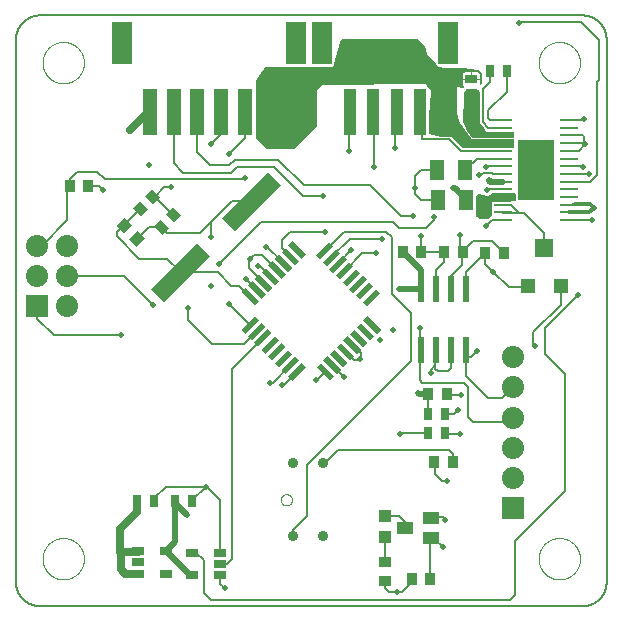
<source format=gtl>
G75*
%MOIN*%
%OFA0B0*%
%FSLAX25Y25*%
%IPPOS*%
%LPD*%
%AMOC8*
5,1,8,0,0,1.08239X$1,22.5*
%
%ADD10C,0.00800*%
%ADD11C,0.00000*%
%ADD12R,0.03150X0.03937*%
%ADD13R,0.03937X0.03150*%
%ADD14R,0.04724X0.15748*%
%ADD15R,0.06693X0.14173*%
%ADD16R,0.03937X0.15748*%
%ADD17R,0.07382X0.07382*%
%ADD18C,0.07382*%
%ADD19R,0.03937X0.04331*%
%ADD20R,0.05512X0.03937*%
%ADD21R,0.21654X0.05906*%
%ADD22R,0.04724X0.04724*%
%ADD23R,0.06299X0.05906*%
%ADD24R,0.03543X0.03937*%
%ADD25R,0.03937X0.03543*%
%ADD26R,0.04724X0.07087*%
%ADD27R,0.02362X0.08661*%
%ADD28C,0.03562*%
%ADD29R,0.01969X0.06299*%
%ADD30R,0.06102X0.00984*%
%ADD31R,0.12205X0.20394*%
%ADD32R,0.03937X0.02756*%
%ADD33C,0.02000*%
%ADD34C,0.01600*%
%ADD35C,0.00004*%
%ADD36C,0.00100*%
%ADD37C,0.02500*%
%ADD38C,0.01200*%
%ADD39C,0.02000*%
D10*
X0003031Y0009274D02*
X0003031Y0190376D01*
X0003032Y0190376D02*
X0003034Y0190566D01*
X0003041Y0190756D01*
X0003053Y0190946D01*
X0003069Y0191136D01*
X0003089Y0191325D01*
X0003115Y0191514D01*
X0003144Y0191702D01*
X0003179Y0191889D01*
X0003218Y0192075D01*
X0003261Y0192260D01*
X0003309Y0192445D01*
X0003361Y0192628D01*
X0003417Y0192809D01*
X0003478Y0192989D01*
X0003544Y0193168D01*
X0003613Y0193345D01*
X0003687Y0193521D01*
X0003765Y0193694D01*
X0003848Y0193866D01*
X0003934Y0194035D01*
X0004024Y0194203D01*
X0004119Y0194368D01*
X0004217Y0194531D01*
X0004320Y0194691D01*
X0004426Y0194849D01*
X0004536Y0195004D01*
X0004649Y0195157D01*
X0004767Y0195307D01*
X0004888Y0195453D01*
X0005012Y0195597D01*
X0005140Y0195738D01*
X0005271Y0195876D01*
X0005406Y0196011D01*
X0005544Y0196142D01*
X0005685Y0196270D01*
X0005829Y0196394D01*
X0005975Y0196515D01*
X0006125Y0196633D01*
X0006278Y0196746D01*
X0006433Y0196856D01*
X0006591Y0196962D01*
X0006751Y0197065D01*
X0006914Y0197163D01*
X0007079Y0197258D01*
X0007247Y0197348D01*
X0007416Y0197434D01*
X0007588Y0197517D01*
X0007761Y0197595D01*
X0007937Y0197669D01*
X0008114Y0197738D01*
X0008293Y0197804D01*
X0008473Y0197865D01*
X0008654Y0197921D01*
X0008837Y0197973D01*
X0009022Y0198021D01*
X0009207Y0198064D01*
X0009393Y0198103D01*
X0009580Y0198138D01*
X0009768Y0198167D01*
X0009957Y0198193D01*
X0010146Y0198213D01*
X0010336Y0198229D01*
X0010526Y0198241D01*
X0010716Y0198248D01*
X0010906Y0198250D01*
X0192008Y0198250D01*
X0191431Y0196000D02*
X0171031Y0196000D01*
X0170631Y0195600D01*
X0166707Y0179869D02*
X0166631Y0179794D01*
X0166631Y0172800D01*
X0160512Y0166680D01*
X0160512Y0163998D01*
X0161165Y0163345D01*
X0165236Y0163349D01*
X0165213Y0160849D02*
X0160383Y0160849D01*
X0158631Y0162600D01*
X0158631Y0173600D01*
X0161031Y0176000D01*
X0161031Y0179836D01*
X0160998Y0179869D01*
X0165213Y0160849D02*
X0165236Y0160790D01*
X0165213Y0155731D02*
X0165236Y0155672D01*
X0165236Y0153113D02*
X0151323Y0153109D01*
X0147520Y0156912D01*
X0138720Y0156912D01*
X0138431Y0157200D01*
X0138431Y0165421D01*
X0137840Y0166013D01*
X0129966Y0166013D02*
X0129231Y0165278D01*
X0129231Y0154200D01*
X0122231Y0147800D02*
X0122231Y0165873D01*
X0122092Y0166013D01*
X0114218Y0166013D02*
X0114031Y0165826D01*
X0114031Y0153200D01*
X0121142Y0141557D02*
X0131378Y0131321D01*
X0135315Y0131321D01*
X0139646Y0127384D02*
X0130591Y0127384D01*
X0128622Y0129353D01*
X0084584Y0129353D01*
X0070631Y0115400D01*
X0070431Y0112600D02*
X0074831Y0108200D01*
X0077442Y0108200D01*
X0081109Y0104533D01*
X0080698Y0104943D01*
X0083336Y0106760D02*
X0083336Y0106845D01*
X0079781Y0110400D01*
X0080781Y0113900D02*
X0080781Y0116650D01*
X0081031Y0116900D01*
X0082461Y0118329D01*
X0085129Y0118329D01*
X0090018Y0113441D01*
X0092245Y0115668D02*
X0086828Y0121085D01*
X0086496Y0121085D01*
X0091614Y0120753D02*
X0091614Y0123447D01*
X0094370Y0126203D01*
X0106181Y0126203D01*
X0112245Y0126203D02*
X0105886Y0119844D01*
X0108113Y0117681D02*
X0108113Y0117617D01*
X0108113Y0117681D02*
X0114272Y0123841D01*
X0125079Y0123841D01*
X0126260Y0126203D02*
X0112245Y0126203D01*
X0114843Y0119904D02*
X0114843Y0119892D01*
X0110340Y0115390D01*
X0112567Y0113163D02*
X0118304Y0118900D01*
X0122900Y0118900D01*
X0128228Y0124235D02*
X0126260Y0126203D01*
X0128228Y0124235D02*
X0128228Y0105337D01*
X0134528Y0099038D01*
X0134528Y0082896D01*
X0099882Y0048250D01*
X0099882Y0031321D01*
X0095431Y0026871D01*
X0095431Y0024595D01*
X0074998Y0017148D02*
X0074998Y0080521D01*
X0077361Y0082883D01*
X0078228Y0083683D01*
X0085285Y0090740D01*
X0085285Y0090892D01*
X0083336Y0092840D02*
X0083054Y0092840D01*
X0079016Y0088802D01*
X0068386Y0088802D01*
X0060512Y0096676D01*
X0060512Y0100613D01*
X0048701Y0101794D02*
X0039094Y0111400D01*
X0020031Y0111400D01*
X0011531Y0121400D02*
X0010031Y0121400D01*
X0011531Y0121400D02*
X0020031Y0129900D01*
X0020031Y0140550D01*
X0020882Y0141400D01*
X0020882Y0143750D01*
X0023281Y0146150D01*
X0030031Y0146150D01*
X0032531Y0143650D01*
X0078781Y0143650D01*
X0079281Y0144150D01*
X0076654Y0147857D02*
X0088858Y0147857D01*
X0098701Y0138014D01*
X0105394Y0138014D01*
X0099094Y0141557D02*
X0121142Y0141557D01*
X0136102Y0140770D02*
X0136102Y0138802D01*
X0138130Y0136774D01*
X0143681Y0136774D01*
X0142402Y0130928D02*
X0142402Y0130140D01*
X0139646Y0127384D01*
X0138071Y0124628D02*
X0138071Y0119510D01*
X0138181Y0119400D01*
X0145632Y0119400D01*
X0145551Y0119319D01*
X0145551Y0115967D01*
X0143031Y0113447D01*
X0143031Y0107136D01*
X0148031Y0107136D02*
X0148031Y0111361D01*
X0151850Y0115180D01*
X0151850Y0119319D01*
X0151931Y0119400D01*
X0151063Y0120268D01*
X0151063Y0125022D01*
X0155394Y0123054D02*
X0161778Y0123054D01*
X0165681Y0119150D01*
X0159382Y0119150D02*
X0159382Y0115522D01*
X0162087Y0112817D01*
X0167205Y0107699D01*
X0173366Y0107699D01*
X0173571Y0107904D01*
X0184594Y0107904D02*
X0184594Y0101861D01*
X0175472Y0092739D01*
X0175472Y0088408D01*
X0175866Y0088014D01*
X0179409Y0085258D02*
X0179409Y0093920D01*
X0190433Y0104943D01*
X0179083Y0120699D02*
X0179083Y0125743D01*
X0172323Y0132502D01*
X0170748Y0132502D01*
X0168055Y0135195D01*
X0165236Y0135199D01*
X0165236Y0132640D02*
X0165409Y0132502D01*
X0170748Y0132502D01*
X0165236Y0130081D02*
X0161634Y0130081D01*
X0159724Y0128172D01*
X0155394Y0123054D02*
X0151931Y0119591D01*
X0151931Y0119400D01*
X0153031Y0112800D02*
X0159382Y0119150D01*
X0153031Y0112800D02*
X0153031Y0107136D01*
X0138031Y0107136D02*
X0137807Y0106912D01*
X0137677Y0093920D02*
X0137677Y0087018D01*
X0138031Y0086664D01*
X0137677Y0086309D01*
X0137677Y0076597D01*
X0138465Y0075809D01*
X0152244Y0075809D01*
X0153819Y0074235D01*
X0153819Y0064392D01*
X0155343Y0062869D01*
X0167380Y0062869D01*
X0168619Y0064108D01*
X0165084Y0070691D02*
X0160512Y0070691D01*
X0153031Y0078172D01*
X0153031Y0084471D01*
X0154606Y0084471D01*
X0156575Y0086439D01*
X0153031Y0086664D02*
X0153031Y0084471D01*
X0148031Y0086664D02*
X0148031Y0080652D01*
X0147126Y0079746D01*
X0143583Y0079746D01*
X0142795Y0080534D01*
X0142795Y0081715D01*
X0141220Y0080140D01*
X0141220Y0078959D01*
X0142795Y0081715D02*
X0142795Y0086428D01*
X0143031Y0086664D01*
X0140382Y0071900D02*
X0140427Y0071855D01*
X0140427Y0065400D01*
X0146136Y0065400D02*
X0148921Y0065400D01*
X0150276Y0066754D01*
X0151457Y0071872D02*
X0146709Y0071872D01*
X0146681Y0071900D01*
X0146136Y0058900D02*
X0146156Y0058880D01*
X0151063Y0058880D01*
X0147520Y0053369D02*
X0148701Y0052187D01*
X0148701Y0049420D01*
X0148681Y0049400D01*
X0147520Y0053369D02*
X0110512Y0053369D01*
X0106148Y0049005D01*
X0105431Y0049005D01*
X0126031Y0031246D02*
X0126185Y0031400D01*
X0130781Y0031400D01*
X0132701Y0029481D01*
X0132701Y0027400D01*
X0126031Y0024554D02*
X0126031Y0016050D01*
X0126031Y0009750D02*
X0126031Y0007437D01*
X0127281Y0006187D01*
X0129925Y0006187D01*
X0131531Y0006187D01*
X0134882Y0009538D01*
X0134882Y0010400D01*
X0141181Y0010400D02*
X0141181Y0023872D01*
X0141362Y0024054D01*
X0142128Y0024054D01*
X0145281Y0020900D01*
X0146031Y0030150D02*
X0145281Y0030900D01*
X0141516Y0030900D01*
X0141362Y0030746D01*
X0145031Y0043150D02*
X0142781Y0045400D01*
X0142781Y0049000D01*
X0142382Y0049400D01*
X0145031Y0043150D02*
X0146531Y0043150D01*
X0146549Y0043132D01*
X0140427Y0058900D02*
X0131004Y0058900D01*
X0130984Y0058880D01*
X0112480Y0077778D02*
X0108554Y0081705D01*
X0108391Y0081705D01*
X0106164Y0079478D02*
X0103283Y0076597D01*
X0103031Y0076597D01*
X0096699Y0079478D02*
X0092243Y0075022D01*
X0091614Y0075022D01*
X0088576Y0075809D02*
X0094472Y0081705D01*
X0088576Y0075809D02*
X0087677Y0075809D01*
X0081109Y0095067D02*
X0081018Y0095067D01*
X0073898Y0102187D01*
X0070431Y0112600D02*
X0057951Y0112600D01*
X0057929Y0112577D01*
X0053306Y0117200D01*
X0044031Y0117200D01*
X0036631Y0124600D01*
X0036631Y0126200D01*
X0038677Y0128246D01*
X0039041Y0128246D01*
X0044493Y0133697D01*
X0044493Y0133839D01*
X0047356Y0137876D02*
X0048530Y0137876D01*
X0049376Y0137876D01*
X0052500Y0141000D01*
X0054831Y0141000D01*
X0058743Y0145888D02*
X0074685Y0145888D01*
X0076654Y0147857D01*
X0075866Y0150219D02*
X0090433Y0150219D01*
X0099094Y0141557D01*
X0081592Y0136240D02*
X0074872Y0136240D01*
X0067831Y0129200D01*
X0064231Y0125600D01*
X0053431Y0125600D01*
X0051466Y0127566D01*
X0051466Y0127713D01*
X0051979Y0127200D01*
X0051466Y0127713D02*
X0047417Y0127713D01*
X0043496Y0123792D01*
X0055502Y0131749D02*
X0049376Y0137876D01*
X0058743Y0145888D02*
X0055614Y0149017D01*
X0055614Y0166106D01*
X0063431Y0166050D02*
X0063488Y0166106D01*
X0063431Y0166050D02*
X0063431Y0152600D01*
X0067781Y0148250D01*
X0073898Y0148250D01*
X0075866Y0150219D01*
X0073898Y0152187D02*
X0079236Y0157526D01*
X0079236Y0166106D01*
X0071362Y0166106D02*
X0071362Y0158731D01*
X0068031Y0155400D01*
X0047740Y0166106D02*
X0046938Y0166106D01*
X0030531Y0141400D02*
X0027181Y0141400D01*
X0030531Y0141400D02*
X0032031Y0139900D01*
X0067831Y0129200D02*
X0068031Y0129000D01*
X0068031Y0124400D01*
X0080781Y0113900D02*
X0085563Y0109118D01*
X0085563Y0108987D01*
X0087790Y0111214D02*
X0084219Y0114786D01*
X0083740Y0114786D01*
X0091614Y0120753D02*
X0094472Y0117895D01*
X0115073Y0088386D02*
X0115258Y0088386D01*
X0117992Y0085652D01*
X0117992Y0084077D01*
X0117598Y0083683D01*
X0117289Y0083374D01*
X0115630Y0083374D01*
X0112845Y0086159D01*
X0066731Y0041164D02*
X0066337Y0041164D01*
X0061786Y0036613D01*
X0061786Y0036400D01*
X0066337Y0041164D02*
X0052951Y0041164D01*
X0049046Y0037258D01*
X0049046Y0036229D01*
X0056077Y0036400D02*
X0056077Y0035676D01*
X0066731Y0041164D02*
X0071156Y0036739D01*
X0071156Y0019140D01*
X0071156Y0015400D02*
X0073250Y0015400D01*
X0074998Y0017148D01*
X0071156Y0011660D02*
X0071156Y0008786D01*
X0072636Y0007306D01*
X0067912Y0003369D02*
X0167800Y0003369D01*
X0169431Y0005000D01*
X0169431Y0022918D01*
X0186102Y0039589D01*
X0186102Y0078565D01*
X0179409Y0085258D01*
X0168619Y0074226D02*
X0165084Y0070691D01*
X0187283Y0130081D02*
X0187386Y0130140D01*
X0195157Y0130140D01*
X0189354Y0135258D02*
X0187283Y0135199D01*
X0187283Y0142876D02*
X0194504Y0142872D01*
X0196732Y0145101D01*
X0196732Y0176101D01*
X0197431Y0176800D01*
X0197431Y0190000D01*
X0191431Y0196000D01*
X0192008Y0198250D02*
X0192198Y0198248D01*
X0192388Y0198241D01*
X0192578Y0198229D01*
X0192768Y0198213D01*
X0192957Y0198193D01*
X0193146Y0198167D01*
X0193334Y0198138D01*
X0193521Y0198103D01*
X0193707Y0198064D01*
X0193892Y0198021D01*
X0194077Y0197973D01*
X0194260Y0197921D01*
X0194441Y0197865D01*
X0194621Y0197804D01*
X0194800Y0197738D01*
X0194977Y0197669D01*
X0195153Y0197595D01*
X0195326Y0197517D01*
X0195498Y0197434D01*
X0195667Y0197348D01*
X0195835Y0197258D01*
X0196000Y0197163D01*
X0196163Y0197065D01*
X0196323Y0196962D01*
X0196481Y0196856D01*
X0196636Y0196746D01*
X0196789Y0196633D01*
X0196939Y0196515D01*
X0197085Y0196394D01*
X0197229Y0196270D01*
X0197370Y0196142D01*
X0197508Y0196011D01*
X0197643Y0195876D01*
X0197774Y0195738D01*
X0197902Y0195597D01*
X0198026Y0195453D01*
X0198147Y0195307D01*
X0198265Y0195157D01*
X0198378Y0195004D01*
X0198488Y0194849D01*
X0198594Y0194691D01*
X0198697Y0194531D01*
X0198795Y0194368D01*
X0198890Y0194203D01*
X0198980Y0194035D01*
X0199066Y0193866D01*
X0199149Y0193694D01*
X0199227Y0193521D01*
X0199301Y0193345D01*
X0199370Y0193168D01*
X0199436Y0192989D01*
X0199497Y0192809D01*
X0199553Y0192628D01*
X0199605Y0192445D01*
X0199653Y0192260D01*
X0199696Y0192075D01*
X0199735Y0191889D01*
X0199770Y0191702D01*
X0199799Y0191514D01*
X0199825Y0191325D01*
X0199845Y0191136D01*
X0199861Y0190946D01*
X0199873Y0190756D01*
X0199880Y0190566D01*
X0199882Y0190376D01*
X0199882Y0009274D01*
X0199880Y0009084D01*
X0199873Y0008894D01*
X0199861Y0008704D01*
X0199845Y0008514D01*
X0199825Y0008325D01*
X0199799Y0008136D01*
X0199770Y0007948D01*
X0199735Y0007761D01*
X0199696Y0007575D01*
X0199653Y0007390D01*
X0199605Y0007205D01*
X0199553Y0007022D01*
X0199497Y0006841D01*
X0199436Y0006661D01*
X0199370Y0006482D01*
X0199301Y0006305D01*
X0199227Y0006129D01*
X0199149Y0005956D01*
X0199066Y0005784D01*
X0198980Y0005615D01*
X0198890Y0005447D01*
X0198795Y0005282D01*
X0198697Y0005119D01*
X0198594Y0004959D01*
X0198488Y0004801D01*
X0198378Y0004646D01*
X0198265Y0004493D01*
X0198147Y0004343D01*
X0198026Y0004197D01*
X0197902Y0004053D01*
X0197774Y0003912D01*
X0197643Y0003774D01*
X0197508Y0003639D01*
X0197370Y0003508D01*
X0197229Y0003380D01*
X0197085Y0003256D01*
X0196939Y0003135D01*
X0196789Y0003017D01*
X0196636Y0002904D01*
X0196481Y0002794D01*
X0196323Y0002688D01*
X0196163Y0002585D01*
X0196000Y0002487D01*
X0195835Y0002392D01*
X0195667Y0002302D01*
X0195498Y0002216D01*
X0195326Y0002133D01*
X0195153Y0002055D01*
X0194977Y0001981D01*
X0194800Y0001912D01*
X0194621Y0001846D01*
X0194441Y0001785D01*
X0194260Y0001729D01*
X0194077Y0001677D01*
X0193892Y0001629D01*
X0193707Y0001586D01*
X0193521Y0001547D01*
X0193334Y0001512D01*
X0193146Y0001483D01*
X0192957Y0001457D01*
X0192768Y0001437D01*
X0192578Y0001421D01*
X0192388Y0001409D01*
X0192198Y0001402D01*
X0192008Y0001400D01*
X0010906Y0001400D01*
X0010716Y0001402D01*
X0010526Y0001409D01*
X0010336Y0001421D01*
X0010146Y0001437D01*
X0009957Y0001457D01*
X0009768Y0001483D01*
X0009580Y0001512D01*
X0009393Y0001547D01*
X0009207Y0001586D01*
X0009022Y0001629D01*
X0008837Y0001677D01*
X0008654Y0001729D01*
X0008473Y0001785D01*
X0008293Y0001846D01*
X0008114Y0001912D01*
X0007937Y0001981D01*
X0007761Y0002055D01*
X0007588Y0002133D01*
X0007416Y0002216D01*
X0007247Y0002302D01*
X0007079Y0002392D01*
X0006914Y0002487D01*
X0006751Y0002585D01*
X0006591Y0002688D01*
X0006433Y0002794D01*
X0006278Y0002904D01*
X0006125Y0003017D01*
X0005975Y0003135D01*
X0005829Y0003256D01*
X0005685Y0003380D01*
X0005544Y0003508D01*
X0005406Y0003639D01*
X0005271Y0003774D01*
X0005140Y0003912D01*
X0005012Y0004053D01*
X0004888Y0004197D01*
X0004767Y0004343D01*
X0004649Y0004493D01*
X0004536Y0004646D01*
X0004426Y0004801D01*
X0004320Y0004959D01*
X0004217Y0005119D01*
X0004119Y0005282D01*
X0004024Y0005447D01*
X0003934Y0005615D01*
X0003848Y0005784D01*
X0003765Y0005956D01*
X0003687Y0006129D01*
X0003613Y0006305D01*
X0003544Y0006482D01*
X0003478Y0006661D01*
X0003417Y0006841D01*
X0003361Y0007022D01*
X0003309Y0007205D01*
X0003261Y0007390D01*
X0003218Y0007575D01*
X0003179Y0007761D01*
X0003144Y0007948D01*
X0003115Y0008136D01*
X0003089Y0008325D01*
X0003069Y0008514D01*
X0003053Y0008704D01*
X0003041Y0008894D01*
X0003034Y0009084D01*
X0003032Y0009274D01*
X0037597Y0019510D02*
X0037991Y0019117D01*
X0043577Y0019510D02*
X0043707Y0019640D01*
X0061707Y0019140D02*
X0063164Y0019140D01*
X0065550Y0016754D01*
X0065550Y0005731D01*
X0067912Y0003369D01*
X0061707Y0011660D02*
X0061136Y0011660D01*
X0038071Y0091557D02*
X0015630Y0091557D01*
X0010031Y0097156D01*
X0010031Y0101400D01*
X0090039Y0167542D02*
X0100669Y0178172D01*
X0137283Y0178172D01*
X0156618Y0150550D02*
X0152736Y0146668D01*
X0156618Y0150550D02*
X0165236Y0150554D01*
X0165236Y0147994D02*
X0159858Y0147991D01*
X0159724Y0147857D01*
X0158631Y0145600D02*
X0157939Y0144907D01*
X0157362Y0144907D01*
X0158631Y0145600D02*
X0161855Y0145600D01*
X0162024Y0145431D01*
X0165236Y0145435D01*
X0165236Y0140317D02*
X0160253Y0140317D01*
X0159912Y0139976D01*
X0143287Y0146668D02*
X0138063Y0146668D01*
X0136102Y0144707D01*
X0136102Y0140770D01*
X0187283Y0145435D02*
X0189354Y0145494D01*
X0193976Y0145494D01*
X0192008Y0147857D02*
X0191874Y0147991D01*
X0187283Y0147994D01*
X0187283Y0153113D02*
X0190567Y0153109D01*
X0192795Y0155337D01*
X0192402Y0155731D01*
X0192402Y0157699D01*
X0191874Y0158227D01*
X0187283Y0158231D01*
X0187283Y0155672D02*
X0192465Y0155668D01*
X0192795Y0155337D01*
X0192142Y0163345D02*
X0187283Y0163349D01*
X0192142Y0163345D02*
X0192402Y0163605D01*
D11*
X0177244Y0182502D02*
X0177246Y0182671D01*
X0177252Y0182840D01*
X0177263Y0183009D01*
X0177277Y0183177D01*
X0177296Y0183345D01*
X0177319Y0183513D01*
X0177345Y0183680D01*
X0177376Y0183846D01*
X0177411Y0184012D01*
X0177450Y0184176D01*
X0177494Y0184340D01*
X0177541Y0184502D01*
X0177592Y0184663D01*
X0177647Y0184823D01*
X0177706Y0184982D01*
X0177768Y0185139D01*
X0177835Y0185294D01*
X0177906Y0185448D01*
X0177980Y0185600D01*
X0178058Y0185750D01*
X0178139Y0185898D01*
X0178224Y0186044D01*
X0178313Y0186188D01*
X0178405Y0186330D01*
X0178501Y0186469D01*
X0178600Y0186606D01*
X0178702Y0186741D01*
X0178808Y0186873D01*
X0178917Y0187002D01*
X0179029Y0187129D01*
X0179144Y0187253D01*
X0179262Y0187374D01*
X0179383Y0187492D01*
X0179507Y0187607D01*
X0179634Y0187719D01*
X0179763Y0187828D01*
X0179895Y0187934D01*
X0180030Y0188036D01*
X0180167Y0188135D01*
X0180306Y0188231D01*
X0180448Y0188323D01*
X0180592Y0188412D01*
X0180738Y0188497D01*
X0180886Y0188578D01*
X0181036Y0188656D01*
X0181188Y0188730D01*
X0181342Y0188801D01*
X0181497Y0188868D01*
X0181654Y0188930D01*
X0181813Y0188989D01*
X0181973Y0189044D01*
X0182134Y0189095D01*
X0182296Y0189142D01*
X0182460Y0189186D01*
X0182624Y0189225D01*
X0182790Y0189260D01*
X0182956Y0189291D01*
X0183123Y0189317D01*
X0183291Y0189340D01*
X0183459Y0189359D01*
X0183627Y0189373D01*
X0183796Y0189384D01*
X0183965Y0189390D01*
X0184134Y0189392D01*
X0184303Y0189390D01*
X0184472Y0189384D01*
X0184641Y0189373D01*
X0184809Y0189359D01*
X0184977Y0189340D01*
X0185145Y0189317D01*
X0185312Y0189291D01*
X0185478Y0189260D01*
X0185644Y0189225D01*
X0185808Y0189186D01*
X0185972Y0189142D01*
X0186134Y0189095D01*
X0186295Y0189044D01*
X0186455Y0188989D01*
X0186614Y0188930D01*
X0186771Y0188868D01*
X0186926Y0188801D01*
X0187080Y0188730D01*
X0187232Y0188656D01*
X0187382Y0188578D01*
X0187530Y0188497D01*
X0187676Y0188412D01*
X0187820Y0188323D01*
X0187962Y0188231D01*
X0188101Y0188135D01*
X0188238Y0188036D01*
X0188373Y0187934D01*
X0188505Y0187828D01*
X0188634Y0187719D01*
X0188761Y0187607D01*
X0188885Y0187492D01*
X0189006Y0187374D01*
X0189124Y0187253D01*
X0189239Y0187129D01*
X0189351Y0187002D01*
X0189460Y0186873D01*
X0189566Y0186741D01*
X0189668Y0186606D01*
X0189767Y0186469D01*
X0189863Y0186330D01*
X0189955Y0186188D01*
X0190044Y0186044D01*
X0190129Y0185898D01*
X0190210Y0185750D01*
X0190288Y0185600D01*
X0190362Y0185448D01*
X0190433Y0185294D01*
X0190500Y0185139D01*
X0190562Y0184982D01*
X0190621Y0184823D01*
X0190676Y0184663D01*
X0190727Y0184502D01*
X0190774Y0184340D01*
X0190818Y0184176D01*
X0190857Y0184012D01*
X0190892Y0183846D01*
X0190923Y0183680D01*
X0190949Y0183513D01*
X0190972Y0183345D01*
X0190991Y0183177D01*
X0191005Y0183009D01*
X0191016Y0182840D01*
X0191022Y0182671D01*
X0191024Y0182502D01*
X0191022Y0182333D01*
X0191016Y0182164D01*
X0191005Y0181995D01*
X0190991Y0181827D01*
X0190972Y0181659D01*
X0190949Y0181491D01*
X0190923Y0181324D01*
X0190892Y0181158D01*
X0190857Y0180992D01*
X0190818Y0180828D01*
X0190774Y0180664D01*
X0190727Y0180502D01*
X0190676Y0180341D01*
X0190621Y0180181D01*
X0190562Y0180022D01*
X0190500Y0179865D01*
X0190433Y0179710D01*
X0190362Y0179556D01*
X0190288Y0179404D01*
X0190210Y0179254D01*
X0190129Y0179106D01*
X0190044Y0178960D01*
X0189955Y0178816D01*
X0189863Y0178674D01*
X0189767Y0178535D01*
X0189668Y0178398D01*
X0189566Y0178263D01*
X0189460Y0178131D01*
X0189351Y0178002D01*
X0189239Y0177875D01*
X0189124Y0177751D01*
X0189006Y0177630D01*
X0188885Y0177512D01*
X0188761Y0177397D01*
X0188634Y0177285D01*
X0188505Y0177176D01*
X0188373Y0177070D01*
X0188238Y0176968D01*
X0188101Y0176869D01*
X0187962Y0176773D01*
X0187820Y0176681D01*
X0187676Y0176592D01*
X0187530Y0176507D01*
X0187382Y0176426D01*
X0187232Y0176348D01*
X0187080Y0176274D01*
X0186926Y0176203D01*
X0186771Y0176136D01*
X0186614Y0176074D01*
X0186455Y0176015D01*
X0186295Y0175960D01*
X0186134Y0175909D01*
X0185972Y0175862D01*
X0185808Y0175818D01*
X0185644Y0175779D01*
X0185478Y0175744D01*
X0185312Y0175713D01*
X0185145Y0175687D01*
X0184977Y0175664D01*
X0184809Y0175645D01*
X0184641Y0175631D01*
X0184472Y0175620D01*
X0184303Y0175614D01*
X0184134Y0175612D01*
X0183965Y0175614D01*
X0183796Y0175620D01*
X0183627Y0175631D01*
X0183459Y0175645D01*
X0183291Y0175664D01*
X0183123Y0175687D01*
X0182956Y0175713D01*
X0182790Y0175744D01*
X0182624Y0175779D01*
X0182460Y0175818D01*
X0182296Y0175862D01*
X0182134Y0175909D01*
X0181973Y0175960D01*
X0181813Y0176015D01*
X0181654Y0176074D01*
X0181497Y0176136D01*
X0181342Y0176203D01*
X0181188Y0176274D01*
X0181036Y0176348D01*
X0180886Y0176426D01*
X0180738Y0176507D01*
X0180592Y0176592D01*
X0180448Y0176681D01*
X0180306Y0176773D01*
X0180167Y0176869D01*
X0180030Y0176968D01*
X0179895Y0177070D01*
X0179763Y0177176D01*
X0179634Y0177285D01*
X0179507Y0177397D01*
X0179383Y0177512D01*
X0179262Y0177630D01*
X0179144Y0177751D01*
X0179029Y0177875D01*
X0178917Y0178002D01*
X0178808Y0178131D01*
X0178702Y0178263D01*
X0178600Y0178398D01*
X0178501Y0178535D01*
X0178405Y0178674D01*
X0178313Y0178816D01*
X0178224Y0178960D01*
X0178139Y0179106D01*
X0178058Y0179254D01*
X0177980Y0179404D01*
X0177906Y0179556D01*
X0177835Y0179710D01*
X0177768Y0179865D01*
X0177706Y0180022D01*
X0177647Y0180181D01*
X0177592Y0180341D01*
X0177541Y0180502D01*
X0177494Y0180664D01*
X0177450Y0180828D01*
X0177411Y0180992D01*
X0177376Y0181158D01*
X0177345Y0181324D01*
X0177319Y0181491D01*
X0177296Y0181659D01*
X0177277Y0181827D01*
X0177263Y0181995D01*
X0177252Y0182164D01*
X0177246Y0182333D01*
X0177244Y0182502D01*
X0091278Y0036800D02*
X0091280Y0036886D01*
X0091286Y0036973D01*
X0091296Y0037058D01*
X0091310Y0037144D01*
X0091328Y0037228D01*
X0091349Y0037312D01*
X0091375Y0037394D01*
X0091404Y0037476D01*
X0091437Y0037555D01*
X0091474Y0037634D01*
X0091514Y0037710D01*
X0091558Y0037784D01*
X0091605Y0037857D01*
X0091656Y0037927D01*
X0091709Y0037995D01*
X0091766Y0038060D01*
X0091826Y0038122D01*
X0091888Y0038182D01*
X0091953Y0038239D01*
X0092021Y0038292D01*
X0092091Y0038343D01*
X0092164Y0038390D01*
X0092238Y0038434D01*
X0092314Y0038474D01*
X0092393Y0038511D01*
X0092472Y0038544D01*
X0092554Y0038573D01*
X0092636Y0038599D01*
X0092720Y0038620D01*
X0092804Y0038638D01*
X0092890Y0038652D01*
X0092975Y0038662D01*
X0093062Y0038668D01*
X0093148Y0038670D01*
X0093234Y0038668D01*
X0093321Y0038662D01*
X0093406Y0038652D01*
X0093492Y0038638D01*
X0093576Y0038620D01*
X0093660Y0038599D01*
X0093742Y0038573D01*
X0093824Y0038544D01*
X0093903Y0038511D01*
X0093982Y0038474D01*
X0094058Y0038434D01*
X0094132Y0038390D01*
X0094205Y0038343D01*
X0094275Y0038292D01*
X0094343Y0038239D01*
X0094408Y0038182D01*
X0094470Y0038122D01*
X0094530Y0038060D01*
X0094587Y0037995D01*
X0094640Y0037927D01*
X0094691Y0037857D01*
X0094738Y0037784D01*
X0094782Y0037710D01*
X0094822Y0037634D01*
X0094859Y0037555D01*
X0094892Y0037476D01*
X0094921Y0037394D01*
X0094947Y0037312D01*
X0094968Y0037228D01*
X0094986Y0037144D01*
X0095000Y0037058D01*
X0095010Y0036973D01*
X0095016Y0036886D01*
X0095018Y0036800D01*
X0095016Y0036714D01*
X0095010Y0036627D01*
X0095000Y0036542D01*
X0094986Y0036456D01*
X0094968Y0036372D01*
X0094947Y0036288D01*
X0094921Y0036206D01*
X0094892Y0036124D01*
X0094859Y0036045D01*
X0094822Y0035966D01*
X0094782Y0035890D01*
X0094738Y0035816D01*
X0094691Y0035743D01*
X0094640Y0035673D01*
X0094587Y0035605D01*
X0094530Y0035540D01*
X0094470Y0035478D01*
X0094408Y0035418D01*
X0094343Y0035361D01*
X0094275Y0035308D01*
X0094205Y0035257D01*
X0094132Y0035210D01*
X0094058Y0035166D01*
X0093982Y0035126D01*
X0093903Y0035089D01*
X0093824Y0035056D01*
X0093742Y0035027D01*
X0093660Y0035001D01*
X0093576Y0034980D01*
X0093492Y0034962D01*
X0093406Y0034948D01*
X0093321Y0034938D01*
X0093234Y0034932D01*
X0093148Y0034930D01*
X0093062Y0034932D01*
X0092975Y0034938D01*
X0092890Y0034948D01*
X0092804Y0034962D01*
X0092720Y0034980D01*
X0092636Y0035001D01*
X0092554Y0035027D01*
X0092472Y0035056D01*
X0092393Y0035089D01*
X0092314Y0035126D01*
X0092238Y0035166D01*
X0092164Y0035210D01*
X0092091Y0035257D01*
X0092021Y0035308D01*
X0091953Y0035361D01*
X0091888Y0035418D01*
X0091826Y0035478D01*
X0091766Y0035540D01*
X0091709Y0035605D01*
X0091656Y0035673D01*
X0091605Y0035743D01*
X0091558Y0035816D01*
X0091514Y0035890D01*
X0091474Y0035966D01*
X0091437Y0036045D01*
X0091404Y0036124D01*
X0091375Y0036206D01*
X0091349Y0036288D01*
X0091328Y0036372D01*
X0091310Y0036456D01*
X0091296Y0036542D01*
X0091286Y0036627D01*
X0091280Y0036714D01*
X0091278Y0036800D01*
X0011890Y0017148D02*
X0011892Y0017317D01*
X0011898Y0017486D01*
X0011909Y0017655D01*
X0011923Y0017823D01*
X0011942Y0017991D01*
X0011965Y0018159D01*
X0011991Y0018326D01*
X0012022Y0018492D01*
X0012057Y0018658D01*
X0012096Y0018822D01*
X0012140Y0018986D01*
X0012187Y0019148D01*
X0012238Y0019309D01*
X0012293Y0019469D01*
X0012352Y0019628D01*
X0012414Y0019785D01*
X0012481Y0019940D01*
X0012552Y0020094D01*
X0012626Y0020246D01*
X0012704Y0020396D01*
X0012785Y0020544D01*
X0012870Y0020690D01*
X0012959Y0020834D01*
X0013051Y0020976D01*
X0013147Y0021115D01*
X0013246Y0021252D01*
X0013348Y0021387D01*
X0013454Y0021519D01*
X0013563Y0021648D01*
X0013675Y0021775D01*
X0013790Y0021899D01*
X0013908Y0022020D01*
X0014029Y0022138D01*
X0014153Y0022253D01*
X0014280Y0022365D01*
X0014409Y0022474D01*
X0014541Y0022580D01*
X0014676Y0022682D01*
X0014813Y0022781D01*
X0014952Y0022877D01*
X0015094Y0022969D01*
X0015238Y0023058D01*
X0015384Y0023143D01*
X0015532Y0023224D01*
X0015682Y0023302D01*
X0015834Y0023376D01*
X0015988Y0023447D01*
X0016143Y0023514D01*
X0016300Y0023576D01*
X0016459Y0023635D01*
X0016619Y0023690D01*
X0016780Y0023741D01*
X0016942Y0023788D01*
X0017106Y0023832D01*
X0017270Y0023871D01*
X0017436Y0023906D01*
X0017602Y0023937D01*
X0017769Y0023963D01*
X0017937Y0023986D01*
X0018105Y0024005D01*
X0018273Y0024019D01*
X0018442Y0024030D01*
X0018611Y0024036D01*
X0018780Y0024038D01*
X0018949Y0024036D01*
X0019118Y0024030D01*
X0019287Y0024019D01*
X0019455Y0024005D01*
X0019623Y0023986D01*
X0019791Y0023963D01*
X0019958Y0023937D01*
X0020124Y0023906D01*
X0020290Y0023871D01*
X0020454Y0023832D01*
X0020618Y0023788D01*
X0020780Y0023741D01*
X0020941Y0023690D01*
X0021101Y0023635D01*
X0021260Y0023576D01*
X0021417Y0023514D01*
X0021572Y0023447D01*
X0021726Y0023376D01*
X0021878Y0023302D01*
X0022028Y0023224D01*
X0022176Y0023143D01*
X0022322Y0023058D01*
X0022466Y0022969D01*
X0022608Y0022877D01*
X0022747Y0022781D01*
X0022884Y0022682D01*
X0023019Y0022580D01*
X0023151Y0022474D01*
X0023280Y0022365D01*
X0023407Y0022253D01*
X0023531Y0022138D01*
X0023652Y0022020D01*
X0023770Y0021899D01*
X0023885Y0021775D01*
X0023997Y0021648D01*
X0024106Y0021519D01*
X0024212Y0021387D01*
X0024314Y0021252D01*
X0024413Y0021115D01*
X0024509Y0020976D01*
X0024601Y0020834D01*
X0024690Y0020690D01*
X0024775Y0020544D01*
X0024856Y0020396D01*
X0024934Y0020246D01*
X0025008Y0020094D01*
X0025079Y0019940D01*
X0025146Y0019785D01*
X0025208Y0019628D01*
X0025267Y0019469D01*
X0025322Y0019309D01*
X0025373Y0019148D01*
X0025420Y0018986D01*
X0025464Y0018822D01*
X0025503Y0018658D01*
X0025538Y0018492D01*
X0025569Y0018326D01*
X0025595Y0018159D01*
X0025618Y0017991D01*
X0025637Y0017823D01*
X0025651Y0017655D01*
X0025662Y0017486D01*
X0025668Y0017317D01*
X0025670Y0017148D01*
X0025668Y0016979D01*
X0025662Y0016810D01*
X0025651Y0016641D01*
X0025637Y0016473D01*
X0025618Y0016305D01*
X0025595Y0016137D01*
X0025569Y0015970D01*
X0025538Y0015804D01*
X0025503Y0015638D01*
X0025464Y0015474D01*
X0025420Y0015310D01*
X0025373Y0015148D01*
X0025322Y0014987D01*
X0025267Y0014827D01*
X0025208Y0014668D01*
X0025146Y0014511D01*
X0025079Y0014356D01*
X0025008Y0014202D01*
X0024934Y0014050D01*
X0024856Y0013900D01*
X0024775Y0013752D01*
X0024690Y0013606D01*
X0024601Y0013462D01*
X0024509Y0013320D01*
X0024413Y0013181D01*
X0024314Y0013044D01*
X0024212Y0012909D01*
X0024106Y0012777D01*
X0023997Y0012648D01*
X0023885Y0012521D01*
X0023770Y0012397D01*
X0023652Y0012276D01*
X0023531Y0012158D01*
X0023407Y0012043D01*
X0023280Y0011931D01*
X0023151Y0011822D01*
X0023019Y0011716D01*
X0022884Y0011614D01*
X0022747Y0011515D01*
X0022608Y0011419D01*
X0022466Y0011327D01*
X0022322Y0011238D01*
X0022176Y0011153D01*
X0022028Y0011072D01*
X0021878Y0010994D01*
X0021726Y0010920D01*
X0021572Y0010849D01*
X0021417Y0010782D01*
X0021260Y0010720D01*
X0021101Y0010661D01*
X0020941Y0010606D01*
X0020780Y0010555D01*
X0020618Y0010508D01*
X0020454Y0010464D01*
X0020290Y0010425D01*
X0020124Y0010390D01*
X0019958Y0010359D01*
X0019791Y0010333D01*
X0019623Y0010310D01*
X0019455Y0010291D01*
X0019287Y0010277D01*
X0019118Y0010266D01*
X0018949Y0010260D01*
X0018780Y0010258D01*
X0018611Y0010260D01*
X0018442Y0010266D01*
X0018273Y0010277D01*
X0018105Y0010291D01*
X0017937Y0010310D01*
X0017769Y0010333D01*
X0017602Y0010359D01*
X0017436Y0010390D01*
X0017270Y0010425D01*
X0017106Y0010464D01*
X0016942Y0010508D01*
X0016780Y0010555D01*
X0016619Y0010606D01*
X0016459Y0010661D01*
X0016300Y0010720D01*
X0016143Y0010782D01*
X0015988Y0010849D01*
X0015834Y0010920D01*
X0015682Y0010994D01*
X0015532Y0011072D01*
X0015384Y0011153D01*
X0015238Y0011238D01*
X0015094Y0011327D01*
X0014952Y0011419D01*
X0014813Y0011515D01*
X0014676Y0011614D01*
X0014541Y0011716D01*
X0014409Y0011822D01*
X0014280Y0011931D01*
X0014153Y0012043D01*
X0014029Y0012158D01*
X0013908Y0012276D01*
X0013790Y0012397D01*
X0013675Y0012521D01*
X0013563Y0012648D01*
X0013454Y0012777D01*
X0013348Y0012909D01*
X0013246Y0013044D01*
X0013147Y0013181D01*
X0013051Y0013320D01*
X0012959Y0013462D01*
X0012870Y0013606D01*
X0012785Y0013752D01*
X0012704Y0013900D01*
X0012626Y0014050D01*
X0012552Y0014202D01*
X0012481Y0014356D01*
X0012414Y0014511D01*
X0012352Y0014668D01*
X0012293Y0014827D01*
X0012238Y0014987D01*
X0012187Y0015148D01*
X0012140Y0015310D01*
X0012096Y0015474D01*
X0012057Y0015638D01*
X0012022Y0015804D01*
X0011991Y0015970D01*
X0011965Y0016137D01*
X0011942Y0016305D01*
X0011923Y0016473D01*
X0011909Y0016641D01*
X0011898Y0016810D01*
X0011892Y0016979D01*
X0011890Y0017148D01*
X0011890Y0182502D02*
X0011892Y0182671D01*
X0011898Y0182840D01*
X0011909Y0183009D01*
X0011923Y0183177D01*
X0011942Y0183345D01*
X0011965Y0183513D01*
X0011991Y0183680D01*
X0012022Y0183846D01*
X0012057Y0184012D01*
X0012096Y0184176D01*
X0012140Y0184340D01*
X0012187Y0184502D01*
X0012238Y0184663D01*
X0012293Y0184823D01*
X0012352Y0184982D01*
X0012414Y0185139D01*
X0012481Y0185294D01*
X0012552Y0185448D01*
X0012626Y0185600D01*
X0012704Y0185750D01*
X0012785Y0185898D01*
X0012870Y0186044D01*
X0012959Y0186188D01*
X0013051Y0186330D01*
X0013147Y0186469D01*
X0013246Y0186606D01*
X0013348Y0186741D01*
X0013454Y0186873D01*
X0013563Y0187002D01*
X0013675Y0187129D01*
X0013790Y0187253D01*
X0013908Y0187374D01*
X0014029Y0187492D01*
X0014153Y0187607D01*
X0014280Y0187719D01*
X0014409Y0187828D01*
X0014541Y0187934D01*
X0014676Y0188036D01*
X0014813Y0188135D01*
X0014952Y0188231D01*
X0015094Y0188323D01*
X0015238Y0188412D01*
X0015384Y0188497D01*
X0015532Y0188578D01*
X0015682Y0188656D01*
X0015834Y0188730D01*
X0015988Y0188801D01*
X0016143Y0188868D01*
X0016300Y0188930D01*
X0016459Y0188989D01*
X0016619Y0189044D01*
X0016780Y0189095D01*
X0016942Y0189142D01*
X0017106Y0189186D01*
X0017270Y0189225D01*
X0017436Y0189260D01*
X0017602Y0189291D01*
X0017769Y0189317D01*
X0017937Y0189340D01*
X0018105Y0189359D01*
X0018273Y0189373D01*
X0018442Y0189384D01*
X0018611Y0189390D01*
X0018780Y0189392D01*
X0018949Y0189390D01*
X0019118Y0189384D01*
X0019287Y0189373D01*
X0019455Y0189359D01*
X0019623Y0189340D01*
X0019791Y0189317D01*
X0019958Y0189291D01*
X0020124Y0189260D01*
X0020290Y0189225D01*
X0020454Y0189186D01*
X0020618Y0189142D01*
X0020780Y0189095D01*
X0020941Y0189044D01*
X0021101Y0188989D01*
X0021260Y0188930D01*
X0021417Y0188868D01*
X0021572Y0188801D01*
X0021726Y0188730D01*
X0021878Y0188656D01*
X0022028Y0188578D01*
X0022176Y0188497D01*
X0022322Y0188412D01*
X0022466Y0188323D01*
X0022608Y0188231D01*
X0022747Y0188135D01*
X0022884Y0188036D01*
X0023019Y0187934D01*
X0023151Y0187828D01*
X0023280Y0187719D01*
X0023407Y0187607D01*
X0023531Y0187492D01*
X0023652Y0187374D01*
X0023770Y0187253D01*
X0023885Y0187129D01*
X0023997Y0187002D01*
X0024106Y0186873D01*
X0024212Y0186741D01*
X0024314Y0186606D01*
X0024413Y0186469D01*
X0024509Y0186330D01*
X0024601Y0186188D01*
X0024690Y0186044D01*
X0024775Y0185898D01*
X0024856Y0185750D01*
X0024934Y0185600D01*
X0025008Y0185448D01*
X0025079Y0185294D01*
X0025146Y0185139D01*
X0025208Y0184982D01*
X0025267Y0184823D01*
X0025322Y0184663D01*
X0025373Y0184502D01*
X0025420Y0184340D01*
X0025464Y0184176D01*
X0025503Y0184012D01*
X0025538Y0183846D01*
X0025569Y0183680D01*
X0025595Y0183513D01*
X0025618Y0183345D01*
X0025637Y0183177D01*
X0025651Y0183009D01*
X0025662Y0182840D01*
X0025668Y0182671D01*
X0025670Y0182502D01*
X0025668Y0182333D01*
X0025662Y0182164D01*
X0025651Y0181995D01*
X0025637Y0181827D01*
X0025618Y0181659D01*
X0025595Y0181491D01*
X0025569Y0181324D01*
X0025538Y0181158D01*
X0025503Y0180992D01*
X0025464Y0180828D01*
X0025420Y0180664D01*
X0025373Y0180502D01*
X0025322Y0180341D01*
X0025267Y0180181D01*
X0025208Y0180022D01*
X0025146Y0179865D01*
X0025079Y0179710D01*
X0025008Y0179556D01*
X0024934Y0179404D01*
X0024856Y0179254D01*
X0024775Y0179106D01*
X0024690Y0178960D01*
X0024601Y0178816D01*
X0024509Y0178674D01*
X0024413Y0178535D01*
X0024314Y0178398D01*
X0024212Y0178263D01*
X0024106Y0178131D01*
X0023997Y0178002D01*
X0023885Y0177875D01*
X0023770Y0177751D01*
X0023652Y0177630D01*
X0023531Y0177512D01*
X0023407Y0177397D01*
X0023280Y0177285D01*
X0023151Y0177176D01*
X0023019Y0177070D01*
X0022884Y0176968D01*
X0022747Y0176869D01*
X0022608Y0176773D01*
X0022466Y0176681D01*
X0022322Y0176592D01*
X0022176Y0176507D01*
X0022028Y0176426D01*
X0021878Y0176348D01*
X0021726Y0176274D01*
X0021572Y0176203D01*
X0021417Y0176136D01*
X0021260Y0176074D01*
X0021101Y0176015D01*
X0020941Y0175960D01*
X0020780Y0175909D01*
X0020618Y0175862D01*
X0020454Y0175818D01*
X0020290Y0175779D01*
X0020124Y0175744D01*
X0019958Y0175713D01*
X0019791Y0175687D01*
X0019623Y0175664D01*
X0019455Y0175645D01*
X0019287Y0175631D01*
X0019118Y0175620D01*
X0018949Y0175614D01*
X0018780Y0175612D01*
X0018611Y0175614D01*
X0018442Y0175620D01*
X0018273Y0175631D01*
X0018105Y0175645D01*
X0017937Y0175664D01*
X0017769Y0175687D01*
X0017602Y0175713D01*
X0017436Y0175744D01*
X0017270Y0175779D01*
X0017106Y0175818D01*
X0016942Y0175862D01*
X0016780Y0175909D01*
X0016619Y0175960D01*
X0016459Y0176015D01*
X0016300Y0176074D01*
X0016143Y0176136D01*
X0015988Y0176203D01*
X0015834Y0176274D01*
X0015682Y0176348D01*
X0015532Y0176426D01*
X0015384Y0176507D01*
X0015238Y0176592D01*
X0015094Y0176681D01*
X0014952Y0176773D01*
X0014813Y0176869D01*
X0014676Y0176968D01*
X0014541Y0177070D01*
X0014409Y0177176D01*
X0014280Y0177285D01*
X0014153Y0177397D01*
X0014029Y0177512D01*
X0013908Y0177630D01*
X0013790Y0177751D01*
X0013675Y0177875D01*
X0013563Y0178002D01*
X0013454Y0178131D01*
X0013348Y0178263D01*
X0013246Y0178398D01*
X0013147Y0178535D01*
X0013051Y0178674D01*
X0012959Y0178816D01*
X0012870Y0178960D01*
X0012785Y0179106D01*
X0012704Y0179254D01*
X0012626Y0179404D01*
X0012552Y0179556D01*
X0012481Y0179710D01*
X0012414Y0179865D01*
X0012352Y0180022D01*
X0012293Y0180181D01*
X0012238Y0180341D01*
X0012187Y0180502D01*
X0012140Y0180664D01*
X0012096Y0180828D01*
X0012057Y0180992D01*
X0012022Y0181158D01*
X0011991Y0181324D01*
X0011965Y0181491D01*
X0011942Y0181659D01*
X0011923Y0181827D01*
X0011909Y0181995D01*
X0011898Y0182164D01*
X0011892Y0182333D01*
X0011890Y0182502D01*
X0177244Y0017148D02*
X0177246Y0017317D01*
X0177252Y0017486D01*
X0177263Y0017655D01*
X0177277Y0017823D01*
X0177296Y0017991D01*
X0177319Y0018159D01*
X0177345Y0018326D01*
X0177376Y0018492D01*
X0177411Y0018658D01*
X0177450Y0018822D01*
X0177494Y0018986D01*
X0177541Y0019148D01*
X0177592Y0019309D01*
X0177647Y0019469D01*
X0177706Y0019628D01*
X0177768Y0019785D01*
X0177835Y0019940D01*
X0177906Y0020094D01*
X0177980Y0020246D01*
X0178058Y0020396D01*
X0178139Y0020544D01*
X0178224Y0020690D01*
X0178313Y0020834D01*
X0178405Y0020976D01*
X0178501Y0021115D01*
X0178600Y0021252D01*
X0178702Y0021387D01*
X0178808Y0021519D01*
X0178917Y0021648D01*
X0179029Y0021775D01*
X0179144Y0021899D01*
X0179262Y0022020D01*
X0179383Y0022138D01*
X0179507Y0022253D01*
X0179634Y0022365D01*
X0179763Y0022474D01*
X0179895Y0022580D01*
X0180030Y0022682D01*
X0180167Y0022781D01*
X0180306Y0022877D01*
X0180448Y0022969D01*
X0180592Y0023058D01*
X0180738Y0023143D01*
X0180886Y0023224D01*
X0181036Y0023302D01*
X0181188Y0023376D01*
X0181342Y0023447D01*
X0181497Y0023514D01*
X0181654Y0023576D01*
X0181813Y0023635D01*
X0181973Y0023690D01*
X0182134Y0023741D01*
X0182296Y0023788D01*
X0182460Y0023832D01*
X0182624Y0023871D01*
X0182790Y0023906D01*
X0182956Y0023937D01*
X0183123Y0023963D01*
X0183291Y0023986D01*
X0183459Y0024005D01*
X0183627Y0024019D01*
X0183796Y0024030D01*
X0183965Y0024036D01*
X0184134Y0024038D01*
X0184303Y0024036D01*
X0184472Y0024030D01*
X0184641Y0024019D01*
X0184809Y0024005D01*
X0184977Y0023986D01*
X0185145Y0023963D01*
X0185312Y0023937D01*
X0185478Y0023906D01*
X0185644Y0023871D01*
X0185808Y0023832D01*
X0185972Y0023788D01*
X0186134Y0023741D01*
X0186295Y0023690D01*
X0186455Y0023635D01*
X0186614Y0023576D01*
X0186771Y0023514D01*
X0186926Y0023447D01*
X0187080Y0023376D01*
X0187232Y0023302D01*
X0187382Y0023224D01*
X0187530Y0023143D01*
X0187676Y0023058D01*
X0187820Y0022969D01*
X0187962Y0022877D01*
X0188101Y0022781D01*
X0188238Y0022682D01*
X0188373Y0022580D01*
X0188505Y0022474D01*
X0188634Y0022365D01*
X0188761Y0022253D01*
X0188885Y0022138D01*
X0189006Y0022020D01*
X0189124Y0021899D01*
X0189239Y0021775D01*
X0189351Y0021648D01*
X0189460Y0021519D01*
X0189566Y0021387D01*
X0189668Y0021252D01*
X0189767Y0021115D01*
X0189863Y0020976D01*
X0189955Y0020834D01*
X0190044Y0020690D01*
X0190129Y0020544D01*
X0190210Y0020396D01*
X0190288Y0020246D01*
X0190362Y0020094D01*
X0190433Y0019940D01*
X0190500Y0019785D01*
X0190562Y0019628D01*
X0190621Y0019469D01*
X0190676Y0019309D01*
X0190727Y0019148D01*
X0190774Y0018986D01*
X0190818Y0018822D01*
X0190857Y0018658D01*
X0190892Y0018492D01*
X0190923Y0018326D01*
X0190949Y0018159D01*
X0190972Y0017991D01*
X0190991Y0017823D01*
X0191005Y0017655D01*
X0191016Y0017486D01*
X0191022Y0017317D01*
X0191024Y0017148D01*
X0191022Y0016979D01*
X0191016Y0016810D01*
X0191005Y0016641D01*
X0190991Y0016473D01*
X0190972Y0016305D01*
X0190949Y0016137D01*
X0190923Y0015970D01*
X0190892Y0015804D01*
X0190857Y0015638D01*
X0190818Y0015474D01*
X0190774Y0015310D01*
X0190727Y0015148D01*
X0190676Y0014987D01*
X0190621Y0014827D01*
X0190562Y0014668D01*
X0190500Y0014511D01*
X0190433Y0014356D01*
X0190362Y0014202D01*
X0190288Y0014050D01*
X0190210Y0013900D01*
X0190129Y0013752D01*
X0190044Y0013606D01*
X0189955Y0013462D01*
X0189863Y0013320D01*
X0189767Y0013181D01*
X0189668Y0013044D01*
X0189566Y0012909D01*
X0189460Y0012777D01*
X0189351Y0012648D01*
X0189239Y0012521D01*
X0189124Y0012397D01*
X0189006Y0012276D01*
X0188885Y0012158D01*
X0188761Y0012043D01*
X0188634Y0011931D01*
X0188505Y0011822D01*
X0188373Y0011716D01*
X0188238Y0011614D01*
X0188101Y0011515D01*
X0187962Y0011419D01*
X0187820Y0011327D01*
X0187676Y0011238D01*
X0187530Y0011153D01*
X0187382Y0011072D01*
X0187232Y0010994D01*
X0187080Y0010920D01*
X0186926Y0010849D01*
X0186771Y0010782D01*
X0186614Y0010720D01*
X0186455Y0010661D01*
X0186295Y0010606D01*
X0186134Y0010555D01*
X0185972Y0010508D01*
X0185808Y0010464D01*
X0185644Y0010425D01*
X0185478Y0010390D01*
X0185312Y0010359D01*
X0185145Y0010333D01*
X0184977Y0010310D01*
X0184809Y0010291D01*
X0184641Y0010277D01*
X0184472Y0010266D01*
X0184303Y0010260D01*
X0184134Y0010258D01*
X0183965Y0010260D01*
X0183796Y0010266D01*
X0183627Y0010277D01*
X0183459Y0010291D01*
X0183291Y0010310D01*
X0183123Y0010333D01*
X0182956Y0010359D01*
X0182790Y0010390D01*
X0182624Y0010425D01*
X0182460Y0010464D01*
X0182296Y0010508D01*
X0182134Y0010555D01*
X0181973Y0010606D01*
X0181813Y0010661D01*
X0181654Y0010720D01*
X0181497Y0010782D01*
X0181342Y0010849D01*
X0181188Y0010920D01*
X0181036Y0010994D01*
X0180886Y0011072D01*
X0180738Y0011153D01*
X0180592Y0011238D01*
X0180448Y0011327D01*
X0180306Y0011419D01*
X0180167Y0011515D01*
X0180030Y0011614D01*
X0179895Y0011716D01*
X0179763Y0011822D01*
X0179634Y0011931D01*
X0179507Y0012043D01*
X0179383Y0012158D01*
X0179262Y0012276D01*
X0179144Y0012397D01*
X0179029Y0012521D01*
X0178917Y0012648D01*
X0178808Y0012777D01*
X0178702Y0012909D01*
X0178600Y0013044D01*
X0178501Y0013181D01*
X0178405Y0013320D01*
X0178313Y0013462D01*
X0178224Y0013606D01*
X0178139Y0013752D01*
X0178058Y0013900D01*
X0177980Y0014050D01*
X0177906Y0014202D01*
X0177835Y0014356D01*
X0177768Y0014511D01*
X0177706Y0014668D01*
X0177647Y0014827D01*
X0177592Y0014987D01*
X0177541Y0015148D01*
X0177494Y0015310D01*
X0177450Y0015474D01*
X0177411Y0015638D01*
X0177376Y0015804D01*
X0177345Y0015970D01*
X0177319Y0016137D01*
X0177296Y0016305D01*
X0177277Y0016473D01*
X0177263Y0016641D01*
X0177252Y0016810D01*
X0177246Y0016979D01*
X0177244Y0017148D01*
D12*
X0146136Y0058900D03*
X0140427Y0058900D03*
X0140427Y0065400D03*
X0146136Y0065400D03*
X0061786Y0036400D03*
X0056077Y0036400D03*
X0049046Y0036229D03*
X0043337Y0036229D03*
G36*
X0048961Y0127990D02*
X0051189Y0130218D01*
X0053971Y0127436D01*
X0051743Y0125208D01*
X0048961Y0127990D01*
G37*
G36*
X0041988Y0134116D02*
X0044216Y0136344D01*
X0046998Y0133562D01*
X0044770Y0131334D01*
X0041988Y0134116D01*
G37*
G36*
X0046025Y0138153D02*
X0048253Y0140381D01*
X0051035Y0137599D01*
X0048807Y0135371D01*
X0046025Y0138153D01*
G37*
G36*
X0052997Y0132026D02*
X0055225Y0134254D01*
X0058007Y0131472D01*
X0055779Y0129244D01*
X0052997Y0132026D01*
G37*
X0160998Y0179869D03*
X0166707Y0179869D03*
D13*
X0154613Y0176998D03*
X0154613Y0171290D03*
D14*
X0087110Y0166106D03*
X0079236Y0166106D03*
X0071362Y0166106D03*
X0063488Y0166106D03*
X0055614Y0166106D03*
X0047740Y0166106D03*
D15*
X0038488Y0189138D03*
X0096362Y0189138D03*
X0104966Y0189044D03*
X0147092Y0189044D03*
D16*
X0137840Y0166013D03*
X0129966Y0166013D03*
X0122092Y0166013D03*
X0114218Y0166013D03*
D17*
X0010031Y0101400D03*
X0168619Y0034069D03*
D18*
X0168619Y0044108D03*
X0168619Y0054108D03*
X0168619Y0064108D03*
X0168619Y0074226D03*
X0168619Y0084226D03*
X0020031Y0101400D03*
X0020031Y0111400D03*
X0010031Y0111400D03*
X0010031Y0121400D03*
X0020031Y0121400D03*
D19*
X0126031Y0031246D03*
X0126031Y0024554D03*
D20*
X0132701Y0027400D03*
X0141362Y0024054D03*
X0141362Y0030746D03*
D21*
G36*
X0048186Y0107010D02*
X0063496Y0122320D01*
X0067672Y0118144D01*
X0052362Y0102834D01*
X0048186Y0107010D01*
G37*
G36*
X0071849Y0130673D02*
X0087159Y0145983D01*
X0091335Y0141807D01*
X0076025Y0126497D01*
X0071849Y0130673D01*
G37*
D22*
X0173571Y0107904D03*
X0184594Y0107904D03*
D23*
X0179083Y0120699D03*
D24*
X0165681Y0119150D03*
X0159382Y0119150D03*
X0151931Y0119400D03*
X0145632Y0119400D03*
X0138181Y0119400D03*
X0131882Y0119400D03*
X0140382Y0071900D03*
X0146681Y0071900D03*
X0148681Y0049400D03*
X0142382Y0049400D03*
X0141181Y0010400D03*
X0134882Y0010400D03*
G36*
X0043635Y0126435D02*
X0046139Y0123931D01*
X0043357Y0121149D01*
X0040853Y0123653D01*
X0043635Y0126435D01*
G37*
G36*
X0039180Y0130889D02*
X0041684Y0128385D01*
X0038902Y0125603D01*
X0036398Y0128107D01*
X0039180Y0130889D01*
G37*
X0027181Y0141400D03*
X0020882Y0141400D03*
D25*
X0126031Y0016050D03*
X0126031Y0009750D03*
D26*
X0143681Y0136774D03*
X0153130Y0136774D03*
X0152736Y0146668D03*
X0143287Y0146668D03*
D27*
X0143031Y0107136D03*
X0148031Y0107136D03*
X0153031Y0107136D03*
X0138031Y0107136D03*
X0138031Y0086664D03*
X0143031Y0086664D03*
X0148031Y0086664D03*
X0153031Y0086664D03*
D28*
X0105431Y0049005D03*
X0095431Y0049005D03*
X0095431Y0024595D03*
X0105431Y0024595D03*
D29*
G36*
X0109086Y0077948D02*
X0107694Y0076556D01*
X0103242Y0081008D01*
X0104634Y0082400D01*
X0109086Y0077948D01*
G37*
G36*
X0111313Y0080175D02*
X0109921Y0078783D01*
X0105469Y0083235D01*
X0106861Y0084627D01*
X0111313Y0080175D01*
G37*
G36*
X0113540Y0082402D02*
X0112148Y0081010D01*
X0107696Y0085462D01*
X0109088Y0086854D01*
X0113540Y0082402D01*
G37*
G36*
X0115767Y0084629D02*
X0114375Y0083237D01*
X0109923Y0087689D01*
X0111315Y0089081D01*
X0115767Y0084629D01*
G37*
G36*
X0117995Y0086856D02*
X0116603Y0085464D01*
X0112151Y0089916D01*
X0113543Y0091308D01*
X0117995Y0086856D01*
G37*
G36*
X0120222Y0089083D02*
X0118830Y0087691D01*
X0114378Y0092143D01*
X0115770Y0093535D01*
X0120222Y0089083D01*
G37*
G36*
X0122449Y0091310D02*
X0121057Y0089918D01*
X0116605Y0094370D01*
X0117997Y0095762D01*
X0122449Y0091310D01*
G37*
G36*
X0124676Y0093537D02*
X0123284Y0092145D01*
X0118832Y0096597D01*
X0120224Y0097989D01*
X0124676Y0093537D01*
G37*
G36*
X0119945Y0101332D02*
X0118553Y0102724D01*
X0123005Y0107176D01*
X0124397Y0105784D01*
X0119945Y0101332D01*
G37*
G36*
X0117718Y0103559D02*
X0116326Y0104951D01*
X0120778Y0109403D01*
X0122170Y0108011D01*
X0117718Y0103559D01*
G37*
G36*
X0115491Y0105786D02*
X0114099Y0107178D01*
X0118551Y0111630D01*
X0119943Y0110238D01*
X0115491Y0105786D01*
G37*
G36*
X0113264Y0108014D02*
X0111872Y0109406D01*
X0116324Y0113858D01*
X0117716Y0112466D01*
X0113264Y0108014D01*
G37*
G36*
X0111037Y0110241D02*
X0109645Y0111633D01*
X0114097Y0116085D01*
X0115489Y0114693D01*
X0111037Y0110241D01*
G37*
G36*
X0108810Y0112468D02*
X0107418Y0113860D01*
X0111870Y0118312D01*
X0113262Y0116920D01*
X0108810Y0112468D01*
G37*
G36*
X0106583Y0114695D02*
X0105191Y0116087D01*
X0109643Y0120539D01*
X0111035Y0119147D01*
X0106583Y0114695D01*
G37*
G36*
X0104356Y0116922D02*
X0102964Y0118314D01*
X0107416Y0122766D01*
X0108808Y0121374D01*
X0104356Y0116922D01*
G37*
G36*
X0093777Y0121652D02*
X0095169Y0123044D01*
X0099621Y0118592D01*
X0098229Y0117200D01*
X0093777Y0121652D01*
G37*
G36*
X0091550Y0119425D02*
X0092942Y0120817D01*
X0097394Y0116365D01*
X0096002Y0114973D01*
X0091550Y0119425D01*
G37*
G36*
X0089323Y0117198D02*
X0090715Y0118590D01*
X0095167Y0114138D01*
X0093775Y0112746D01*
X0089323Y0117198D01*
G37*
G36*
X0087096Y0114971D02*
X0088488Y0116363D01*
X0092940Y0111911D01*
X0091548Y0110519D01*
X0087096Y0114971D01*
G37*
G36*
X0084868Y0112744D02*
X0086260Y0114136D01*
X0090712Y0109684D01*
X0089320Y0108292D01*
X0084868Y0112744D01*
G37*
G36*
X0082641Y0110517D02*
X0084033Y0111909D01*
X0088485Y0107457D01*
X0087093Y0106065D01*
X0082641Y0110517D01*
G37*
G36*
X0080414Y0108290D02*
X0081806Y0109682D01*
X0086258Y0105230D01*
X0084866Y0103838D01*
X0080414Y0108290D01*
G37*
G36*
X0078187Y0106063D02*
X0079579Y0107455D01*
X0084031Y0103003D01*
X0082639Y0101611D01*
X0078187Y0106063D01*
G37*
G36*
X0082639Y0097989D02*
X0084031Y0096597D01*
X0079579Y0092145D01*
X0078187Y0093537D01*
X0082639Y0097989D01*
G37*
G36*
X0084866Y0095762D02*
X0086258Y0094370D01*
X0081806Y0089918D01*
X0080414Y0091310D01*
X0084866Y0095762D01*
G37*
G36*
X0086815Y0093814D02*
X0088207Y0092422D01*
X0083755Y0087970D01*
X0082363Y0089362D01*
X0086815Y0093814D01*
G37*
G36*
X0089320Y0091308D02*
X0090712Y0089916D01*
X0086260Y0085464D01*
X0084868Y0086856D01*
X0089320Y0091308D01*
G37*
G36*
X0091548Y0089081D02*
X0092940Y0087689D01*
X0088488Y0083237D01*
X0087096Y0084629D01*
X0091548Y0089081D01*
G37*
G36*
X0093775Y0086854D02*
X0095167Y0085462D01*
X0090715Y0081010D01*
X0089323Y0082402D01*
X0093775Y0086854D01*
G37*
G36*
X0096002Y0084627D02*
X0097394Y0083235D01*
X0092942Y0078783D01*
X0091550Y0080175D01*
X0096002Y0084627D01*
G37*
G36*
X0098229Y0082400D02*
X0099621Y0081008D01*
X0095169Y0076556D01*
X0093777Y0077948D01*
X0098229Y0082400D01*
G37*
D30*
X0165236Y0130081D03*
X0165236Y0132640D03*
X0165236Y0135199D03*
X0165236Y0137758D03*
X0165236Y0140317D03*
X0165236Y0142876D03*
X0165236Y0145435D03*
X0165236Y0147994D03*
X0165236Y0150554D03*
X0165236Y0153113D03*
X0165236Y0155672D03*
X0165236Y0158231D03*
X0165236Y0160790D03*
X0165236Y0163349D03*
X0187283Y0163349D03*
X0187283Y0160790D03*
X0187283Y0158231D03*
X0187283Y0155672D03*
X0187283Y0153113D03*
X0187283Y0150554D03*
X0187283Y0147994D03*
X0187283Y0145435D03*
X0187283Y0142876D03*
X0187283Y0140317D03*
X0187283Y0137758D03*
X0187283Y0135199D03*
X0187283Y0132640D03*
X0187283Y0130081D03*
D31*
X0176260Y0146715D03*
D32*
X0071156Y0019140D03*
X0071156Y0015400D03*
X0071156Y0011660D03*
X0061707Y0011660D03*
X0061707Y0019140D03*
X0053156Y0019640D03*
X0053156Y0012160D03*
X0043707Y0012160D03*
X0043707Y0015900D03*
X0043707Y0019640D03*
D33*
X0037597Y0019510D03*
X0060038Y0031715D03*
X0066337Y0041164D03*
X0072636Y0007306D03*
X0129925Y0006187D03*
X0145281Y0020900D03*
X0146031Y0030150D03*
X0146531Y0043150D03*
X0151063Y0058880D03*
X0150276Y0066754D03*
X0151457Y0071872D03*
X0141220Y0078959D03*
X0136990Y0072266D03*
X0130984Y0058880D03*
X0112480Y0077778D03*
X0117598Y0083683D03*
X0124291Y0089983D03*
X0128622Y0093526D03*
X0137677Y0093920D03*
X0130591Y0106912D03*
X0122900Y0118900D03*
X0125079Y0123841D03*
X0114843Y0119904D03*
X0106181Y0126203D03*
X0105394Y0138014D03*
X0114031Y0153200D03*
X0122231Y0147800D03*
X0129231Y0154200D03*
X0142231Y0160600D03*
X0144631Y0164400D03*
X0147631Y0160600D03*
X0159724Y0147857D03*
X0157362Y0144907D03*
X0160631Y0143400D03*
X0159912Y0139976D03*
X0158631Y0136200D03*
X0158631Y0133000D03*
X0159724Y0128172D03*
X0151063Y0125022D03*
X0142402Y0130928D03*
X0135315Y0131321D03*
X0138071Y0124628D03*
X0136102Y0140770D03*
X0148631Y0140600D03*
X0171535Y0142345D03*
X0171535Y0138014D03*
X0176260Y0138014D03*
X0176260Y0142345D03*
X0180984Y0142345D03*
X0180984Y0138014D03*
X0180984Y0146676D03*
X0180984Y0151400D03*
X0180984Y0155337D03*
X0176260Y0155337D03*
X0176260Y0151400D03*
X0176260Y0146676D03*
X0171535Y0146676D03*
X0171535Y0151400D03*
X0171535Y0155337D03*
X0192795Y0155337D03*
X0192008Y0147857D03*
X0193976Y0145494D03*
X0195551Y0134077D03*
X0195157Y0130140D03*
X0190433Y0104943D03*
X0175866Y0088014D03*
X0156575Y0086439D03*
X0162087Y0112817D03*
X0192402Y0163605D03*
X0170631Y0195600D03*
X0086496Y0121085D03*
X0081031Y0116900D03*
X0083740Y0114786D03*
X0079781Y0110400D03*
X0070631Y0115400D03*
X0067992Y0108093D03*
X0073898Y0102187D03*
X0060512Y0100613D03*
X0048701Y0101794D03*
X0038071Y0091557D03*
X0068031Y0124400D03*
X0054831Y0141000D03*
X0047520Y0148250D03*
X0041031Y0160200D03*
X0032031Y0139900D03*
X0068031Y0155400D03*
X0073898Y0152187D03*
X0079281Y0144150D03*
X0103031Y0076597D03*
X0091614Y0075022D03*
X0087677Y0075809D03*
D34*
X0176260Y0146676D02*
X0176260Y0146715D01*
D35*
X0168780Y0154550D02*
X0162491Y0154407D01*
X0161853Y0154407D01*
X0161838Y0154392D01*
X0158352Y0154313D01*
X0151821Y0154311D01*
X0148722Y0157410D01*
X0148018Y0158114D01*
X0144405Y0158114D01*
X0140611Y0159136D01*
X0153031Y0159136D01*
X0153033Y0159133D02*
X0140619Y0159133D01*
X0140611Y0159136D02*
X0140611Y0165538D01*
X0149758Y0165538D01*
X0149758Y0165536D02*
X0140611Y0165536D01*
X0140611Y0165538D02*
X0141115Y0168323D01*
X0141515Y0173266D01*
X0139365Y0175816D01*
X0105000Y0175416D01*
X0103031Y0173447D01*
X0103031Y0161636D01*
X0083047Y0161636D01*
X0083047Y0161638D02*
X0103031Y0161638D01*
X0103031Y0161636D02*
X0095576Y0153981D01*
X0086591Y0153981D01*
X0083047Y0157524D01*
X0083047Y0176622D01*
X0086134Y0180909D01*
X0101268Y0181175D01*
X0101287Y0181156D01*
X0100178Y0181156D01*
X0100317Y0181159D02*
X0101284Y0181159D01*
X0101282Y0181161D02*
X0100456Y0181161D01*
X0100595Y0181163D02*
X0101280Y0181163D01*
X0101277Y0181166D02*
X0100734Y0181166D01*
X0100872Y0181168D02*
X0101275Y0181168D01*
X0101272Y0181171D02*
X0101011Y0181171D01*
X0101150Y0181173D02*
X0101270Y0181173D01*
X0101287Y0181156D02*
X0108645Y0181156D01*
X0143413Y0181156D01*
X0143791Y0181156D01*
X0149608Y0179540D01*
X0149608Y0166548D01*
X0149957Y0164198D01*
X0150720Y0162398D01*
X0154606Y0156912D01*
X0168780Y0156912D01*
X0168780Y0154550D01*
X0151581Y0154550D01*
X0151584Y0154548D02*
X0168697Y0154548D01*
X0168780Y0154553D02*
X0151579Y0154553D01*
X0151576Y0154555D02*
X0168780Y0154555D01*
X0168780Y0154558D02*
X0151574Y0154558D01*
X0151571Y0154560D02*
X0168780Y0154560D01*
X0168780Y0154562D02*
X0151569Y0154562D01*
X0151566Y0154565D02*
X0168780Y0154565D01*
X0168780Y0154567D02*
X0151564Y0154567D01*
X0151562Y0154570D02*
X0168780Y0154570D01*
X0168780Y0154572D02*
X0151559Y0154572D01*
X0151557Y0154575D02*
X0168780Y0154575D01*
X0168780Y0154577D02*
X0151554Y0154577D01*
X0151552Y0154580D02*
X0168780Y0154580D01*
X0168780Y0154582D02*
X0151549Y0154582D01*
X0151547Y0154584D02*
X0168780Y0154584D01*
X0168780Y0154587D02*
X0151544Y0154587D01*
X0151542Y0154589D02*
X0168780Y0154589D01*
X0168780Y0154592D02*
X0151540Y0154592D01*
X0151537Y0154594D02*
X0168780Y0154594D01*
X0168780Y0154597D02*
X0151535Y0154597D01*
X0151532Y0154599D02*
X0168780Y0154599D01*
X0168780Y0154602D02*
X0151530Y0154602D01*
X0151527Y0154604D02*
X0168780Y0154604D01*
X0168780Y0154606D02*
X0151525Y0154606D01*
X0151522Y0154609D02*
X0168780Y0154609D01*
X0168780Y0154611D02*
X0151520Y0154611D01*
X0151517Y0154614D02*
X0168780Y0154614D01*
X0168780Y0154616D02*
X0151515Y0154616D01*
X0151513Y0154619D02*
X0168780Y0154619D01*
X0168780Y0154621D02*
X0151510Y0154621D01*
X0151508Y0154624D02*
X0168780Y0154624D01*
X0168780Y0154626D02*
X0151505Y0154626D01*
X0151503Y0154629D02*
X0168780Y0154629D01*
X0168780Y0154631D02*
X0151500Y0154631D01*
X0151498Y0154633D02*
X0168780Y0154633D01*
X0168780Y0154636D02*
X0151495Y0154636D01*
X0151493Y0154638D02*
X0168780Y0154638D01*
X0168780Y0154641D02*
X0151491Y0154641D01*
X0151488Y0154643D02*
X0168780Y0154643D01*
X0168780Y0154646D02*
X0151486Y0154646D01*
X0151483Y0154648D02*
X0168780Y0154648D01*
X0168780Y0154651D02*
X0151481Y0154651D01*
X0151478Y0154653D02*
X0168780Y0154653D01*
X0168780Y0154655D02*
X0151476Y0154655D01*
X0151473Y0154658D02*
X0168780Y0154658D01*
X0168780Y0154660D02*
X0151471Y0154660D01*
X0151469Y0154663D02*
X0168780Y0154663D01*
X0168780Y0154665D02*
X0151466Y0154665D01*
X0151464Y0154668D02*
X0168780Y0154668D01*
X0168780Y0154670D02*
X0151461Y0154670D01*
X0151459Y0154673D02*
X0168780Y0154673D01*
X0168780Y0154675D02*
X0151456Y0154675D01*
X0151454Y0154677D02*
X0168780Y0154677D01*
X0168780Y0154680D02*
X0151451Y0154680D01*
X0151449Y0154682D02*
X0168780Y0154682D01*
X0168780Y0154685D02*
X0151446Y0154685D01*
X0151444Y0154687D02*
X0168780Y0154687D01*
X0168780Y0154690D02*
X0151442Y0154690D01*
X0151439Y0154692D02*
X0168780Y0154692D01*
X0168780Y0154695D02*
X0151437Y0154695D01*
X0151434Y0154697D02*
X0168780Y0154697D01*
X0168780Y0154700D02*
X0151432Y0154700D01*
X0151429Y0154702D02*
X0168780Y0154702D01*
X0168780Y0154704D02*
X0151427Y0154704D01*
X0151424Y0154707D02*
X0168780Y0154707D01*
X0168780Y0154709D02*
X0151422Y0154709D01*
X0151420Y0154712D02*
X0168780Y0154712D01*
X0168780Y0154714D02*
X0151417Y0154714D01*
X0151415Y0154717D02*
X0168780Y0154717D01*
X0168780Y0154719D02*
X0151412Y0154719D01*
X0151410Y0154722D02*
X0168780Y0154722D01*
X0168780Y0154724D02*
X0151407Y0154724D01*
X0151405Y0154726D02*
X0168780Y0154726D01*
X0168780Y0154729D02*
X0151402Y0154729D01*
X0151400Y0154731D02*
X0168780Y0154731D01*
X0168780Y0154734D02*
X0151398Y0154734D01*
X0151395Y0154736D02*
X0168780Y0154736D01*
X0168780Y0154739D02*
X0151393Y0154739D01*
X0151390Y0154741D02*
X0168780Y0154741D01*
X0168780Y0154744D02*
X0151388Y0154744D01*
X0151385Y0154746D02*
X0168780Y0154746D01*
X0168780Y0154748D02*
X0151383Y0154748D01*
X0151380Y0154751D02*
X0168780Y0154751D01*
X0168780Y0154753D02*
X0151378Y0154753D01*
X0151375Y0154756D02*
X0168780Y0154756D01*
X0168780Y0154758D02*
X0151373Y0154758D01*
X0151371Y0154761D02*
X0168780Y0154761D01*
X0168780Y0154763D02*
X0151368Y0154763D01*
X0151366Y0154766D02*
X0168780Y0154766D01*
X0168780Y0154768D02*
X0151363Y0154768D01*
X0151361Y0154771D02*
X0168780Y0154771D01*
X0168780Y0154773D02*
X0151358Y0154773D01*
X0151356Y0154775D02*
X0168780Y0154775D01*
X0168780Y0154778D02*
X0151353Y0154778D01*
X0151351Y0154780D02*
X0168780Y0154780D01*
X0168780Y0154783D02*
X0151349Y0154783D01*
X0151346Y0154785D02*
X0168780Y0154785D01*
X0168780Y0154788D02*
X0151344Y0154788D01*
X0151341Y0154790D02*
X0168780Y0154790D01*
X0168780Y0154793D02*
X0151339Y0154793D01*
X0151336Y0154795D02*
X0168780Y0154795D01*
X0168780Y0154797D02*
X0151334Y0154797D01*
X0151331Y0154800D02*
X0168780Y0154800D01*
X0168780Y0154802D02*
X0151329Y0154802D01*
X0151327Y0154805D02*
X0168780Y0154805D01*
X0168780Y0154807D02*
X0151324Y0154807D01*
X0151322Y0154810D02*
X0168780Y0154810D01*
X0168780Y0154812D02*
X0151319Y0154812D01*
X0151317Y0154815D02*
X0168780Y0154815D01*
X0168780Y0154817D02*
X0151314Y0154817D01*
X0151312Y0154820D02*
X0168780Y0154820D01*
X0168780Y0154822D02*
X0151309Y0154822D01*
X0151307Y0154824D02*
X0168780Y0154824D01*
X0168780Y0154827D02*
X0151304Y0154827D01*
X0151302Y0154829D02*
X0168780Y0154829D01*
X0168780Y0154832D02*
X0151300Y0154832D01*
X0151297Y0154834D02*
X0168780Y0154834D01*
X0168780Y0154837D02*
X0151295Y0154837D01*
X0151292Y0154839D02*
X0168780Y0154839D01*
X0168780Y0154842D02*
X0151290Y0154842D01*
X0151287Y0154844D02*
X0168780Y0154844D01*
X0168780Y0154846D02*
X0151285Y0154846D01*
X0151282Y0154849D02*
X0168780Y0154849D01*
X0168780Y0154851D02*
X0151280Y0154851D01*
X0151278Y0154854D02*
X0168780Y0154854D01*
X0168780Y0154856D02*
X0151275Y0154856D01*
X0151273Y0154859D02*
X0168780Y0154859D01*
X0168780Y0154861D02*
X0151270Y0154861D01*
X0151268Y0154864D02*
X0168780Y0154864D01*
X0168780Y0154866D02*
X0151265Y0154866D01*
X0151263Y0154868D02*
X0168780Y0154868D01*
X0168780Y0154871D02*
X0151260Y0154871D01*
X0151258Y0154873D02*
X0168780Y0154873D01*
X0168780Y0154876D02*
X0151256Y0154876D01*
X0151253Y0154878D02*
X0168780Y0154878D01*
X0168780Y0154881D02*
X0151251Y0154881D01*
X0151248Y0154883D02*
X0168780Y0154883D01*
X0168780Y0154886D02*
X0151246Y0154886D01*
X0151243Y0154888D02*
X0168780Y0154888D01*
X0168780Y0154891D02*
X0151241Y0154891D01*
X0151238Y0154893D02*
X0168780Y0154893D01*
X0168780Y0154895D02*
X0151236Y0154895D01*
X0151233Y0154898D02*
X0168780Y0154898D01*
X0168780Y0154900D02*
X0151231Y0154900D01*
X0151229Y0154903D02*
X0168780Y0154903D01*
X0168780Y0154905D02*
X0151226Y0154905D01*
X0151224Y0154908D02*
X0168780Y0154908D01*
X0168780Y0154910D02*
X0151221Y0154910D01*
X0151219Y0154913D02*
X0168780Y0154913D01*
X0168780Y0154915D02*
X0151216Y0154915D01*
X0151214Y0154917D02*
X0168780Y0154917D01*
X0168780Y0154920D02*
X0151211Y0154920D01*
X0151209Y0154922D02*
X0168780Y0154922D01*
X0168780Y0154925D02*
X0151207Y0154925D01*
X0151204Y0154927D02*
X0168780Y0154927D01*
X0168780Y0154930D02*
X0151202Y0154930D01*
X0151199Y0154932D02*
X0168780Y0154932D01*
X0168780Y0154935D02*
X0151197Y0154935D01*
X0151194Y0154937D02*
X0168780Y0154937D01*
X0168780Y0154939D02*
X0151192Y0154939D01*
X0151189Y0154942D02*
X0168780Y0154942D01*
X0168780Y0154944D02*
X0151187Y0154944D01*
X0151185Y0154947D02*
X0168780Y0154947D01*
X0168780Y0154949D02*
X0151182Y0154949D01*
X0151180Y0154952D02*
X0168780Y0154952D01*
X0168780Y0154954D02*
X0151177Y0154954D01*
X0151175Y0154957D02*
X0168780Y0154957D01*
X0168780Y0154959D02*
X0151172Y0154959D01*
X0151170Y0154962D02*
X0168780Y0154962D01*
X0168780Y0154964D02*
X0151167Y0154964D01*
X0151165Y0154966D02*
X0168780Y0154966D01*
X0168780Y0154969D02*
X0151162Y0154969D01*
X0151160Y0154971D02*
X0168780Y0154971D01*
X0168780Y0154974D02*
X0151158Y0154974D01*
X0151155Y0154976D02*
X0168780Y0154976D01*
X0168780Y0154979D02*
X0151153Y0154979D01*
X0151150Y0154981D02*
X0168780Y0154981D01*
X0168780Y0154984D02*
X0151148Y0154984D01*
X0151145Y0154986D02*
X0168780Y0154986D01*
X0168780Y0154988D02*
X0151143Y0154988D01*
X0151140Y0154991D02*
X0168780Y0154991D01*
X0168780Y0154993D02*
X0151138Y0154993D01*
X0151136Y0154996D02*
X0168780Y0154996D01*
X0168780Y0154998D02*
X0151133Y0154998D01*
X0151131Y0155001D02*
X0168780Y0155001D01*
X0168780Y0155003D02*
X0151128Y0155003D01*
X0151126Y0155006D02*
X0168780Y0155006D01*
X0168780Y0155008D02*
X0151123Y0155008D01*
X0151121Y0155010D02*
X0168780Y0155010D01*
X0168780Y0155013D02*
X0151118Y0155013D01*
X0151116Y0155015D02*
X0168780Y0155015D01*
X0168780Y0155018D02*
X0151114Y0155018D01*
X0151111Y0155020D02*
X0168780Y0155020D01*
X0168780Y0155023D02*
X0151109Y0155023D01*
X0151106Y0155025D02*
X0168780Y0155025D01*
X0168780Y0155028D02*
X0151104Y0155028D01*
X0151101Y0155030D02*
X0168780Y0155030D01*
X0168780Y0155033D02*
X0151099Y0155033D01*
X0151096Y0155035D02*
X0168780Y0155035D01*
X0168780Y0155037D02*
X0151094Y0155037D01*
X0151091Y0155040D02*
X0168780Y0155040D01*
X0168780Y0155042D02*
X0151089Y0155042D01*
X0151087Y0155045D02*
X0168780Y0155045D01*
X0168780Y0155047D02*
X0151084Y0155047D01*
X0151082Y0155050D02*
X0168780Y0155050D01*
X0168780Y0155052D02*
X0151079Y0155052D01*
X0151077Y0155055D02*
X0168780Y0155055D01*
X0168780Y0155057D02*
X0151074Y0155057D01*
X0151072Y0155059D02*
X0168780Y0155059D01*
X0168780Y0155062D02*
X0151069Y0155062D01*
X0151067Y0155064D02*
X0168780Y0155064D01*
X0168780Y0155067D02*
X0151065Y0155067D01*
X0151062Y0155069D02*
X0168780Y0155069D01*
X0168780Y0155072D02*
X0151060Y0155072D01*
X0151057Y0155074D02*
X0168780Y0155074D01*
X0168780Y0155077D02*
X0151055Y0155077D01*
X0151052Y0155079D02*
X0168780Y0155079D01*
X0168780Y0155081D02*
X0151050Y0155081D01*
X0151047Y0155084D02*
X0168780Y0155084D01*
X0168780Y0155086D02*
X0151045Y0155086D01*
X0151043Y0155089D02*
X0168780Y0155089D01*
X0168780Y0155091D02*
X0151040Y0155091D01*
X0151038Y0155094D02*
X0168780Y0155094D01*
X0168780Y0155096D02*
X0151035Y0155096D01*
X0151033Y0155099D02*
X0168780Y0155099D01*
X0168780Y0155101D02*
X0151030Y0155101D01*
X0151028Y0155104D02*
X0168780Y0155104D01*
X0168780Y0155106D02*
X0151025Y0155106D01*
X0151023Y0155108D02*
X0168780Y0155108D01*
X0168780Y0155111D02*
X0151020Y0155111D01*
X0151018Y0155113D02*
X0168780Y0155113D01*
X0168780Y0155116D02*
X0151016Y0155116D01*
X0151013Y0155118D02*
X0168780Y0155118D01*
X0168780Y0155121D02*
X0151011Y0155121D01*
X0151008Y0155123D02*
X0168780Y0155123D01*
X0168780Y0155126D02*
X0151006Y0155126D01*
X0151003Y0155128D02*
X0168780Y0155128D01*
X0168780Y0155130D02*
X0151001Y0155130D01*
X0150998Y0155133D02*
X0168780Y0155133D01*
X0168780Y0155135D02*
X0150996Y0155135D01*
X0150994Y0155138D02*
X0168780Y0155138D01*
X0168780Y0155140D02*
X0150991Y0155140D01*
X0150989Y0155143D02*
X0168780Y0155143D01*
X0168780Y0155145D02*
X0150986Y0155145D01*
X0150984Y0155148D02*
X0168780Y0155148D01*
X0168780Y0155150D02*
X0150981Y0155150D01*
X0150979Y0155152D02*
X0168780Y0155152D01*
X0168780Y0155155D02*
X0150976Y0155155D01*
X0150974Y0155157D02*
X0168780Y0155157D01*
X0168780Y0155160D02*
X0150972Y0155160D01*
X0150969Y0155162D02*
X0168780Y0155162D01*
X0168780Y0155165D02*
X0150967Y0155165D01*
X0150964Y0155167D02*
X0168780Y0155167D01*
X0168780Y0155170D02*
X0150962Y0155170D01*
X0150959Y0155172D02*
X0168780Y0155172D01*
X0168780Y0155175D02*
X0150957Y0155175D01*
X0150954Y0155177D02*
X0168780Y0155177D01*
X0168780Y0155179D02*
X0150952Y0155179D01*
X0150949Y0155182D02*
X0168780Y0155182D01*
X0168780Y0155184D02*
X0150947Y0155184D01*
X0150945Y0155187D02*
X0168780Y0155187D01*
X0168780Y0155189D02*
X0150942Y0155189D01*
X0150940Y0155192D02*
X0168780Y0155192D01*
X0168780Y0155194D02*
X0150937Y0155194D01*
X0150935Y0155197D02*
X0168780Y0155197D01*
X0168780Y0155199D02*
X0150932Y0155199D01*
X0150930Y0155201D02*
X0168780Y0155201D01*
X0168780Y0155204D02*
X0150927Y0155204D01*
X0150925Y0155206D02*
X0168780Y0155206D01*
X0168780Y0155209D02*
X0150923Y0155209D01*
X0150920Y0155211D02*
X0168780Y0155211D01*
X0168780Y0155214D02*
X0150918Y0155214D01*
X0150915Y0155216D02*
X0168780Y0155216D01*
X0168780Y0155219D02*
X0150913Y0155219D01*
X0150910Y0155221D02*
X0168780Y0155221D01*
X0168780Y0155223D02*
X0150908Y0155223D01*
X0150905Y0155226D02*
X0168780Y0155226D01*
X0168780Y0155228D02*
X0150903Y0155228D01*
X0150901Y0155231D02*
X0168780Y0155231D01*
X0168780Y0155233D02*
X0150898Y0155233D01*
X0150896Y0155236D02*
X0168780Y0155236D01*
X0168780Y0155238D02*
X0150893Y0155238D01*
X0150891Y0155241D02*
X0168780Y0155241D01*
X0168780Y0155243D02*
X0150888Y0155243D01*
X0150886Y0155246D02*
X0168780Y0155246D01*
X0168780Y0155248D02*
X0150883Y0155248D01*
X0150881Y0155250D02*
X0168780Y0155250D01*
X0168780Y0155253D02*
X0150878Y0155253D01*
X0150876Y0155255D02*
X0168780Y0155255D01*
X0168780Y0155258D02*
X0150874Y0155258D01*
X0150871Y0155260D02*
X0168780Y0155260D01*
X0168780Y0155263D02*
X0150869Y0155263D01*
X0150866Y0155265D02*
X0168780Y0155265D01*
X0168780Y0155268D02*
X0150864Y0155268D01*
X0150861Y0155270D02*
X0168780Y0155270D01*
X0168780Y0155272D02*
X0150859Y0155272D01*
X0150856Y0155275D02*
X0168780Y0155275D01*
X0168780Y0155277D02*
X0150854Y0155277D01*
X0150852Y0155280D02*
X0168780Y0155280D01*
X0168780Y0155282D02*
X0150849Y0155282D01*
X0150847Y0155285D02*
X0168780Y0155285D01*
X0168780Y0155287D02*
X0150844Y0155287D01*
X0150842Y0155290D02*
X0168780Y0155290D01*
X0168780Y0155292D02*
X0150839Y0155292D01*
X0150837Y0155294D02*
X0168780Y0155294D01*
X0168780Y0155297D02*
X0150834Y0155297D01*
X0150832Y0155299D02*
X0168780Y0155299D01*
X0168780Y0155302D02*
X0150830Y0155302D01*
X0150827Y0155304D02*
X0168780Y0155304D01*
X0168780Y0155307D02*
X0150825Y0155307D01*
X0150822Y0155309D02*
X0168780Y0155309D01*
X0168780Y0155312D02*
X0150820Y0155312D01*
X0150817Y0155314D02*
X0168780Y0155314D01*
X0168780Y0155317D02*
X0150815Y0155317D01*
X0150812Y0155319D02*
X0168780Y0155319D01*
X0168780Y0155321D02*
X0150810Y0155321D01*
X0150807Y0155324D02*
X0168780Y0155324D01*
X0168780Y0155326D02*
X0150805Y0155326D01*
X0150803Y0155329D02*
X0168780Y0155329D01*
X0168780Y0155331D02*
X0150800Y0155331D01*
X0150798Y0155334D02*
X0168780Y0155334D01*
X0168780Y0155336D02*
X0150795Y0155336D01*
X0150793Y0155339D02*
X0168780Y0155339D01*
X0168780Y0155341D02*
X0150790Y0155341D01*
X0150788Y0155343D02*
X0168780Y0155343D01*
X0168780Y0155346D02*
X0150785Y0155346D01*
X0150783Y0155348D02*
X0168780Y0155348D01*
X0168780Y0155351D02*
X0150781Y0155351D01*
X0150778Y0155353D02*
X0168780Y0155353D01*
X0168780Y0155356D02*
X0150776Y0155356D01*
X0150773Y0155358D02*
X0168780Y0155358D01*
X0168780Y0155361D02*
X0150771Y0155361D01*
X0150768Y0155363D02*
X0168780Y0155363D01*
X0168780Y0155365D02*
X0150766Y0155365D01*
X0150763Y0155368D02*
X0168780Y0155368D01*
X0168780Y0155370D02*
X0150761Y0155370D01*
X0150759Y0155373D02*
X0168780Y0155373D01*
X0168780Y0155375D02*
X0150756Y0155375D01*
X0150754Y0155378D02*
X0168780Y0155378D01*
X0168780Y0155380D02*
X0150751Y0155380D01*
X0150749Y0155383D02*
X0168780Y0155383D01*
X0168780Y0155385D02*
X0150746Y0155385D01*
X0150744Y0155388D02*
X0168780Y0155388D01*
X0168780Y0155390D02*
X0150741Y0155390D01*
X0150739Y0155392D02*
X0168780Y0155392D01*
X0168780Y0155395D02*
X0150736Y0155395D01*
X0150734Y0155397D02*
X0168780Y0155397D01*
X0168780Y0155400D02*
X0150732Y0155400D01*
X0150729Y0155402D02*
X0168780Y0155402D01*
X0168780Y0155405D02*
X0150727Y0155405D01*
X0150724Y0155407D02*
X0168780Y0155407D01*
X0168780Y0155410D02*
X0150722Y0155410D01*
X0150719Y0155412D02*
X0168780Y0155412D01*
X0168780Y0155414D02*
X0150717Y0155414D01*
X0150714Y0155417D02*
X0168780Y0155417D01*
X0168780Y0155419D02*
X0150712Y0155419D01*
X0150710Y0155422D02*
X0168780Y0155422D01*
X0168780Y0155424D02*
X0150707Y0155424D01*
X0150705Y0155427D02*
X0168780Y0155427D01*
X0168780Y0155429D02*
X0150702Y0155429D01*
X0150700Y0155432D02*
X0168780Y0155432D01*
X0168780Y0155434D02*
X0150697Y0155434D01*
X0150695Y0155436D02*
X0168780Y0155436D01*
X0168780Y0155439D02*
X0150692Y0155439D01*
X0150690Y0155441D02*
X0168780Y0155441D01*
X0168780Y0155444D02*
X0150688Y0155444D01*
X0150685Y0155446D02*
X0168780Y0155446D01*
X0168780Y0155449D02*
X0150683Y0155449D01*
X0150680Y0155451D02*
X0168780Y0155451D01*
X0168780Y0155454D02*
X0150678Y0155454D01*
X0150675Y0155456D02*
X0168780Y0155456D01*
X0168780Y0155459D02*
X0150673Y0155459D01*
X0150670Y0155461D02*
X0168780Y0155461D01*
X0168780Y0155463D02*
X0150668Y0155463D01*
X0150665Y0155466D02*
X0168780Y0155466D01*
X0168780Y0155468D02*
X0150663Y0155468D01*
X0150661Y0155471D02*
X0168780Y0155471D01*
X0168780Y0155473D02*
X0150658Y0155473D01*
X0150656Y0155476D02*
X0168780Y0155476D01*
X0168780Y0155478D02*
X0150653Y0155478D01*
X0150651Y0155481D02*
X0168780Y0155481D01*
X0168780Y0155483D02*
X0150648Y0155483D01*
X0150646Y0155485D02*
X0168780Y0155485D01*
X0168780Y0155488D02*
X0150643Y0155488D01*
X0150641Y0155490D02*
X0168780Y0155490D01*
X0168780Y0155493D02*
X0150639Y0155493D01*
X0150636Y0155495D02*
X0168780Y0155495D01*
X0168780Y0155498D02*
X0150634Y0155498D01*
X0150631Y0155500D02*
X0168780Y0155500D01*
X0168780Y0155503D02*
X0150629Y0155503D01*
X0150626Y0155505D02*
X0168780Y0155505D01*
X0168780Y0155507D02*
X0150624Y0155507D01*
X0150621Y0155510D02*
X0168780Y0155510D01*
X0168780Y0155512D02*
X0150619Y0155512D01*
X0150616Y0155515D02*
X0168780Y0155515D01*
X0168780Y0155517D02*
X0150614Y0155517D01*
X0150612Y0155520D02*
X0168780Y0155520D01*
X0168780Y0155522D02*
X0150609Y0155522D01*
X0150607Y0155525D02*
X0168780Y0155525D01*
X0168780Y0155527D02*
X0150604Y0155527D01*
X0150602Y0155530D02*
X0168780Y0155530D01*
X0168780Y0155532D02*
X0150599Y0155532D01*
X0150597Y0155534D02*
X0168780Y0155534D01*
X0168780Y0155537D02*
X0150594Y0155537D01*
X0150592Y0155539D02*
X0168780Y0155539D01*
X0168780Y0155542D02*
X0150590Y0155542D01*
X0150587Y0155544D02*
X0168780Y0155544D01*
X0168780Y0155547D02*
X0150585Y0155547D01*
X0150582Y0155549D02*
X0168780Y0155549D01*
X0168780Y0155552D02*
X0150580Y0155552D01*
X0150577Y0155554D02*
X0168780Y0155554D01*
X0168780Y0155556D02*
X0150575Y0155556D01*
X0150572Y0155559D02*
X0168780Y0155559D01*
X0168780Y0155561D02*
X0150570Y0155561D01*
X0150568Y0155564D02*
X0168780Y0155564D01*
X0168780Y0155566D02*
X0150565Y0155566D01*
X0150563Y0155569D02*
X0168780Y0155569D01*
X0168780Y0155571D02*
X0150560Y0155571D01*
X0150558Y0155574D02*
X0168780Y0155574D01*
X0168780Y0155576D02*
X0150555Y0155576D01*
X0150553Y0155578D02*
X0168780Y0155578D01*
X0168780Y0155581D02*
X0150550Y0155581D01*
X0150548Y0155583D02*
X0168780Y0155583D01*
X0168780Y0155586D02*
X0150545Y0155586D01*
X0150543Y0155588D02*
X0168780Y0155588D01*
X0168780Y0155591D02*
X0150541Y0155591D01*
X0150538Y0155593D02*
X0168780Y0155593D01*
X0168780Y0155596D02*
X0150536Y0155596D01*
X0150533Y0155598D02*
X0168780Y0155598D01*
X0168780Y0155601D02*
X0150531Y0155601D01*
X0150528Y0155603D02*
X0168780Y0155603D01*
X0168780Y0155605D02*
X0150526Y0155605D01*
X0150523Y0155608D02*
X0168780Y0155608D01*
X0168780Y0155610D02*
X0150521Y0155610D01*
X0150519Y0155613D02*
X0168780Y0155613D01*
X0168780Y0155615D02*
X0150516Y0155615D01*
X0150514Y0155618D02*
X0168780Y0155618D01*
X0168780Y0155620D02*
X0150511Y0155620D01*
X0150509Y0155623D02*
X0168780Y0155623D01*
X0168780Y0155625D02*
X0150506Y0155625D01*
X0150504Y0155627D02*
X0168780Y0155627D01*
X0168780Y0155630D02*
X0150501Y0155630D01*
X0150499Y0155632D02*
X0168780Y0155632D01*
X0168780Y0155635D02*
X0150497Y0155635D01*
X0150494Y0155637D02*
X0168780Y0155637D01*
X0168780Y0155640D02*
X0150492Y0155640D01*
X0150489Y0155642D02*
X0168780Y0155642D01*
X0168780Y0155645D02*
X0150487Y0155645D01*
X0150484Y0155647D02*
X0168780Y0155647D01*
X0168780Y0155649D02*
X0150482Y0155649D01*
X0150479Y0155652D02*
X0168780Y0155652D01*
X0168780Y0155654D02*
X0150477Y0155654D01*
X0150474Y0155657D02*
X0168780Y0155657D01*
X0168780Y0155659D02*
X0150472Y0155659D01*
X0150470Y0155662D02*
X0168780Y0155662D01*
X0168780Y0155664D02*
X0150467Y0155664D01*
X0150465Y0155667D02*
X0168780Y0155667D01*
X0168780Y0155669D02*
X0150462Y0155669D01*
X0150460Y0155672D02*
X0168780Y0155672D01*
X0168780Y0155674D02*
X0150457Y0155674D01*
X0150455Y0155676D02*
X0168780Y0155676D01*
X0168780Y0155679D02*
X0150452Y0155679D01*
X0150450Y0155681D02*
X0168780Y0155681D01*
X0168780Y0155684D02*
X0150448Y0155684D01*
X0150445Y0155686D02*
X0168780Y0155686D01*
X0168780Y0155689D02*
X0150443Y0155689D01*
X0150440Y0155691D02*
X0168780Y0155691D01*
X0168780Y0155694D02*
X0150438Y0155694D01*
X0150435Y0155696D02*
X0168780Y0155696D01*
X0168780Y0155698D02*
X0150433Y0155698D01*
X0150430Y0155701D02*
X0168780Y0155701D01*
X0168780Y0155703D02*
X0150428Y0155703D01*
X0150426Y0155706D02*
X0168780Y0155706D01*
X0168780Y0155708D02*
X0150423Y0155708D01*
X0150421Y0155711D02*
X0168780Y0155711D01*
X0168780Y0155713D02*
X0150418Y0155713D01*
X0150416Y0155716D02*
X0168780Y0155716D01*
X0168780Y0155718D02*
X0150413Y0155718D01*
X0150411Y0155720D02*
X0168780Y0155720D01*
X0168780Y0155723D02*
X0150408Y0155723D01*
X0150406Y0155725D02*
X0168780Y0155725D01*
X0168780Y0155728D02*
X0150403Y0155728D01*
X0150401Y0155730D02*
X0168780Y0155730D01*
X0168780Y0155733D02*
X0150399Y0155733D01*
X0150396Y0155735D02*
X0168780Y0155735D01*
X0168780Y0155738D02*
X0150394Y0155738D01*
X0150391Y0155740D02*
X0168780Y0155740D01*
X0168780Y0155743D02*
X0150389Y0155743D01*
X0150386Y0155745D02*
X0168780Y0155745D01*
X0168780Y0155747D02*
X0150384Y0155747D01*
X0150381Y0155750D02*
X0168780Y0155750D01*
X0168780Y0155752D02*
X0150379Y0155752D01*
X0150377Y0155755D02*
X0168780Y0155755D01*
X0168780Y0155757D02*
X0150374Y0155757D01*
X0150372Y0155760D02*
X0168780Y0155760D01*
X0168780Y0155762D02*
X0150369Y0155762D01*
X0150367Y0155765D02*
X0168780Y0155765D01*
X0168780Y0155767D02*
X0150364Y0155767D01*
X0150362Y0155769D02*
X0168780Y0155769D01*
X0168780Y0155772D02*
X0150359Y0155772D01*
X0150357Y0155774D02*
X0168780Y0155774D01*
X0168780Y0155777D02*
X0150355Y0155777D01*
X0150352Y0155779D02*
X0168780Y0155779D01*
X0168780Y0155782D02*
X0150350Y0155782D01*
X0150347Y0155784D02*
X0168780Y0155784D01*
X0168780Y0155787D02*
X0150345Y0155787D01*
X0150342Y0155789D02*
X0168780Y0155789D01*
X0168780Y0155791D02*
X0150340Y0155791D01*
X0150337Y0155794D02*
X0168780Y0155794D01*
X0168780Y0155796D02*
X0150335Y0155796D01*
X0150332Y0155799D02*
X0168780Y0155799D01*
X0168780Y0155801D02*
X0150330Y0155801D01*
X0150328Y0155804D02*
X0168780Y0155804D01*
X0168780Y0155806D02*
X0150325Y0155806D01*
X0150323Y0155809D02*
X0168780Y0155809D01*
X0168780Y0155811D02*
X0150320Y0155811D01*
X0150318Y0155814D02*
X0168780Y0155814D01*
X0168780Y0155816D02*
X0150315Y0155816D01*
X0150313Y0155818D02*
X0168780Y0155818D01*
X0168780Y0155821D02*
X0150310Y0155821D01*
X0150308Y0155823D02*
X0168780Y0155823D01*
X0168780Y0155826D02*
X0150306Y0155826D01*
X0150303Y0155828D02*
X0168780Y0155828D01*
X0168780Y0155831D02*
X0150301Y0155831D01*
X0150298Y0155833D02*
X0168780Y0155833D01*
X0168780Y0155836D02*
X0150296Y0155836D01*
X0150293Y0155838D02*
X0168780Y0155838D01*
X0168780Y0155840D02*
X0150291Y0155840D01*
X0150288Y0155843D02*
X0168780Y0155843D01*
X0168780Y0155845D02*
X0150286Y0155845D01*
X0150284Y0155848D02*
X0168780Y0155848D01*
X0168780Y0155850D02*
X0150281Y0155850D01*
X0150279Y0155853D02*
X0168780Y0155853D01*
X0168780Y0155855D02*
X0150276Y0155855D01*
X0150274Y0155858D02*
X0168780Y0155858D01*
X0168780Y0155860D02*
X0150271Y0155860D01*
X0150269Y0155862D02*
X0168780Y0155862D01*
X0168780Y0155865D02*
X0150266Y0155865D01*
X0150264Y0155867D02*
X0168780Y0155867D01*
X0168780Y0155870D02*
X0150261Y0155870D01*
X0150259Y0155872D02*
X0168780Y0155872D01*
X0168780Y0155875D02*
X0150257Y0155875D01*
X0150254Y0155877D02*
X0168780Y0155877D01*
X0168780Y0155880D02*
X0150252Y0155880D01*
X0150249Y0155882D02*
X0168780Y0155882D01*
X0168780Y0155885D02*
X0150247Y0155885D01*
X0150244Y0155887D02*
X0168780Y0155887D01*
X0168780Y0155889D02*
X0150242Y0155889D01*
X0150239Y0155892D02*
X0168780Y0155892D01*
X0168780Y0155894D02*
X0150237Y0155894D01*
X0150235Y0155897D02*
X0168780Y0155897D01*
X0168780Y0155899D02*
X0150232Y0155899D01*
X0150230Y0155902D02*
X0168780Y0155902D01*
X0168780Y0155904D02*
X0150227Y0155904D01*
X0150225Y0155907D02*
X0168780Y0155907D01*
X0168780Y0155909D02*
X0150222Y0155909D01*
X0150220Y0155911D02*
X0168780Y0155911D01*
X0168780Y0155914D02*
X0150217Y0155914D01*
X0150215Y0155916D02*
X0168780Y0155916D01*
X0168780Y0155919D02*
X0150213Y0155919D01*
X0150210Y0155921D02*
X0168780Y0155921D01*
X0168780Y0155924D02*
X0150208Y0155924D01*
X0150205Y0155926D02*
X0168780Y0155926D01*
X0168780Y0155929D02*
X0150203Y0155929D01*
X0150200Y0155931D02*
X0168780Y0155931D01*
X0168780Y0155933D02*
X0150198Y0155933D01*
X0150195Y0155936D02*
X0168780Y0155936D01*
X0168780Y0155938D02*
X0150193Y0155938D01*
X0150190Y0155941D02*
X0168780Y0155941D01*
X0168780Y0155943D02*
X0150188Y0155943D01*
X0150186Y0155946D02*
X0168780Y0155946D01*
X0168780Y0155948D02*
X0150183Y0155948D01*
X0150181Y0155951D02*
X0168780Y0155951D01*
X0168780Y0155953D02*
X0150178Y0155953D01*
X0150176Y0155956D02*
X0168780Y0155956D01*
X0168780Y0155958D02*
X0150173Y0155958D01*
X0150171Y0155960D02*
X0168780Y0155960D01*
X0168780Y0155963D02*
X0150168Y0155963D01*
X0150166Y0155965D02*
X0168780Y0155965D01*
X0168780Y0155968D02*
X0150164Y0155968D01*
X0150161Y0155970D02*
X0168780Y0155970D01*
X0168780Y0155973D02*
X0150159Y0155973D01*
X0150156Y0155975D02*
X0168780Y0155975D01*
X0168780Y0155978D02*
X0150154Y0155978D01*
X0150151Y0155980D02*
X0168780Y0155980D01*
X0168780Y0155982D02*
X0150149Y0155982D01*
X0150146Y0155985D02*
X0168780Y0155985D01*
X0168780Y0155987D02*
X0150144Y0155987D01*
X0150142Y0155990D02*
X0168780Y0155990D01*
X0168780Y0155992D02*
X0150139Y0155992D01*
X0150137Y0155995D02*
X0168780Y0155995D01*
X0168780Y0155997D02*
X0150134Y0155997D01*
X0150132Y0156000D02*
X0168780Y0156000D01*
X0168780Y0156002D02*
X0150129Y0156002D01*
X0150127Y0156004D02*
X0168780Y0156004D01*
X0168780Y0156007D02*
X0150124Y0156007D01*
X0150122Y0156009D02*
X0168780Y0156009D01*
X0168780Y0156012D02*
X0150119Y0156012D01*
X0150117Y0156014D02*
X0168780Y0156014D01*
X0168780Y0156017D02*
X0150115Y0156017D01*
X0150112Y0156019D02*
X0168780Y0156019D01*
X0168780Y0156022D02*
X0150110Y0156022D01*
X0150107Y0156024D02*
X0168780Y0156024D01*
X0168780Y0156027D02*
X0150105Y0156027D01*
X0150102Y0156029D02*
X0168780Y0156029D01*
X0168780Y0156031D02*
X0150100Y0156031D01*
X0150097Y0156034D02*
X0168780Y0156034D01*
X0168780Y0156036D02*
X0150095Y0156036D01*
X0150093Y0156039D02*
X0168780Y0156039D01*
X0168780Y0156041D02*
X0150090Y0156041D01*
X0150088Y0156044D02*
X0168780Y0156044D01*
X0168780Y0156046D02*
X0150085Y0156046D01*
X0150083Y0156049D02*
X0168780Y0156049D01*
X0168780Y0156051D02*
X0150080Y0156051D01*
X0150078Y0156053D02*
X0168780Y0156053D01*
X0168780Y0156056D02*
X0150075Y0156056D01*
X0150073Y0156058D02*
X0168780Y0156058D01*
X0168780Y0156061D02*
X0150071Y0156061D01*
X0150068Y0156063D02*
X0168780Y0156063D01*
X0168780Y0156066D02*
X0150066Y0156066D01*
X0150063Y0156068D02*
X0168780Y0156068D01*
X0168780Y0156071D02*
X0150061Y0156071D01*
X0150058Y0156073D02*
X0168780Y0156073D01*
X0168780Y0156075D02*
X0150056Y0156075D01*
X0150053Y0156078D02*
X0168780Y0156078D01*
X0168780Y0156080D02*
X0150051Y0156080D01*
X0150048Y0156083D02*
X0168780Y0156083D01*
X0168780Y0156085D02*
X0150046Y0156085D01*
X0150044Y0156088D02*
X0168780Y0156088D01*
X0168780Y0156090D02*
X0150041Y0156090D01*
X0150039Y0156093D02*
X0168780Y0156093D01*
X0168780Y0156095D02*
X0150036Y0156095D01*
X0150034Y0156098D02*
X0168780Y0156098D01*
X0168780Y0156100D02*
X0150031Y0156100D01*
X0150029Y0156102D02*
X0168780Y0156102D01*
X0168780Y0156105D02*
X0150026Y0156105D01*
X0150024Y0156107D02*
X0168780Y0156107D01*
X0168780Y0156110D02*
X0150022Y0156110D01*
X0150019Y0156112D02*
X0168780Y0156112D01*
X0168780Y0156115D02*
X0150017Y0156115D01*
X0150014Y0156117D02*
X0168780Y0156117D01*
X0168780Y0156120D02*
X0150012Y0156120D01*
X0150009Y0156122D02*
X0168780Y0156122D01*
X0168780Y0156124D02*
X0150007Y0156124D01*
X0150004Y0156127D02*
X0168780Y0156127D01*
X0168780Y0156129D02*
X0150002Y0156129D01*
X0150000Y0156132D02*
X0168780Y0156132D01*
X0168780Y0156134D02*
X0149997Y0156134D01*
X0149995Y0156137D02*
X0168780Y0156137D01*
X0168780Y0156139D02*
X0149992Y0156139D01*
X0149990Y0156142D02*
X0168780Y0156142D01*
X0168780Y0156144D02*
X0149987Y0156144D01*
X0149985Y0156146D02*
X0168780Y0156146D01*
X0168780Y0156149D02*
X0149982Y0156149D01*
X0149980Y0156151D02*
X0168780Y0156151D01*
X0168780Y0156154D02*
X0149977Y0156154D01*
X0149975Y0156156D02*
X0168780Y0156156D01*
X0168780Y0156159D02*
X0149973Y0156159D01*
X0149970Y0156161D02*
X0168780Y0156161D01*
X0168780Y0156164D02*
X0149968Y0156164D01*
X0149965Y0156166D02*
X0168780Y0156166D01*
X0168780Y0156169D02*
X0149963Y0156169D01*
X0149960Y0156171D02*
X0168780Y0156171D01*
X0168780Y0156173D02*
X0149958Y0156173D01*
X0149955Y0156176D02*
X0168780Y0156176D01*
X0168780Y0156178D02*
X0149953Y0156178D01*
X0149951Y0156181D02*
X0168780Y0156181D01*
X0168780Y0156183D02*
X0149948Y0156183D01*
X0149946Y0156186D02*
X0168780Y0156186D01*
X0168780Y0156188D02*
X0149943Y0156188D01*
X0149941Y0156191D02*
X0168780Y0156191D01*
X0168780Y0156193D02*
X0149938Y0156193D01*
X0149936Y0156195D02*
X0168780Y0156195D01*
X0168780Y0156198D02*
X0149933Y0156198D01*
X0149931Y0156200D02*
X0168780Y0156200D01*
X0168780Y0156203D02*
X0149929Y0156203D01*
X0149926Y0156205D02*
X0168780Y0156205D01*
X0168780Y0156208D02*
X0149924Y0156208D01*
X0149921Y0156210D02*
X0168780Y0156210D01*
X0168780Y0156213D02*
X0149919Y0156213D01*
X0149916Y0156215D02*
X0168780Y0156215D01*
X0168780Y0156217D02*
X0149914Y0156217D01*
X0149911Y0156220D02*
X0168780Y0156220D01*
X0168780Y0156222D02*
X0149909Y0156222D01*
X0149906Y0156225D02*
X0168780Y0156225D01*
X0168780Y0156227D02*
X0149904Y0156227D01*
X0149902Y0156230D02*
X0168780Y0156230D01*
X0168780Y0156232D02*
X0149899Y0156232D01*
X0149897Y0156235D02*
X0168780Y0156235D01*
X0168780Y0156237D02*
X0149894Y0156237D01*
X0149892Y0156240D02*
X0168780Y0156240D01*
X0168780Y0156242D02*
X0149889Y0156242D01*
X0149887Y0156244D02*
X0168780Y0156244D01*
X0168780Y0156247D02*
X0149884Y0156247D01*
X0149882Y0156249D02*
X0168780Y0156249D01*
X0168780Y0156252D02*
X0149880Y0156252D01*
X0149877Y0156254D02*
X0168780Y0156254D01*
X0168780Y0156257D02*
X0149875Y0156257D01*
X0149872Y0156259D02*
X0168780Y0156259D01*
X0168780Y0156262D02*
X0149870Y0156262D01*
X0149867Y0156264D02*
X0168780Y0156264D01*
X0168780Y0156266D02*
X0149865Y0156266D01*
X0149862Y0156269D02*
X0168780Y0156269D01*
X0168780Y0156271D02*
X0149860Y0156271D01*
X0149858Y0156274D02*
X0168780Y0156274D01*
X0168780Y0156276D02*
X0149855Y0156276D01*
X0149853Y0156279D02*
X0168780Y0156279D01*
X0168780Y0156281D02*
X0149850Y0156281D01*
X0149848Y0156284D02*
X0168780Y0156284D01*
X0168780Y0156286D02*
X0149845Y0156286D01*
X0149843Y0156288D02*
X0168780Y0156288D01*
X0168780Y0156291D02*
X0149840Y0156291D01*
X0149838Y0156293D02*
X0168780Y0156293D01*
X0168780Y0156296D02*
X0149835Y0156296D01*
X0149833Y0156298D02*
X0168780Y0156298D01*
X0168780Y0156301D02*
X0149831Y0156301D01*
X0149828Y0156303D02*
X0168780Y0156303D01*
X0168780Y0156306D02*
X0149826Y0156306D01*
X0149823Y0156308D02*
X0168780Y0156308D01*
X0168780Y0156311D02*
X0149821Y0156311D01*
X0149818Y0156313D02*
X0168780Y0156313D01*
X0168780Y0156315D02*
X0149816Y0156315D01*
X0149813Y0156318D02*
X0168780Y0156318D01*
X0168780Y0156320D02*
X0149811Y0156320D01*
X0149809Y0156323D02*
X0168780Y0156323D01*
X0168780Y0156325D02*
X0149806Y0156325D01*
X0149804Y0156328D02*
X0168780Y0156328D01*
X0168780Y0156330D02*
X0149801Y0156330D01*
X0149799Y0156333D02*
X0168780Y0156333D01*
X0168780Y0156335D02*
X0149796Y0156335D01*
X0149794Y0156337D02*
X0168780Y0156337D01*
X0168780Y0156340D02*
X0149791Y0156340D01*
X0149789Y0156342D02*
X0168780Y0156342D01*
X0168780Y0156345D02*
X0149787Y0156345D01*
X0149784Y0156347D02*
X0168780Y0156347D01*
X0168780Y0156350D02*
X0149782Y0156350D01*
X0149779Y0156352D02*
X0168780Y0156352D01*
X0168780Y0156355D02*
X0149777Y0156355D01*
X0149774Y0156357D02*
X0168780Y0156357D01*
X0168780Y0156359D02*
X0149772Y0156359D01*
X0149769Y0156362D02*
X0168780Y0156362D01*
X0168780Y0156364D02*
X0149767Y0156364D01*
X0149764Y0156367D02*
X0168780Y0156367D01*
X0168780Y0156369D02*
X0149762Y0156369D01*
X0149760Y0156372D02*
X0168780Y0156372D01*
X0168780Y0156374D02*
X0149757Y0156374D01*
X0149755Y0156377D02*
X0168780Y0156377D01*
X0168780Y0156379D02*
X0149752Y0156379D01*
X0149750Y0156382D02*
X0168780Y0156382D01*
X0168780Y0156384D02*
X0149747Y0156384D01*
X0149745Y0156386D02*
X0168780Y0156386D01*
X0168780Y0156389D02*
X0149742Y0156389D01*
X0149740Y0156391D02*
X0168780Y0156391D01*
X0168780Y0156394D02*
X0149738Y0156394D01*
X0149735Y0156396D02*
X0168780Y0156396D01*
X0168780Y0156399D02*
X0149733Y0156399D01*
X0149730Y0156401D02*
X0168780Y0156401D01*
X0168780Y0156404D02*
X0149728Y0156404D01*
X0149725Y0156406D02*
X0168780Y0156406D01*
X0168780Y0156408D02*
X0149723Y0156408D01*
X0149720Y0156411D02*
X0168780Y0156411D01*
X0168780Y0156413D02*
X0149718Y0156413D01*
X0149716Y0156416D02*
X0168780Y0156416D01*
X0168780Y0156418D02*
X0149713Y0156418D01*
X0149711Y0156421D02*
X0168780Y0156421D01*
X0168780Y0156423D02*
X0149708Y0156423D01*
X0149706Y0156426D02*
X0168780Y0156426D01*
X0168780Y0156428D02*
X0149703Y0156428D01*
X0149701Y0156430D02*
X0168780Y0156430D01*
X0168780Y0156433D02*
X0149698Y0156433D01*
X0149696Y0156435D02*
X0168780Y0156435D01*
X0168780Y0156438D02*
X0149693Y0156438D01*
X0149691Y0156440D02*
X0168780Y0156440D01*
X0168780Y0156443D02*
X0149689Y0156443D01*
X0149686Y0156445D02*
X0168780Y0156445D01*
X0168780Y0156448D02*
X0149684Y0156448D01*
X0149681Y0156450D02*
X0168780Y0156450D01*
X0168780Y0156453D02*
X0149679Y0156453D01*
X0149676Y0156455D02*
X0168780Y0156455D01*
X0168780Y0156457D02*
X0149674Y0156457D01*
X0149671Y0156460D02*
X0168780Y0156460D01*
X0168780Y0156462D02*
X0149669Y0156462D01*
X0149667Y0156465D02*
X0168780Y0156465D01*
X0168780Y0156467D02*
X0149664Y0156467D01*
X0149662Y0156470D02*
X0168780Y0156470D01*
X0168780Y0156472D02*
X0149659Y0156472D01*
X0149657Y0156475D02*
X0168780Y0156475D01*
X0168780Y0156477D02*
X0149654Y0156477D01*
X0149652Y0156479D02*
X0168780Y0156479D01*
X0168780Y0156482D02*
X0149649Y0156482D01*
X0149647Y0156484D02*
X0168780Y0156484D01*
X0168780Y0156487D02*
X0149645Y0156487D01*
X0149642Y0156489D02*
X0168780Y0156489D01*
X0168780Y0156492D02*
X0149640Y0156492D01*
X0149637Y0156494D02*
X0168780Y0156494D01*
X0168780Y0156497D02*
X0149635Y0156497D01*
X0149632Y0156499D02*
X0168780Y0156499D01*
X0168780Y0156502D02*
X0149630Y0156502D01*
X0149627Y0156504D02*
X0168780Y0156504D01*
X0168780Y0156506D02*
X0149625Y0156506D01*
X0149622Y0156509D02*
X0168780Y0156509D01*
X0168780Y0156511D02*
X0149620Y0156511D01*
X0149618Y0156514D02*
X0168780Y0156514D01*
X0168780Y0156516D02*
X0149615Y0156516D01*
X0149613Y0156519D02*
X0168780Y0156519D01*
X0168780Y0156521D02*
X0149610Y0156521D01*
X0149608Y0156524D02*
X0168780Y0156524D01*
X0168780Y0156526D02*
X0149605Y0156526D01*
X0149603Y0156528D02*
X0168780Y0156528D01*
X0168780Y0156531D02*
X0149600Y0156531D01*
X0149598Y0156533D02*
X0168780Y0156533D01*
X0168780Y0156536D02*
X0149596Y0156536D01*
X0149593Y0156538D02*
X0168780Y0156538D01*
X0168780Y0156541D02*
X0149591Y0156541D01*
X0149588Y0156543D02*
X0168780Y0156543D01*
X0168780Y0156546D02*
X0149586Y0156546D01*
X0149583Y0156548D02*
X0168780Y0156548D01*
X0168780Y0156550D02*
X0149581Y0156550D01*
X0149578Y0156553D02*
X0168780Y0156553D01*
X0168780Y0156555D02*
X0149576Y0156555D01*
X0149574Y0156558D02*
X0168780Y0156558D01*
X0168780Y0156560D02*
X0149571Y0156560D01*
X0149569Y0156563D02*
X0168780Y0156563D01*
X0168780Y0156565D02*
X0149566Y0156565D01*
X0149564Y0156568D02*
X0168780Y0156568D01*
X0168780Y0156570D02*
X0149561Y0156570D01*
X0149559Y0156573D02*
X0168780Y0156573D01*
X0168780Y0156575D02*
X0149556Y0156575D01*
X0149554Y0156577D02*
X0168780Y0156577D01*
X0168780Y0156580D02*
X0149551Y0156580D01*
X0149549Y0156582D02*
X0168780Y0156582D01*
X0168780Y0156585D02*
X0149547Y0156585D01*
X0149544Y0156587D02*
X0168780Y0156587D01*
X0168780Y0156590D02*
X0149542Y0156590D01*
X0149539Y0156592D02*
X0168780Y0156592D01*
X0168780Y0156595D02*
X0149537Y0156595D01*
X0149534Y0156597D02*
X0168780Y0156597D01*
X0168780Y0156599D02*
X0149532Y0156599D01*
X0149529Y0156602D02*
X0168780Y0156602D01*
X0168780Y0156604D02*
X0149527Y0156604D01*
X0149525Y0156607D02*
X0168780Y0156607D01*
X0168780Y0156609D02*
X0149522Y0156609D01*
X0149520Y0156612D02*
X0168780Y0156612D01*
X0168780Y0156614D02*
X0149517Y0156614D01*
X0149515Y0156617D02*
X0168780Y0156617D01*
X0168780Y0156619D02*
X0149512Y0156619D01*
X0149510Y0156621D02*
X0168780Y0156621D01*
X0168780Y0156624D02*
X0149507Y0156624D01*
X0149505Y0156626D02*
X0168780Y0156626D01*
X0168780Y0156629D02*
X0149503Y0156629D01*
X0149500Y0156631D02*
X0168780Y0156631D01*
X0168780Y0156634D02*
X0149498Y0156634D01*
X0149495Y0156636D02*
X0168780Y0156636D01*
X0168780Y0156639D02*
X0149493Y0156639D01*
X0149490Y0156641D02*
X0168780Y0156641D01*
X0168780Y0156644D02*
X0149488Y0156644D01*
X0149485Y0156646D02*
X0168780Y0156646D01*
X0168780Y0156648D02*
X0149483Y0156648D01*
X0149480Y0156651D02*
X0168780Y0156651D01*
X0168780Y0156653D02*
X0149478Y0156653D01*
X0149476Y0156656D02*
X0168780Y0156656D01*
X0168780Y0156658D02*
X0149473Y0156658D01*
X0149471Y0156661D02*
X0168780Y0156661D01*
X0168780Y0156663D02*
X0149468Y0156663D01*
X0149466Y0156666D02*
X0168780Y0156666D01*
X0168780Y0156668D02*
X0149463Y0156668D01*
X0149461Y0156670D02*
X0168780Y0156670D01*
X0168780Y0156673D02*
X0149458Y0156673D01*
X0149456Y0156675D02*
X0168780Y0156675D01*
X0168780Y0156678D02*
X0149454Y0156678D01*
X0149451Y0156680D02*
X0168780Y0156680D01*
X0168780Y0156683D02*
X0149449Y0156683D01*
X0149446Y0156685D02*
X0168780Y0156685D01*
X0168780Y0156688D02*
X0149444Y0156688D01*
X0149441Y0156690D02*
X0168780Y0156690D01*
X0168780Y0156692D02*
X0149439Y0156692D01*
X0149436Y0156695D02*
X0168780Y0156695D01*
X0168780Y0156697D02*
X0149434Y0156697D01*
X0149432Y0156700D02*
X0168780Y0156700D01*
X0168780Y0156702D02*
X0149429Y0156702D01*
X0149427Y0156705D02*
X0168780Y0156705D01*
X0168780Y0156707D02*
X0149424Y0156707D01*
X0149422Y0156710D02*
X0168780Y0156710D01*
X0168780Y0156712D02*
X0149419Y0156712D01*
X0149417Y0156715D02*
X0168780Y0156715D01*
X0168780Y0156717D02*
X0149414Y0156717D01*
X0149412Y0156719D02*
X0168780Y0156719D01*
X0168780Y0156722D02*
X0149409Y0156722D01*
X0149407Y0156724D02*
X0168780Y0156724D01*
X0168780Y0156727D02*
X0149405Y0156727D01*
X0149402Y0156729D02*
X0168780Y0156729D01*
X0168780Y0156732D02*
X0149400Y0156732D01*
X0149397Y0156734D02*
X0168780Y0156734D01*
X0168780Y0156737D02*
X0149395Y0156737D01*
X0149392Y0156739D02*
X0168780Y0156739D01*
X0168780Y0156741D02*
X0149390Y0156741D01*
X0149387Y0156744D02*
X0168780Y0156744D01*
X0168780Y0156746D02*
X0149385Y0156746D01*
X0149383Y0156749D02*
X0168780Y0156749D01*
X0168780Y0156751D02*
X0149380Y0156751D01*
X0149378Y0156754D02*
X0168780Y0156754D01*
X0168780Y0156756D02*
X0149375Y0156756D01*
X0149373Y0156759D02*
X0168780Y0156759D01*
X0168780Y0156761D02*
X0149370Y0156761D01*
X0149368Y0156763D02*
X0168780Y0156763D01*
X0168780Y0156766D02*
X0149365Y0156766D01*
X0149363Y0156768D02*
X0168780Y0156768D01*
X0168780Y0156771D02*
X0149361Y0156771D01*
X0149358Y0156773D02*
X0168780Y0156773D01*
X0168780Y0156776D02*
X0149356Y0156776D01*
X0149353Y0156778D02*
X0168780Y0156778D01*
X0168780Y0156781D02*
X0149351Y0156781D01*
X0149348Y0156783D02*
X0168780Y0156783D01*
X0168780Y0156786D02*
X0149346Y0156786D01*
X0149343Y0156788D02*
X0168780Y0156788D01*
X0168780Y0156790D02*
X0149341Y0156790D01*
X0149338Y0156793D02*
X0168780Y0156793D01*
X0168780Y0156795D02*
X0149336Y0156795D01*
X0149334Y0156798D02*
X0168780Y0156798D01*
X0168780Y0156800D02*
X0149331Y0156800D01*
X0149329Y0156803D02*
X0168780Y0156803D01*
X0168780Y0156805D02*
X0149326Y0156805D01*
X0149324Y0156808D02*
X0168780Y0156808D01*
X0168780Y0156810D02*
X0149321Y0156810D01*
X0149319Y0156812D02*
X0168780Y0156812D01*
X0168780Y0156815D02*
X0149316Y0156815D01*
X0149314Y0156817D02*
X0168780Y0156817D01*
X0168780Y0156820D02*
X0149312Y0156820D01*
X0149309Y0156822D02*
X0168780Y0156822D01*
X0168780Y0156825D02*
X0149307Y0156825D01*
X0149304Y0156827D02*
X0168780Y0156827D01*
X0168780Y0156830D02*
X0149302Y0156830D01*
X0149299Y0156832D02*
X0168780Y0156832D01*
X0168780Y0156834D02*
X0149297Y0156834D01*
X0149294Y0156837D02*
X0168780Y0156837D01*
X0168780Y0156839D02*
X0149292Y0156839D01*
X0149290Y0156842D02*
X0168780Y0156842D01*
X0168780Y0156844D02*
X0149287Y0156844D01*
X0149285Y0156847D02*
X0168780Y0156847D01*
X0168780Y0156849D02*
X0149282Y0156849D01*
X0149280Y0156852D02*
X0168780Y0156852D01*
X0168780Y0156854D02*
X0149277Y0156854D01*
X0149275Y0156857D02*
X0168780Y0156857D01*
X0168780Y0156859D02*
X0149272Y0156859D01*
X0149270Y0156861D02*
X0168780Y0156861D01*
X0168780Y0156864D02*
X0149267Y0156864D01*
X0149265Y0156866D02*
X0168780Y0156866D01*
X0168780Y0156869D02*
X0149263Y0156869D01*
X0149260Y0156871D02*
X0168780Y0156871D01*
X0168780Y0156874D02*
X0149258Y0156874D01*
X0149255Y0156876D02*
X0168780Y0156876D01*
X0168780Y0156879D02*
X0149253Y0156879D01*
X0149250Y0156881D02*
X0168780Y0156881D01*
X0168780Y0156883D02*
X0149248Y0156883D01*
X0149245Y0156886D02*
X0168780Y0156886D01*
X0168780Y0156888D02*
X0149243Y0156888D01*
X0149241Y0156891D02*
X0168780Y0156891D01*
X0168780Y0156893D02*
X0149238Y0156893D01*
X0149236Y0156896D02*
X0168780Y0156896D01*
X0168780Y0156898D02*
X0149233Y0156898D01*
X0149231Y0156901D02*
X0168780Y0156901D01*
X0168780Y0156903D02*
X0149228Y0156903D01*
X0149226Y0156905D02*
X0168780Y0156905D01*
X0168780Y0156908D02*
X0149223Y0156908D01*
X0149221Y0156910D02*
X0168780Y0156910D01*
X0168780Y0157716D02*
X0155022Y0157716D01*
X0168780Y0157716D01*
X0168780Y0159274D01*
X0159331Y0159274D01*
X0158562Y0160970D01*
X0158134Y0161398D01*
X0157430Y0162102D01*
X0157430Y0172589D01*
X0156597Y0173527D01*
X0156593Y0173527D01*
X0156597Y0173527D02*
X0156545Y0173523D01*
X0156506Y0173557D01*
X0153227Y0173654D01*
X0152389Y0172472D01*
X0157430Y0172472D01*
X0157430Y0172474D02*
X0152390Y0172474D01*
X0152389Y0172472D02*
X0152389Y0167742D01*
X0157430Y0167742D01*
X0157430Y0167744D02*
X0152389Y0167744D01*
X0152389Y0167742D02*
X0152157Y0166773D01*
X0152145Y0162973D01*
X0153283Y0160171D01*
X0155022Y0157716D01*
X0155020Y0157718D02*
X0168780Y0157718D01*
X0168780Y0157721D02*
X0155018Y0157721D01*
X0155017Y0157723D02*
X0168780Y0157723D01*
X0168780Y0157726D02*
X0155015Y0157726D01*
X0155013Y0157728D02*
X0168780Y0157728D01*
X0168780Y0157731D02*
X0155012Y0157731D01*
X0155010Y0157733D02*
X0168780Y0157733D01*
X0168780Y0157735D02*
X0155008Y0157735D01*
X0155006Y0157738D02*
X0168780Y0157738D01*
X0168780Y0157740D02*
X0155005Y0157740D01*
X0155003Y0157743D02*
X0168780Y0157743D01*
X0168780Y0157745D02*
X0155001Y0157745D01*
X0154999Y0157748D02*
X0168780Y0157748D01*
X0168780Y0157750D02*
X0154998Y0157750D01*
X0154996Y0157753D02*
X0168780Y0157753D01*
X0168780Y0157755D02*
X0154994Y0157755D01*
X0154992Y0157757D02*
X0168780Y0157757D01*
X0168780Y0157760D02*
X0154991Y0157760D01*
X0154989Y0157762D02*
X0168780Y0157762D01*
X0168780Y0157765D02*
X0154987Y0157765D01*
X0154985Y0157767D02*
X0168780Y0157767D01*
X0168780Y0157770D02*
X0154984Y0157770D01*
X0154982Y0157772D02*
X0168780Y0157772D01*
X0168780Y0157775D02*
X0154980Y0157775D01*
X0154979Y0157777D02*
X0168780Y0157777D01*
X0168780Y0157780D02*
X0154977Y0157780D01*
X0154975Y0157782D02*
X0168780Y0157782D01*
X0168780Y0157784D02*
X0154973Y0157784D01*
X0154972Y0157787D02*
X0168780Y0157787D01*
X0168780Y0157789D02*
X0154970Y0157789D01*
X0154968Y0157792D02*
X0168780Y0157792D01*
X0168780Y0157794D02*
X0154966Y0157794D01*
X0154965Y0157797D02*
X0168780Y0157797D01*
X0168780Y0157799D02*
X0154963Y0157799D01*
X0154961Y0157802D02*
X0168780Y0157802D01*
X0168780Y0157804D02*
X0154959Y0157804D01*
X0154958Y0157806D02*
X0168780Y0157806D01*
X0168780Y0157809D02*
X0154956Y0157809D01*
X0154954Y0157811D02*
X0168780Y0157811D01*
X0168780Y0157814D02*
X0154953Y0157814D01*
X0154951Y0157816D02*
X0168780Y0157816D01*
X0168780Y0157819D02*
X0154949Y0157819D01*
X0154947Y0157821D02*
X0168780Y0157821D01*
X0168780Y0157824D02*
X0154946Y0157824D01*
X0154944Y0157826D02*
X0168780Y0157826D01*
X0168780Y0157828D02*
X0154942Y0157828D01*
X0154940Y0157831D02*
X0168780Y0157831D01*
X0168780Y0157833D02*
X0154939Y0157833D01*
X0154937Y0157836D02*
X0168780Y0157836D01*
X0168780Y0157838D02*
X0154935Y0157838D01*
X0154933Y0157841D02*
X0168780Y0157841D01*
X0168780Y0157843D02*
X0154932Y0157843D01*
X0154930Y0157846D02*
X0168780Y0157846D01*
X0168780Y0157848D02*
X0154928Y0157848D01*
X0154927Y0157851D02*
X0168780Y0157851D01*
X0168780Y0157853D02*
X0154925Y0157853D01*
X0154923Y0157855D02*
X0168780Y0157855D01*
X0168780Y0157858D02*
X0154921Y0157858D01*
X0154920Y0157860D02*
X0168780Y0157860D01*
X0168780Y0157863D02*
X0154918Y0157863D01*
X0154916Y0157865D02*
X0168780Y0157865D01*
X0168780Y0157868D02*
X0154914Y0157868D01*
X0154913Y0157870D02*
X0168780Y0157870D01*
X0168780Y0157873D02*
X0154911Y0157873D01*
X0154909Y0157875D02*
X0168780Y0157875D01*
X0168780Y0157877D02*
X0154907Y0157877D01*
X0154906Y0157880D02*
X0168780Y0157880D01*
X0168780Y0157882D02*
X0154904Y0157882D01*
X0154902Y0157885D02*
X0168780Y0157885D01*
X0168780Y0157887D02*
X0154901Y0157887D01*
X0154899Y0157890D02*
X0168780Y0157890D01*
X0168780Y0157892D02*
X0154897Y0157892D01*
X0154895Y0157895D02*
X0168780Y0157895D01*
X0168780Y0157897D02*
X0154894Y0157897D01*
X0154892Y0157899D02*
X0168780Y0157899D01*
X0168780Y0157902D02*
X0154890Y0157902D01*
X0154888Y0157904D02*
X0168780Y0157904D01*
X0168780Y0157907D02*
X0154887Y0157907D01*
X0154885Y0157909D02*
X0168780Y0157909D01*
X0168780Y0157912D02*
X0154883Y0157912D01*
X0154881Y0157914D02*
X0168780Y0157914D01*
X0168780Y0157917D02*
X0154880Y0157917D01*
X0154878Y0157919D02*
X0168780Y0157919D01*
X0168780Y0157922D02*
X0154876Y0157922D01*
X0154874Y0157924D02*
X0168780Y0157924D01*
X0168780Y0157926D02*
X0154873Y0157926D01*
X0154871Y0157929D02*
X0168780Y0157929D01*
X0168780Y0157931D02*
X0154869Y0157931D01*
X0154868Y0157934D02*
X0168780Y0157934D01*
X0168780Y0157936D02*
X0154866Y0157936D01*
X0154864Y0157939D02*
X0168780Y0157939D01*
X0168780Y0157941D02*
X0154862Y0157941D01*
X0154861Y0157944D02*
X0168780Y0157944D01*
X0168780Y0157946D02*
X0154859Y0157946D01*
X0154857Y0157948D02*
X0168780Y0157948D01*
X0168780Y0157951D02*
X0154855Y0157951D01*
X0154854Y0157953D02*
X0168780Y0157953D01*
X0168780Y0157956D02*
X0154852Y0157956D01*
X0154850Y0157958D02*
X0168780Y0157958D01*
X0168780Y0157961D02*
X0154848Y0157961D01*
X0154847Y0157963D02*
X0168780Y0157963D01*
X0168780Y0157966D02*
X0154845Y0157966D01*
X0154843Y0157968D02*
X0168780Y0157968D01*
X0168780Y0157970D02*
X0154842Y0157970D01*
X0154840Y0157973D02*
X0168780Y0157973D01*
X0168780Y0157975D02*
X0154838Y0157975D01*
X0154836Y0157978D02*
X0168780Y0157978D01*
X0168780Y0157980D02*
X0154835Y0157980D01*
X0154833Y0157983D02*
X0168780Y0157983D01*
X0168780Y0157985D02*
X0154831Y0157985D01*
X0154829Y0157988D02*
X0168780Y0157988D01*
X0168780Y0157990D02*
X0154828Y0157990D01*
X0154826Y0157993D02*
X0168780Y0157993D01*
X0168780Y0157995D02*
X0154824Y0157995D01*
X0154822Y0157997D02*
X0168780Y0157997D01*
X0168780Y0158000D02*
X0154821Y0158000D01*
X0154819Y0158002D02*
X0168780Y0158002D01*
X0168780Y0158005D02*
X0154817Y0158005D01*
X0154816Y0158007D02*
X0168780Y0158007D01*
X0168780Y0158010D02*
X0154814Y0158010D01*
X0154812Y0158012D02*
X0168780Y0158012D01*
X0168780Y0158015D02*
X0154810Y0158015D01*
X0154809Y0158017D02*
X0168780Y0158017D01*
X0168780Y0158019D02*
X0154807Y0158019D01*
X0154805Y0158022D02*
X0168780Y0158022D01*
X0168780Y0158024D02*
X0154803Y0158024D01*
X0154802Y0158027D02*
X0168780Y0158027D01*
X0168780Y0158029D02*
X0154800Y0158029D01*
X0154798Y0158032D02*
X0168780Y0158032D01*
X0168780Y0158034D02*
X0154796Y0158034D01*
X0154795Y0158037D02*
X0168780Y0158037D01*
X0168780Y0158039D02*
X0154793Y0158039D01*
X0154791Y0158041D02*
X0168780Y0158041D01*
X0168780Y0158044D02*
X0154790Y0158044D01*
X0154788Y0158046D02*
X0168780Y0158046D01*
X0168780Y0158049D02*
X0154786Y0158049D01*
X0154784Y0158051D02*
X0168780Y0158051D01*
X0168780Y0158054D02*
X0154783Y0158054D01*
X0154781Y0158056D02*
X0168780Y0158056D01*
X0168780Y0158059D02*
X0154779Y0158059D01*
X0154777Y0158061D02*
X0168780Y0158061D01*
X0168780Y0158064D02*
X0154776Y0158064D01*
X0154774Y0158066D02*
X0168780Y0158066D01*
X0168780Y0158068D02*
X0154772Y0158068D01*
X0154770Y0158071D02*
X0168780Y0158071D01*
X0168780Y0158073D02*
X0154769Y0158073D01*
X0154767Y0158076D02*
X0168780Y0158076D01*
X0168780Y0158078D02*
X0154765Y0158078D01*
X0154763Y0158081D02*
X0168780Y0158081D01*
X0168780Y0158083D02*
X0154762Y0158083D01*
X0154760Y0158086D02*
X0168780Y0158086D01*
X0168780Y0158088D02*
X0154758Y0158088D01*
X0154757Y0158090D02*
X0168780Y0158090D01*
X0168780Y0158093D02*
X0154755Y0158093D01*
X0154753Y0158095D02*
X0168780Y0158095D01*
X0168780Y0158098D02*
X0154751Y0158098D01*
X0154750Y0158100D02*
X0168780Y0158100D01*
X0168780Y0158103D02*
X0154748Y0158103D01*
X0154746Y0158105D02*
X0168780Y0158105D01*
X0168780Y0158108D02*
X0154744Y0158108D01*
X0154743Y0158110D02*
X0168780Y0158110D01*
X0168780Y0158113D02*
X0154741Y0158113D01*
X0154739Y0158115D02*
X0168780Y0158115D01*
X0168780Y0158117D02*
X0154737Y0158117D01*
X0154736Y0158120D02*
X0168780Y0158120D01*
X0168780Y0158122D02*
X0154734Y0158122D01*
X0154732Y0158125D02*
X0168780Y0158125D01*
X0168780Y0158127D02*
X0154731Y0158127D01*
X0154729Y0158130D02*
X0168780Y0158130D01*
X0168780Y0158132D02*
X0154727Y0158132D01*
X0154725Y0158135D02*
X0168780Y0158135D01*
X0168780Y0158137D02*
X0154724Y0158137D01*
X0154722Y0158139D02*
X0168780Y0158139D01*
X0168780Y0158142D02*
X0154720Y0158142D01*
X0154718Y0158144D02*
X0168780Y0158144D01*
X0168780Y0158147D02*
X0154717Y0158147D01*
X0154715Y0158149D02*
X0168780Y0158149D01*
X0168780Y0158152D02*
X0154713Y0158152D01*
X0154711Y0158154D02*
X0168780Y0158154D01*
X0168780Y0158157D02*
X0154710Y0158157D01*
X0154708Y0158159D02*
X0168780Y0158159D01*
X0168780Y0158161D02*
X0154706Y0158161D01*
X0154705Y0158164D02*
X0168780Y0158164D01*
X0168780Y0158166D02*
X0154703Y0158166D01*
X0154701Y0158169D02*
X0168780Y0158169D01*
X0168780Y0158171D02*
X0154699Y0158171D01*
X0154698Y0158174D02*
X0168780Y0158174D01*
X0168780Y0158176D02*
X0154696Y0158176D01*
X0154694Y0158179D02*
X0168780Y0158179D01*
X0168780Y0158181D02*
X0154692Y0158181D01*
X0154691Y0158184D02*
X0168780Y0158184D01*
X0168780Y0158186D02*
X0154689Y0158186D01*
X0154687Y0158188D02*
X0168780Y0158188D01*
X0168780Y0158191D02*
X0154685Y0158191D01*
X0154684Y0158193D02*
X0168780Y0158193D01*
X0168780Y0158196D02*
X0154682Y0158196D01*
X0154680Y0158198D02*
X0168780Y0158198D01*
X0168780Y0158201D02*
X0154679Y0158201D01*
X0154677Y0158203D02*
X0168780Y0158203D01*
X0168780Y0158206D02*
X0154675Y0158206D01*
X0154673Y0158208D02*
X0168780Y0158208D01*
X0168780Y0158210D02*
X0154672Y0158210D01*
X0154670Y0158213D02*
X0168780Y0158213D01*
X0168780Y0158215D02*
X0154668Y0158215D01*
X0154666Y0158218D02*
X0168780Y0158218D01*
X0168780Y0158220D02*
X0154665Y0158220D01*
X0154663Y0158223D02*
X0168780Y0158223D01*
X0168780Y0158225D02*
X0154661Y0158225D01*
X0154659Y0158228D02*
X0168780Y0158228D01*
X0168780Y0158230D02*
X0154658Y0158230D01*
X0154656Y0158232D02*
X0168780Y0158232D01*
X0168780Y0158235D02*
X0154654Y0158235D01*
X0154652Y0158237D02*
X0168780Y0158237D01*
X0168780Y0158240D02*
X0154651Y0158240D01*
X0154649Y0158242D02*
X0168780Y0158242D01*
X0168780Y0158245D02*
X0154647Y0158245D01*
X0154646Y0158247D02*
X0168780Y0158247D01*
X0168780Y0158250D02*
X0154644Y0158250D01*
X0154642Y0158252D02*
X0168780Y0158252D01*
X0168780Y0158255D02*
X0154640Y0158255D01*
X0154639Y0158257D02*
X0168780Y0158257D01*
X0168780Y0158259D02*
X0154637Y0158259D01*
X0154635Y0158262D02*
X0168780Y0158262D01*
X0168780Y0158264D02*
X0154633Y0158264D01*
X0154632Y0158267D02*
X0168780Y0158267D01*
X0168780Y0158269D02*
X0154630Y0158269D01*
X0154628Y0158272D02*
X0168780Y0158272D01*
X0168780Y0158274D02*
X0154626Y0158274D01*
X0154625Y0158277D02*
X0168780Y0158277D01*
X0168780Y0158279D02*
X0154623Y0158279D01*
X0154621Y0158281D02*
X0168780Y0158281D01*
X0168780Y0158284D02*
X0154620Y0158284D01*
X0154618Y0158286D02*
X0168780Y0158286D01*
X0168780Y0158289D02*
X0154616Y0158289D01*
X0154614Y0158291D02*
X0168780Y0158291D01*
X0168780Y0158294D02*
X0154613Y0158294D01*
X0154611Y0158296D02*
X0168780Y0158296D01*
X0168780Y0158299D02*
X0154609Y0158299D01*
X0154607Y0158301D02*
X0168780Y0158301D01*
X0168780Y0158303D02*
X0154606Y0158303D01*
X0154604Y0158306D02*
X0168780Y0158306D01*
X0168780Y0158308D02*
X0154602Y0158308D01*
X0154600Y0158311D02*
X0168780Y0158311D01*
X0168780Y0158313D02*
X0154599Y0158313D01*
X0154597Y0158316D02*
X0168780Y0158316D01*
X0168780Y0158318D02*
X0154595Y0158318D01*
X0154594Y0158321D02*
X0168780Y0158321D01*
X0168780Y0158323D02*
X0154592Y0158323D01*
X0154590Y0158326D02*
X0168780Y0158326D01*
X0168780Y0158328D02*
X0154588Y0158328D01*
X0154587Y0158330D02*
X0168780Y0158330D01*
X0168780Y0158333D02*
X0154585Y0158333D01*
X0154583Y0158335D02*
X0168780Y0158335D01*
X0168780Y0158338D02*
X0154581Y0158338D01*
X0154580Y0158340D02*
X0168780Y0158340D01*
X0168780Y0158343D02*
X0154578Y0158343D01*
X0154576Y0158345D02*
X0168780Y0158345D01*
X0168780Y0158348D02*
X0154574Y0158348D01*
X0154573Y0158350D02*
X0168780Y0158350D01*
X0168780Y0158352D02*
X0154571Y0158352D01*
X0154569Y0158355D02*
X0168780Y0158355D01*
X0168780Y0158357D02*
X0154568Y0158357D01*
X0154566Y0158360D02*
X0168780Y0158360D01*
X0168780Y0158362D02*
X0154564Y0158362D01*
X0154562Y0158365D02*
X0168780Y0158365D01*
X0168780Y0158367D02*
X0154561Y0158367D01*
X0154559Y0158370D02*
X0168780Y0158370D01*
X0168780Y0158372D02*
X0154557Y0158372D01*
X0154555Y0158374D02*
X0168780Y0158374D01*
X0168780Y0158377D02*
X0154554Y0158377D01*
X0154552Y0158379D02*
X0168780Y0158379D01*
X0168780Y0158382D02*
X0154550Y0158382D01*
X0154548Y0158384D02*
X0168780Y0158384D01*
X0168780Y0158387D02*
X0154547Y0158387D01*
X0154545Y0158389D02*
X0168780Y0158389D01*
X0168780Y0158392D02*
X0154543Y0158392D01*
X0154541Y0158394D02*
X0168780Y0158394D01*
X0168780Y0158397D02*
X0154540Y0158397D01*
X0154538Y0158399D02*
X0168780Y0158399D01*
X0168780Y0158401D02*
X0154536Y0158401D01*
X0154535Y0158404D02*
X0168780Y0158404D01*
X0168780Y0158406D02*
X0154533Y0158406D01*
X0154531Y0158409D02*
X0168780Y0158409D01*
X0168780Y0158411D02*
X0154529Y0158411D01*
X0154528Y0158414D02*
X0168780Y0158414D01*
X0168780Y0158416D02*
X0154526Y0158416D01*
X0154524Y0158419D02*
X0168780Y0158419D01*
X0168780Y0158421D02*
X0154522Y0158421D01*
X0154521Y0158423D02*
X0168780Y0158423D01*
X0168780Y0158426D02*
X0154519Y0158426D01*
X0154517Y0158428D02*
X0168780Y0158428D01*
X0168780Y0158431D02*
X0154515Y0158431D01*
X0154514Y0158433D02*
X0168780Y0158433D01*
X0168780Y0158436D02*
X0154512Y0158436D01*
X0154510Y0158438D02*
X0168780Y0158438D01*
X0168780Y0158441D02*
X0154509Y0158441D01*
X0154507Y0158443D02*
X0168780Y0158443D01*
X0168780Y0158445D02*
X0154505Y0158445D01*
X0154503Y0158448D02*
X0168780Y0158448D01*
X0168780Y0158450D02*
X0154502Y0158450D01*
X0154500Y0158453D02*
X0168780Y0158453D01*
X0168780Y0158455D02*
X0154498Y0158455D01*
X0154496Y0158458D02*
X0168780Y0158458D01*
X0168780Y0158460D02*
X0154495Y0158460D01*
X0154493Y0158463D02*
X0168780Y0158463D01*
X0168780Y0158465D02*
X0154491Y0158465D01*
X0154489Y0158468D02*
X0168780Y0158468D01*
X0168780Y0158470D02*
X0154488Y0158470D01*
X0154486Y0158472D02*
X0168780Y0158472D01*
X0168780Y0158475D02*
X0154484Y0158475D01*
X0154483Y0158477D02*
X0168780Y0158477D01*
X0168780Y0158480D02*
X0154481Y0158480D01*
X0154479Y0158482D02*
X0168780Y0158482D01*
X0168780Y0158485D02*
X0154477Y0158485D01*
X0154476Y0158487D02*
X0168780Y0158487D01*
X0168780Y0158490D02*
X0154474Y0158490D01*
X0154472Y0158492D02*
X0168780Y0158492D01*
X0168780Y0158494D02*
X0154470Y0158494D01*
X0154469Y0158497D02*
X0168780Y0158497D01*
X0168780Y0158499D02*
X0154467Y0158499D01*
X0154465Y0158502D02*
X0168780Y0158502D01*
X0168780Y0158504D02*
X0154463Y0158504D01*
X0154462Y0158507D02*
X0168780Y0158507D01*
X0168780Y0158509D02*
X0154460Y0158509D01*
X0154458Y0158512D02*
X0168780Y0158512D01*
X0168780Y0158514D02*
X0154457Y0158514D01*
X0154455Y0158516D02*
X0168780Y0158516D01*
X0168780Y0158519D02*
X0154453Y0158519D01*
X0154451Y0158521D02*
X0168780Y0158521D01*
X0168780Y0158524D02*
X0154450Y0158524D01*
X0154448Y0158526D02*
X0168780Y0158526D01*
X0168780Y0158529D02*
X0154446Y0158529D01*
X0154444Y0158531D02*
X0168780Y0158531D01*
X0168780Y0158534D02*
X0154443Y0158534D01*
X0154441Y0158536D02*
X0168780Y0158536D01*
X0168780Y0158539D02*
X0154439Y0158539D01*
X0154437Y0158541D02*
X0168780Y0158541D01*
X0168780Y0158543D02*
X0154436Y0158543D01*
X0154434Y0158546D02*
X0168780Y0158546D01*
X0168780Y0158548D02*
X0154432Y0158548D01*
X0154430Y0158551D02*
X0168780Y0158551D01*
X0168780Y0158553D02*
X0154429Y0158553D01*
X0154427Y0158556D02*
X0168780Y0158556D01*
X0168780Y0158558D02*
X0154425Y0158558D01*
X0154424Y0158561D02*
X0168780Y0158561D01*
X0168780Y0158563D02*
X0154422Y0158563D01*
X0154420Y0158565D02*
X0168780Y0158565D01*
X0168780Y0158568D02*
X0154418Y0158568D01*
X0154417Y0158570D02*
X0168780Y0158570D01*
X0168780Y0158573D02*
X0154415Y0158573D01*
X0154413Y0158575D02*
X0168780Y0158575D01*
X0168780Y0158578D02*
X0154411Y0158578D01*
X0154410Y0158580D02*
X0168780Y0158580D01*
X0168780Y0158583D02*
X0154408Y0158583D01*
X0154406Y0158585D02*
X0168780Y0158585D01*
X0168780Y0158587D02*
X0154404Y0158587D01*
X0154403Y0158590D02*
X0168780Y0158590D01*
X0168780Y0158592D02*
X0154401Y0158592D01*
X0154399Y0158595D02*
X0168780Y0158595D01*
X0168780Y0158597D02*
X0154398Y0158597D01*
X0154396Y0158600D02*
X0168780Y0158600D01*
X0168780Y0158602D02*
X0154394Y0158602D01*
X0154392Y0158605D02*
X0168780Y0158605D01*
X0168780Y0158607D02*
X0154391Y0158607D01*
X0154389Y0158610D02*
X0168780Y0158610D01*
X0168780Y0158612D02*
X0154387Y0158612D01*
X0154385Y0158614D02*
X0168780Y0158614D01*
X0168780Y0158617D02*
X0154384Y0158617D01*
X0154382Y0158619D02*
X0168780Y0158619D01*
X0168780Y0158622D02*
X0154380Y0158622D01*
X0154378Y0158624D02*
X0168780Y0158624D01*
X0168780Y0158627D02*
X0154377Y0158627D01*
X0154375Y0158629D02*
X0168780Y0158629D01*
X0168780Y0158632D02*
X0154373Y0158632D01*
X0154372Y0158634D02*
X0168780Y0158634D01*
X0168780Y0158636D02*
X0154370Y0158636D01*
X0154368Y0158639D02*
X0168780Y0158639D01*
X0168780Y0158641D02*
X0154366Y0158641D01*
X0154365Y0158644D02*
X0168780Y0158644D01*
X0168780Y0158646D02*
X0154363Y0158646D01*
X0154361Y0158649D02*
X0168780Y0158649D01*
X0168780Y0158651D02*
X0154359Y0158651D01*
X0154358Y0158654D02*
X0168780Y0158654D01*
X0168780Y0158656D02*
X0154356Y0158656D01*
X0154354Y0158658D02*
X0168780Y0158658D01*
X0168780Y0158661D02*
X0154352Y0158661D01*
X0154351Y0158663D02*
X0168780Y0158663D01*
X0168780Y0158666D02*
X0154349Y0158666D01*
X0154347Y0158668D02*
X0168780Y0158668D01*
X0168780Y0158671D02*
X0154346Y0158671D01*
X0154344Y0158673D02*
X0168780Y0158673D01*
X0168780Y0158676D02*
X0154342Y0158676D01*
X0154340Y0158678D02*
X0168780Y0158678D01*
X0168780Y0158681D02*
X0154339Y0158681D01*
X0154337Y0158683D02*
X0168780Y0158683D01*
X0168780Y0158685D02*
X0154335Y0158685D01*
X0154333Y0158688D02*
X0168780Y0158688D01*
X0168780Y0158690D02*
X0154332Y0158690D01*
X0154330Y0158693D02*
X0168780Y0158693D01*
X0168780Y0158695D02*
X0154328Y0158695D01*
X0154326Y0158698D02*
X0168780Y0158698D01*
X0168780Y0158700D02*
X0154325Y0158700D01*
X0154323Y0158703D02*
X0168780Y0158703D01*
X0168780Y0158705D02*
X0154321Y0158705D01*
X0154320Y0158707D02*
X0168780Y0158707D01*
X0168780Y0158710D02*
X0154318Y0158710D01*
X0154316Y0158712D02*
X0168780Y0158712D01*
X0168780Y0158715D02*
X0154314Y0158715D01*
X0154313Y0158717D02*
X0168780Y0158717D01*
X0168780Y0158720D02*
X0154311Y0158720D01*
X0154309Y0158722D02*
X0168780Y0158722D01*
X0168780Y0158725D02*
X0154307Y0158725D01*
X0154306Y0158727D02*
X0168780Y0158727D01*
X0168780Y0158729D02*
X0154304Y0158729D01*
X0154302Y0158732D02*
X0168780Y0158732D01*
X0168780Y0158734D02*
X0154300Y0158734D01*
X0154299Y0158737D02*
X0168780Y0158737D01*
X0168780Y0158739D02*
X0154297Y0158739D01*
X0154295Y0158742D02*
X0168780Y0158742D01*
X0168780Y0158744D02*
X0154293Y0158744D01*
X0154292Y0158747D02*
X0168780Y0158747D01*
X0168780Y0158749D02*
X0154290Y0158749D01*
X0154288Y0158752D02*
X0168780Y0158752D01*
X0168780Y0158754D02*
X0154287Y0158754D01*
X0154285Y0158756D02*
X0168780Y0158756D01*
X0168780Y0158759D02*
X0154283Y0158759D01*
X0154281Y0158761D02*
X0168780Y0158761D01*
X0168780Y0158764D02*
X0154280Y0158764D01*
X0154278Y0158766D02*
X0168780Y0158766D01*
X0168780Y0158769D02*
X0154276Y0158769D01*
X0154274Y0158771D02*
X0168780Y0158771D01*
X0168780Y0158774D02*
X0154273Y0158774D01*
X0154271Y0158776D02*
X0168780Y0158776D01*
X0168780Y0158778D02*
X0154269Y0158778D01*
X0154267Y0158781D02*
X0168780Y0158781D01*
X0168780Y0158783D02*
X0154266Y0158783D01*
X0154264Y0158786D02*
X0168780Y0158786D01*
X0168780Y0158788D02*
X0154262Y0158788D01*
X0154261Y0158791D02*
X0168780Y0158791D01*
X0168780Y0158793D02*
X0154259Y0158793D01*
X0154257Y0158796D02*
X0168780Y0158796D01*
X0168780Y0158798D02*
X0154255Y0158798D01*
X0154254Y0158800D02*
X0168780Y0158800D01*
X0168780Y0158803D02*
X0154252Y0158803D01*
X0154250Y0158805D02*
X0168780Y0158805D01*
X0168780Y0158808D02*
X0154248Y0158808D01*
X0154247Y0158810D02*
X0168780Y0158810D01*
X0168780Y0158813D02*
X0154245Y0158813D01*
X0154243Y0158815D02*
X0168780Y0158815D01*
X0168780Y0158818D02*
X0154241Y0158818D01*
X0154240Y0158820D02*
X0168780Y0158820D01*
X0168780Y0158823D02*
X0154238Y0158823D01*
X0154236Y0158825D02*
X0168780Y0158825D01*
X0168780Y0158827D02*
X0154235Y0158827D01*
X0154233Y0158830D02*
X0168780Y0158830D01*
X0168780Y0158832D02*
X0154231Y0158832D01*
X0154229Y0158835D02*
X0168780Y0158835D01*
X0168780Y0158837D02*
X0154228Y0158837D01*
X0154226Y0158840D02*
X0168780Y0158840D01*
X0168780Y0158842D02*
X0154224Y0158842D01*
X0154222Y0158845D02*
X0168780Y0158845D01*
X0168780Y0158847D02*
X0154221Y0158847D01*
X0154219Y0158849D02*
X0168780Y0158849D01*
X0168780Y0158852D02*
X0154217Y0158852D01*
X0154215Y0158854D02*
X0168780Y0158854D01*
X0168780Y0158857D02*
X0154214Y0158857D01*
X0154212Y0158859D02*
X0168780Y0158859D01*
X0168780Y0158862D02*
X0154210Y0158862D01*
X0154209Y0158864D02*
X0168780Y0158864D01*
X0168780Y0158867D02*
X0154207Y0158867D01*
X0154205Y0158869D02*
X0168780Y0158869D01*
X0168780Y0158871D02*
X0154203Y0158871D01*
X0154202Y0158874D02*
X0168780Y0158874D01*
X0168780Y0158876D02*
X0154200Y0158876D01*
X0154198Y0158879D02*
X0168780Y0158879D01*
X0168780Y0158881D02*
X0154196Y0158881D01*
X0154195Y0158884D02*
X0168780Y0158884D01*
X0168780Y0158886D02*
X0154193Y0158886D01*
X0154191Y0158889D02*
X0168780Y0158889D01*
X0168780Y0158891D02*
X0154189Y0158891D01*
X0154188Y0158894D02*
X0168780Y0158894D01*
X0168780Y0158896D02*
X0154186Y0158896D01*
X0154184Y0158898D02*
X0168780Y0158898D01*
X0168780Y0158901D02*
X0154182Y0158901D01*
X0154181Y0158903D02*
X0168780Y0158903D01*
X0168780Y0158906D02*
X0154179Y0158906D01*
X0154177Y0158908D02*
X0168780Y0158908D01*
X0168780Y0158911D02*
X0154176Y0158911D01*
X0154174Y0158913D02*
X0168780Y0158913D01*
X0168780Y0158916D02*
X0154172Y0158916D01*
X0154170Y0158918D02*
X0168780Y0158918D01*
X0168780Y0158920D02*
X0154169Y0158920D01*
X0154167Y0158923D02*
X0168780Y0158923D01*
X0168780Y0158925D02*
X0154165Y0158925D01*
X0154163Y0158928D02*
X0168780Y0158928D01*
X0168780Y0158930D02*
X0154162Y0158930D01*
X0154160Y0158933D02*
X0168780Y0158933D01*
X0168780Y0158935D02*
X0154158Y0158935D01*
X0154156Y0158938D02*
X0168780Y0158938D01*
X0168780Y0158940D02*
X0154155Y0158940D01*
X0154153Y0158942D02*
X0168780Y0158942D01*
X0168780Y0158945D02*
X0154151Y0158945D01*
X0154150Y0158947D02*
X0168780Y0158947D01*
X0168780Y0158950D02*
X0154148Y0158950D01*
X0154146Y0158952D02*
X0168780Y0158952D01*
X0168780Y0158955D02*
X0154144Y0158955D01*
X0154143Y0158957D02*
X0168780Y0158957D01*
X0168780Y0158960D02*
X0154141Y0158960D01*
X0154139Y0158962D02*
X0168780Y0158962D01*
X0168780Y0158965D02*
X0154137Y0158965D01*
X0154136Y0158967D02*
X0168780Y0158967D01*
X0168780Y0158969D02*
X0154134Y0158969D01*
X0154132Y0158972D02*
X0168780Y0158972D01*
X0168780Y0158974D02*
X0154130Y0158974D01*
X0154129Y0158977D02*
X0168780Y0158977D01*
X0168780Y0158979D02*
X0154127Y0158979D01*
X0154125Y0158982D02*
X0168780Y0158982D01*
X0168780Y0158984D02*
X0154124Y0158984D01*
X0154122Y0158987D02*
X0168780Y0158987D01*
X0168780Y0158989D02*
X0154120Y0158989D01*
X0154118Y0158991D02*
X0168780Y0158991D01*
X0168780Y0158994D02*
X0154117Y0158994D01*
X0154115Y0158996D02*
X0168780Y0158996D01*
X0168780Y0158999D02*
X0154113Y0158999D01*
X0154111Y0159001D02*
X0168780Y0159001D01*
X0168780Y0159004D02*
X0154110Y0159004D01*
X0154108Y0159006D02*
X0168780Y0159006D01*
X0168780Y0159009D02*
X0154106Y0159009D01*
X0154104Y0159011D02*
X0168780Y0159011D01*
X0168780Y0159013D02*
X0154103Y0159013D01*
X0154101Y0159016D02*
X0168780Y0159016D01*
X0168780Y0159018D02*
X0154099Y0159018D01*
X0154098Y0159021D02*
X0168780Y0159021D01*
X0168780Y0159023D02*
X0154096Y0159023D01*
X0154094Y0159026D02*
X0168780Y0159026D01*
X0168780Y0159028D02*
X0154092Y0159028D01*
X0154091Y0159031D02*
X0168780Y0159031D01*
X0168780Y0159033D02*
X0154089Y0159033D01*
X0154087Y0159036D02*
X0168780Y0159036D01*
X0168780Y0159038D02*
X0154085Y0159038D01*
X0154084Y0159040D02*
X0168780Y0159040D01*
X0168780Y0159043D02*
X0154082Y0159043D01*
X0154080Y0159045D02*
X0168780Y0159045D01*
X0168780Y0159048D02*
X0154078Y0159048D01*
X0154077Y0159050D02*
X0168780Y0159050D01*
X0168780Y0159053D02*
X0154075Y0159053D01*
X0154073Y0159055D02*
X0168780Y0159055D01*
X0168780Y0159058D02*
X0154071Y0159058D01*
X0154070Y0159060D02*
X0168780Y0159060D01*
X0168780Y0159062D02*
X0154068Y0159062D01*
X0154066Y0159065D02*
X0168780Y0159065D01*
X0168780Y0159067D02*
X0154065Y0159067D01*
X0154063Y0159070D02*
X0168780Y0159070D01*
X0168780Y0159072D02*
X0154061Y0159072D01*
X0154059Y0159075D02*
X0168780Y0159075D01*
X0168780Y0159077D02*
X0154058Y0159077D01*
X0154056Y0159080D02*
X0168780Y0159080D01*
X0168780Y0159082D02*
X0154054Y0159082D01*
X0154052Y0159084D02*
X0168780Y0159084D01*
X0168780Y0159087D02*
X0154051Y0159087D01*
X0154049Y0159089D02*
X0168780Y0159089D01*
X0168780Y0159092D02*
X0154047Y0159092D01*
X0154045Y0159094D02*
X0168780Y0159094D01*
X0168780Y0159097D02*
X0154044Y0159097D01*
X0154042Y0159099D02*
X0168780Y0159099D01*
X0168780Y0159102D02*
X0154040Y0159102D01*
X0154039Y0159104D02*
X0168780Y0159104D01*
X0168780Y0159107D02*
X0154037Y0159107D01*
X0154035Y0159109D02*
X0168780Y0159109D01*
X0168780Y0159111D02*
X0154033Y0159111D01*
X0154032Y0159114D02*
X0168780Y0159114D01*
X0168780Y0159116D02*
X0154030Y0159116D01*
X0154028Y0159119D02*
X0168780Y0159119D01*
X0168780Y0159121D02*
X0154026Y0159121D01*
X0154025Y0159124D02*
X0168780Y0159124D01*
X0168780Y0159126D02*
X0154023Y0159126D01*
X0154021Y0159129D02*
X0168780Y0159129D01*
X0168780Y0159131D02*
X0154019Y0159131D01*
X0154018Y0159133D02*
X0168780Y0159133D01*
X0168780Y0159136D02*
X0154016Y0159136D01*
X0154014Y0159138D02*
X0168780Y0159138D01*
X0168780Y0159141D02*
X0154013Y0159141D01*
X0154011Y0159143D02*
X0168780Y0159143D01*
X0168780Y0159146D02*
X0154009Y0159146D01*
X0154007Y0159148D02*
X0168780Y0159148D01*
X0168780Y0159151D02*
X0154006Y0159151D01*
X0154004Y0159153D02*
X0168780Y0159153D01*
X0168780Y0159155D02*
X0154002Y0159155D01*
X0154000Y0159158D02*
X0168780Y0159158D01*
X0168780Y0159160D02*
X0153999Y0159160D01*
X0153997Y0159163D02*
X0168780Y0159163D01*
X0168780Y0159165D02*
X0153995Y0159165D01*
X0153993Y0159168D02*
X0168780Y0159168D01*
X0168780Y0159170D02*
X0153992Y0159170D01*
X0153990Y0159173D02*
X0168780Y0159173D01*
X0168780Y0159175D02*
X0153988Y0159175D01*
X0153987Y0159178D02*
X0168780Y0159178D01*
X0168780Y0159180D02*
X0153985Y0159180D01*
X0153983Y0159182D02*
X0168780Y0159182D01*
X0168780Y0159185D02*
X0153981Y0159185D01*
X0153980Y0159187D02*
X0168780Y0159187D01*
X0168780Y0159190D02*
X0153978Y0159190D01*
X0153976Y0159192D02*
X0168780Y0159192D01*
X0168780Y0159195D02*
X0153974Y0159195D01*
X0153973Y0159197D02*
X0168780Y0159197D01*
X0168780Y0159200D02*
X0153971Y0159200D01*
X0153969Y0159202D02*
X0168780Y0159202D01*
X0168780Y0159204D02*
X0153967Y0159204D01*
X0153966Y0159207D02*
X0168780Y0159207D01*
X0168780Y0159209D02*
X0153964Y0159209D01*
X0153962Y0159212D02*
X0168780Y0159212D01*
X0168780Y0159214D02*
X0153960Y0159214D01*
X0153959Y0159217D02*
X0168780Y0159217D01*
X0168780Y0159219D02*
X0153957Y0159219D01*
X0153955Y0159222D02*
X0168780Y0159222D01*
X0168780Y0159224D02*
X0153954Y0159224D01*
X0153952Y0159226D02*
X0168780Y0159226D01*
X0168780Y0159229D02*
X0153950Y0159229D01*
X0153948Y0159231D02*
X0168780Y0159231D01*
X0168780Y0159234D02*
X0153947Y0159234D01*
X0153945Y0159236D02*
X0168780Y0159236D01*
X0168780Y0159239D02*
X0153943Y0159239D01*
X0153941Y0159241D02*
X0168780Y0159241D01*
X0168780Y0159244D02*
X0153940Y0159244D01*
X0153938Y0159246D02*
X0168780Y0159246D01*
X0168780Y0159249D02*
X0153936Y0159249D01*
X0153934Y0159251D02*
X0168780Y0159251D01*
X0168780Y0159253D02*
X0153933Y0159253D01*
X0153931Y0159256D02*
X0168780Y0159256D01*
X0168780Y0159258D02*
X0153929Y0159258D01*
X0153928Y0159261D02*
X0168780Y0159261D01*
X0168780Y0159263D02*
X0153926Y0159263D01*
X0153924Y0159266D02*
X0168780Y0159266D01*
X0168780Y0159268D02*
X0153922Y0159268D01*
X0153921Y0159271D02*
X0168780Y0159271D01*
X0168780Y0159273D02*
X0153919Y0159273D01*
X0153917Y0159275D02*
X0159330Y0159275D01*
X0159329Y0159278D02*
X0153915Y0159278D01*
X0153914Y0159280D02*
X0159328Y0159280D01*
X0159327Y0159283D02*
X0153912Y0159283D01*
X0153910Y0159285D02*
X0159326Y0159285D01*
X0159324Y0159288D02*
X0153908Y0159288D01*
X0153907Y0159290D02*
X0159323Y0159290D01*
X0159322Y0159293D02*
X0153905Y0159293D01*
X0153903Y0159295D02*
X0159321Y0159295D01*
X0159320Y0159297D02*
X0153902Y0159297D01*
X0153900Y0159300D02*
X0159319Y0159300D01*
X0159318Y0159302D02*
X0153898Y0159302D01*
X0153896Y0159305D02*
X0159317Y0159305D01*
X0159316Y0159307D02*
X0153895Y0159307D01*
X0153893Y0159310D02*
X0159315Y0159310D01*
X0159313Y0159312D02*
X0153891Y0159312D01*
X0153889Y0159315D02*
X0159312Y0159315D01*
X0159311Y0159317D02*
X0153888Y0159317D01*
X0153886Y0159320D02*
X0159310Y0159320D01*
X0159309Y0159322D02*
X0153884Y0159322D01*
X0153882Y0159324D02*
X0159308Y0159324D01*
X0159307Y0159327D02*
X0153881Y0159327D01*
X0153879Y0159329D02*
X0159306Y0159329D01*
X0159305Y0159332D02*
X0153877Y0159332D01*
X0153876Y0159334D02*
X0159303Y0159334D01*
X0159302Y0159337D02*
X0153874Y0159337D01*
X0153872Y0159339D02*
X0159301Y0159339D01*
X0159300Y0159342D02*
X0153870Y0159342D01*
X0153869Y0159344D02*
X0159299Y0159344D01*
X0159298Y0159346D02*
X0153867Y0159346D01*
X0153865Y0159349D02*
X0159297Y0159349D01*
X0159296Y0159351D02*
X0153863Y0159351D01*
X0153862Y0159354D02*
X0159295Y0159354D01*
X0159293Y0159356D02*
X0153860Y0159356D01*
X0153858Y0159359D02*
X0159292Y0159359D01*
X0159291Y0159361D02*
X0153856Y0159361D01*
X0153855Y0159364D02*
X0159290Y0159364D01*
X0159289Y0159366D02*
X0153853Y0159366D01*
X0153851Y0159368D02*
X0159288Y0159368D01*
X0159287Y0159371D02*
X0153849Y0159371D01*
X0153848Y0159373D02*
X0159286Y0159373D01*
X0159285Y0159376D02*
X0153846Y0159376D01*
X0153844Y0159378D02*
X0159283Y0159378D01*
X0159282Y0159381D02*
X0153843Y0159381D01*
X0153841Y0159383D02*
X0159281Y0159383D01*
X0159280Y0159386D02*
X0153839Y0159386D01*
X0153837Y0159388D02*
X0159279Y0159388D01*
X0159278Y0159391D02*
X0153836Y0159391D01*
X0153834Y0159393D02*
X0159277Y0159393D01*
X0159276Y0159395D02*
X0153832Y0159395D01*
X0153830Y0159398D02*
X0159275Y0159398D01*
X0159273Y0159400D02*
X0153829Y0159400D01*
X0153827Y0159403D02*
X0159272Y0159403D01*
X0159271Y0159405D02*
X0153825Y0159405D01*
X0153823Y0159408D02*
X0159270Y0159408D01*
X0159269Y0159410D02*
X0153822Y0159410D01*
X0153820Y0159413D02*
X0159268Y0159413D01*
X0159267Y0159415D02*
X0153818Y0159415D01*
X0153817Y0159417D02*
X0159266Y0159417D01*
X0159265Y0159420D02*
X0153815Y0159420D01*
X0153813Y0159422D02*
X0159263Y0159422D01*
X0159262Y0159425D02*
X0153811Y0159425D01*
X0153810Y0159427D02*
X0159261Y0159427D01*
X0159260Y0159430D02*
X0153808Y0159430D01*
X0153806Y0159432D02*
X0159259Y0159432D01*
X0159258Y0159435D02*
X0153804Y0159435D01*
X0153803Y0159437D02*
X0159257Y0159437D01*
X0159256Y0159439D02*
X0153801Y0159439D01*
X0153799Y0159442D02*
X0159255Y0159442D01*
X0159253Y0159444D02*
X0153797Y0159444D01*
X0153796Y0159447D02*
X0159252Y0159447D01*
X0159251Y0159449D02*
X0153794Y0159449D01*
X0153792Y0159452D02*
X0159250Y0159452D01*
X0159249Y0159454D02*
X0153791Y0159454D01*
X0153789Y0159457D02*
X0159248Y0159457D01*
X0159247Y0159459D02*
X0153787Y0159459D01*
X0153785Y0159462D02*
X0159246Y0159462D01*
X0159245Y0159464D02*
X0153784Y0159464D01*
X0153782Y0159466D02*
X0159243Y0159466D01*
X0159242Y0159469D02*
X0153780Y0159469D01*
X0153778Y0159471D02*
X0159241Y0159471D01*
X0159240Y0159474D02*
X0153777Y0159474D01*
X0153775Y0159476D02*
X0159239Y0159476D01*
X0159238Y0159479D02*
X0153773Y0159479D01*
X0153771Y0159481D02*
X0159237Y0159481D01*
X0159236Y0159484D02*
X0153770Y0159484D01*
X0153768Y0159486D02*
X0159235Y0159486D01*
X0159233Y0159488D02*
X0153766Y0159488D01*
X0153765Y0159491D02*
X0159232Y0159491D01*
X0159231Y0159493D02*
X0153763Y0159493D01*
X0153761Y0159496D02*
X0159230Y0159496D01*
X0159229Y0159498D02*
X0153759Y0159498D01*
X0153758Y0159501D02*
X0159228Y0159501D01*
X0159227Y0159503D02*
X0153756Y0159503D01*
X0153754Y0159506D02*
X0159226Y0159506D01*
X0159225Y0159508D02*
X0153752Y0159508D01*
X0153751Y0159510D02*
X0159223Y0159510D01*
X0159222Y0159513D02*
X0153749Y0159513D01*
X0153747Y0159515D02*
X0159221Y0159515D01*
X0159220Y0159518D02*
X0153745Y0159518D01*
X0153744Y0159520D02*
X0159219Y0159520D01*
X0159218Y0159523D02*
X0153742Y0159523D01*
X0153740Y0159525D02*
X0159217Y0159525D01*
X0159216Y0159528D02*
X0153738Y0159528D01*
X0153737Y0159530D02*
X0159215Y0159530D01*
X0159213Y0159533D02*
X0153735Y0159533D01*
X0153733Y0159535D02*
X0159212Y0159535D01*
X0159211Y0159537D02*
X0153732Y0159537D01*
X0153730Y0159540D02*
X0159210Y0159540D01*
X0159209Y0159542D02*
X0153728Y0159542D01*
X0153726Y0159545D02*
X0159208Y0159545D01*
X0159207Y0159547D02*
X0153725Y0159547D01*
X0153723Y0159550D02*
X0159206Y0159550D01*
X0159205Y0159552D02*
X0153721Y0159552D01*
X0153719Y0159555D02*
X0159204Y0159555D01*
X0159202Y0159557D02*
X0153718Y0159557D01*
X0153716Y0159559D02*
X0159201Y0159559D01*
X0159200Y0159562D02*
X0153714Y0159562D01*
X0153712Y0159564D02*
X0159199Y0159564D01*
X0159198Y0159567D02*
X0153711Y0159567D01*
X0153709Y0159569D02*
X0159197Y0159569D01*
X0159196Y0159572D02*
X0153707Y0159572D01*
X0153706Y0159574D02*
X0159195Y0159574D01*
X0159194Y0159577D02*
X0153704Y0159577D01*
X0153702Y0159579D02*
X0159192Y0159579D01*
X0159191Y0159581D02*
X0153700Y0159581D01*
X0153699Y0159584D02*
X0159190Y0159584D01*
X0159189Y0159586D02*
X0153697Y0159586D01*
X0153695Y0159589D02*
X0159188Y0159589D01*
X0159187Y0159591D02*
X0153693Y0159591D01*
X0153692Y0159594D02*
X0159186Y0159594D01*
X0159185Y0159596D02*
X0153690Y0159596D01*
X0153688Y0159599D02*
X0159184Y0159599D01*
X0159182Y0159601D02*
X0153686Y0159601D01*
X0153685Y0159604D02*
X0159181Y0159604D01*
X0159180Y0159606D02*
X0153683Y0159606D01*
X0153681Y0159608D02*
X0159179Y0159608D01*
X0159178Y0159611D02*
X0153680Y0159611D01*
X0153678Y0159613D02*
X0159177Y0159613D01*
X0159176Y0159616D02*
X0153676Y0159616D01*
X0153674Y0159618D02*
X0159175Y0159618D01*
X0159174Y0159621D02*
X0153673Y0159621D01*
X0153671Y0159623D02*
X0159172Y0159623D01*
X0159171Y0159626D02*
X0153669Y0159626D01*
X0153667Y0159628D02*
X0159170Y0159628D01*
X0159169Y0159630D02*
X0153666Y0159630D01*
X0153664Y0159633D02*
X0159168Y0159633D01*
X0159167Y0159635D02*
X0153662Y0159635D01*
X0153660Y0159638D02*
X0159166Y0159638D01*
X0159165Y0159640D02*
X0153659Y0159640D01*
X0153657Y0159643D02*
X0159164Y0159643D01*
X0159162Y0159645D02*
X0153655Y0159645D01*
X0153654Y0159648D02*
X0159161Y0159648D01*
X0159160Y0159650D02*
X0153652Y0159650D01*
X0153650Y0159652D02*
X0159159Y0159652D01*
X0159158Y0159655D02*
X0153648Y0159655D01*
X0153647Y0159657D02*
X0159157Y0159657D01*
X0159156Y0159660D02*
X0153645Y0159660D01*
X0153643Y0159662D02*
X0159155Y0159662D01*
X0159154Y0159665D02*
X0153641Y0159665D01*
X0153640Y0159667D02*
X0159152Y0159667D01*
X0159151Y0159670D02*
X0153638Y0159670D01*
X0153636Y0159672D02*
X0159150Y0159672D01*
X0159149Y0159675D02*
X0153634Y0159675D01*
X0153633Y0159677D02*
X0159148Y0159677D01*
X0159147Y0159679D02*
X0153631Y0159679D01*
X0153629Y0159682D02*
X0159146Y0159682D01*
X0159145Y0159684D02*
X0153627Y0159684D01*
X0153626Y0159687D02*
X0159144Y0159687D01*
X0159142Y0159689D02*
X0153624Y0159689D01*
X0153622Y0159692D02*
X0159141Y0159692D01*
X0159140Y0159694D02*
X0153621Y0159694D01*
X0153619Y0159697D02*
X0159139Y0159697D01*
X0159138Y0159699D02*
X0153617Y0159699D01*
X0153615Y0159701D02*
X0159137Y0159701D01*
X0159136Y0159704D02*
X0153614Y0159704D01*
X0153612Y0159706D02*
X0159135Y0159706D01*
X0159134Y0159709D02*
X0153610Y0159709D01*
X0153608Y0159711D02*
X0159132Y0159711D01*
X0159131Y0159714D02*
X0153607Y0159714D01*
X0153605Y0159716D02*
X0159130Y0159716D01*
X0159129Y0159719D02*
X0153603Y0159719D01*
X0153601Y0159721D02*
X0159128Y0159721D01*
X0159127Y0159723D02*
X0153600Y0159723D01*
X0153598Y0159726D02*
X0159126Y0159726D01*
X0159125Y0159728D02*
X0153596Y0159728D01*
X0153595Y0159731D02*
X0159124Y0159731D01*
X0159122Y0159733D02*
X0153593Y0159733D01*
X0153591Y0159736D02*
X0159121Y0159736D01*
X0159120Y0159738D02*
X0153589Y0159738D01*
X0153588Y0159741D02*
X0159119Y0159741D01*
X0159118Y0159743D02*
X0153586Y0159743D01*
X0153584Y0159746D02*
X0159117Y0159746D01*
X0159116Y0159748D02*
X0153582Y0159748D01*
X0153581Y0159750D02*
X0159115Y0159750D01*
X0159114Y0159753D02*
X0153579Y0159753D01*
X0153577Y0159755D02*
X0159112Y0159755D01*
X0159111Y0159758D02*
X0153575Y0159758D01*
X0153574Y0159760D02*
X0159110Y0159760D01*
X0159109Y0159763D02*
X0153572Y0159763D01*
X0153570Y0159765D02*
X0159108Y0159765D01*
X0159107Y0159768D02*
X0153569Y0159768D01*
X0153567Y0159770D02*
X0159106Y0159770D01*
X0159105Y0159772D02*
X0153565Y0159772D01*
X0153563Y0159775D02*
X0159104Y0159775D01*
X0159102Y0159777D02*
X0153562Y0159777D01*
X0153560Y0159780D02*
X0159101Y0159780D01*
X0159100Y0159782D02*
X0153558Y0159782D01*
X0153556Y0159785D02*
X0159099Y0159785D01*
X0159098Y0159787D02*
X0153555Y0159787D01*
X0153553Y0159790D02*
X0159097Y0159790D01*
X0159096Y0159792D02*
X0153551Y0159792D01*
X0153549Y0159795D02*
X0159095Y0159795D01*
X0159094Y0159797D02*
X0153548Y0159797D01*
X0153546Y0159799D02*
X0159093Y0159799D01*
X0159091Y0159802D02*
X0153544Y0159802D01*
X0153543Y0159804D02*
X0159090Y0159804D01*
X0159089Y0159807D02*
X0153541Y0159807D01*
X0153539Y0159809D02*
X0159088Y0159809D01*
X0159087Y0159812D02*
X0153537Y0159812D01*
X0153536Y0159814D02*
X0159086Y0159814D01*
X0159085Y0159817D02*
X0153534Y0159817D01*
X0153532Y0159819D02*
X0159084Y0159819D01*
X0159083Y0159821D02*
X0153530Y0159821D01*
X0153529Y0159824D02*
X0159081Y0159824D01*
X0159080Y0159826D02*
X0153527Y0159826D01*
X0153525Y0159829D02*
X0159079Y0159829D01*
X0159078Y0159831D02*
X0153523Y0159831D01*
X0153522Y0159834D02*
X0159077Y0159834D01*
X0159076Y0159836D02*
X0153520Y0159836D01*
X0153518Y0159839D02*
X0159075Y0159839D01*
X0159074Y0159841D02*
X0153516Y0159841D01*
X0153515Y0159843D02*
X0159073Y0159843D01*
X0159071Y0159846D02*
X0153513Y0159846D01*
X0153511Y0159848D02*
X0159070Y0159848D01*
X0159069Y0159851D02*
X0153510Y0159851D01*
X0153508Y0159853D02*
X0159068Y0159853D01*
X0159067Y0159856D02*
X0153506Y0159856D01*
X0153504Y0159858D02*
X0159066Y0159858D01*
X0159065Y0159861D02*
X0153503Y0159861D01*
X0153501Y0159863D02*
X0159064Y0159863D01*
X0159063Y0159866D02*
X0153499Y0159866D01*
X0153497Y0159868D02*
X0159061Y0159868D01*
X0159060Y0159870D02*
X0153496Y0159870D01*
X0153494Y0159873D02*
X0159059Y0159873D01*
X0159058Y0159875D02*
X0153492Y0159875D01*
X0153490Y0159878D02*
X0159057Y0159878D01*
X0159056Y0159880D02*
X0153489Y0159880D01*
X0153487Y0159883D02*
X0159055Y0159883D01*
X0159054Y0159885D02*
X0153485Y0159885D01*
X0153484Y0159888D02*
X0159053Y0159888D01*
X0159051Y0159890D02*
X0153482Y0159890D01*
X0153480Y0159892D02*
X0159050Y0159892D01*
X0159049Y0159895D02*
X0153478Y0159895D01*
X0153477Y0159897D02*
X0159048Y0159897D01*
X0159047Y0159900D02*
X0153475Y0159900D01*
X0153473Y0159902D02*
X0159046Y0159902D01*
X0159045Y0159905D02*
X0153471Y0159905D01*
X0153470Y0159907D02*
X0159044Y0159907D01*
X0159043Y0159910D02*
X0153468Y0159910D01*
X0153466Y0159912D02*
X0159041Y0159912D01*
X0159040Y0159914D02*
X0153464Y0159914D01*
X0153463Y0159917D02*
X0159039Y0159917D01*
X0159038Y0159919D02*
X0153461Y0159919D01*
X0153459Y0159922D02*
X0159037Y0159922D01*
X0159036Y0159924D02*
X0153458Y0159924D01*
X0153456Y0159927D02*
X0159035Y0159927D01*
X0159034Y0159929D02*
X0153454Y0159929D01*
X0153452Y0159932D02*
X0159033Y0159932D01*
X0159031Y0159934D02*
X0153451Y0159934D01*
X0153449Y0159937D02*
X0159030Y0159937D01*
X0159029Y0159939D02*
X0153447Y0159939D01*
X0153445Y0159941D02*
X0159028Y0159941D01*
X0159027Y0159944D02*
X0153444Y0159944D01*
X0153442Y0159946D02*
X0159026Y0159946D01*
X0159025Y0159949D02*
X0153440Y0159949D01*
X0153438Y0159951D02*
X0159024Y0159951D01*
X0159023Y0159954D02*
X0153437Y0159954D01*
X0153435Y0159956D02*
X0159021Y0159956D01*
X0159020Y0159959D02*
X0153433Y0159959D01*
X0153432Y0159961D02*
X0159019Y0159961D01*
X0159018Y0159963D02*
X0153430Y0159963D01*
X0153428Y0159966D02*
X0159017Y0159966D01*
X0159016Y0159968D02*
X0153426Y0159968D01*
X0153425Y0159971D02*
X0159015Y0159971D01*
X0159014Y0159973D02*
X0153423Y0159973D01*
X0153421Y0159976D02*
X0159013Y0159976D01*
X0159011Y0159978D02*
X0153419Y0159978D01*
X0153418Y0159981D02*
X0159010Y0159981D01*
X0159009Y0159983D02*
X0153416Y0159983D01*
X0153414Y0159985D02*
X0159008Y0159985D01*
X0159007Y0159988D02*
X0153412Y0159988D01*
X0153411Y0159990D02*
X0159006Y0159990D01*
X0159005Y0159993D02*
X0153409Y0159993D01*
X0153407Y0159995D02*
X0159004Y0159995D01*
X0159003Y0159998D02*
X0153405Y0159998D01*
X0153404Y0160000D02*
X0159001Y0160000D01*
X0159000Y0160003D02*
X0153402Y0160003D01*
X0153400Y0160005D02*
X0158999Y0160005D01*
X0158998Y0160008D02*
X0153399Y0160008D01*
X0153397Y0160010D02*
X0158997Y0160010D01*
X0158996Y0160012D02*
X0153395Y0160012D01*
X0153393Y0160015D02*
X0158995Y0160015D01*
X0158994Y0160017D02*
X0153392Y0160017D01*
X0153390Y0160020D02*
X0158993Y0160020D01*
X0158991Y0160022D02*
X0153388Y0160022D01*
X0153386Y0160025D02*
X0158990Y0160025D01*
X0158989Y0160027D02*
X0153385Y0160027D01*
X0153383Y0160030D02*
X0158988Y0160030D01*
X0158987Y0160032D02*
X0153381Y0160032D01*
X0153379Y0160034D02*
X0158986Y0160034D01*
X0158985Y0160037D02*
X0153378Y0160037D01*
X0153376Y0160039D02*
X0158984Y0160039D01*
X0158983Y0160042D02*
X0153374Y0160042D01*
X0153373Y0160044D02*
X0158982Y0160044D01*
X0158980Y0160047D02*
X0153371Y0160047D01*
X0153369Y0160049D02*
X0158979Y0160049D01*
X0158978Y0160052D02*
X0153367Y0160052D01*
X0153366Y0160054D02*
X0158977Y0160054D01*
X0158976Y0160056D02*
X0153364Y0160056D01*
X0153362Y0160059D02*
X0158975Y0160059D01*
X0158974Y0160061D02*
X0153360Y0160061D01*
X0153359Y0160064D02*
X0158973Y0160064D01*
X0158972Y0160066D02*
X0153357Y0160066D01*
X0153355Y0160069D02*
X0158970Y0160069D01*
X0158969Y0160071D02*
X0153353Y0160071D01*
X0153352Y0160074D02*
X0158968Y0160074D01*
X0158967Y0160076D02*
X0153350Y0160076D01*
X0153348Y0160079D02*
X0158966Y0160079D01*
X0158965Y0160081D02*
X0153347Y0160081D01*
X0153345Y0160083D02*
X0158964Y0160083D01*
X0158963Y0160086D02*
X0153343Y0160086D01*
X0153341Y0160088D02*
X0158962Y0160088D01*
X0158960Y0160091D02*
X0153340Y0160091D01*
X0153338Y0160093D02*
X0158959Y0160093D01*
X0158958Y0160096D02*
X0153336Y0160096D01*
X0153334Y0160098D02*
X0158957Y0160098D01*
X0158956Y0160101D02*
X0153333Y0160101D01*
X0153331Y0160103D02*
X0158955Y0160103D01*
X0158954Y0160105D02*
X0153329Y0160105D01*
X0153327Y0160108D02*
X0158953Y0160108D01*
X0158952Y0160110D02*
X0153326Y0160110D01*
X0153324Y0160113D02*
X0158950Y0160113D01*
X0158949Y0160115D02*
X0153322Y0160115D01*
X0153321Y0160118D02*
X0158948Y0160118D01*
X0158947Y0160120D02*
X0153319Y0160120D01*
X0153317Y0160123D02*
X0158946Y0160123D01*
X0158945Y0160125D02*
X0153315Y0160125D01*
X0153314Y0160127D02*
X0158944Y0160127D01*
X0158943Y0160130D02*
X0153312Y0160130D01*
X0153310Y0160132D02*
X0158942Y0160132D01*
X0158940Y0160135D02*
X0153308Y0160135D01*
X0153307Y0160137D02*
X0158939Y0160137D01*
X0158938Y0160140D02*
X0153305Y0160140D01*
X0153303Y0160142D02*
X0158937Y0160142D01*
X0158936Y0160145D02*
X0153301Y0160145D01*
X0153300Y0160147D02*
X0158935Y0160147D01*
X0158934Y0160150D02*
X0153298Y0160150D01*
X0153296Y0160152D02*
X0158933Y0160152D01*
X0158932Y0160154D02*
X0153295Y0160154D01*
X0153293Y0160157D02*
X0158930Y0160157D01*
X0158929Y0160159D02*
X0153291Y0160159D01*
X0153289Y0160162D02*
X0158928Y0160162D01*
X0158927Y0160164D02*
X0153288Y0160164D01*
X0153286Y0160167D02*
X0158926Y0160167D01*
X0158925Y0160169D02*
X0153284Y0160169D01*
X0153283Y0160172D02*
X0158924Y0160172D01*
X0158923Y0160174D02*
X0153282Y0160174D01*
X0153281Y0160176D02*
X0158922Y0160176D01*
X0158920Y0160179D02*
X0153280Y0160179D01*
X0153279Y0160181D02*
X0158919Y0160181D01*
X0158918Y0160184D02*
X0153278Y0160184D01*
X0153277Y0160186D02*
X0158917Y0160186D01*
X0158916Y0160189D02*
X0153276Y0160189D01*
X0153275Y0160191D02*
X0158915Y0160191D01*
X0158914Y0160194D02*
X0153274Y0160194D01*
X0153273Y0160196D02*
X0158913Y0160196D01*
X0158912Y0160198D02*
X0153272Y0160198D01*
X0153271Y0160201D02*
X0158910Y0160201D01*
X0158909Y0160203D02*
X0153270Y0160203D01*
X0153269Y0160206D02*
X0158908Y0160206D01*
X0158907Y0160208D02*
X0153268Y0160208D01*
X0153267Y0160211D02*
X0158906Y0160211D01*
X0158905Y0160213D02*
X0153266Y0160213D01*
X0153265Y0160216D02*
X0158904Y0160216D01*
X0158903Y0160218D02*
X0153264Y0160218D01*
X0153263Y0160221D02*
X0158902Y0160221D01*
X0158900Y0160223D02*
X0153262Y0160223D01*
X0153261Y0160225D02*
X0158899Y0160225D01*
X0158898Y0160228D02*
X0153260Y0160228D01*
X0153259Y0160230D02*
X0158897Y0160230D01*
X0158896Y0160233D02*
X0153258Y0160233D01*
X0153257Y0160235D02*
X0158895Y0160235D01*
X0158894Y0160238D02*
X0153256Y0160238D01*
X0153255Y0160240D02*
X0158893Y0160240D01*
X0158892Y0160243D02*
X0153254Y0160243D01*
X0153253Y0160245D02*
X0158890Y0160245D01*
X0158889Y0160247D02*
X0153252Y0160247D01*
X0153251Y0160250D02*
X0158888Y0160250D01*
X0158887Y0160252D02*
X0153250Y0160252D01*
X0153249Y0160255D02*
X0158886Y0160255D01*
X0158885Y0160257D02*
X0153248Y0160257D01*
X0153247Y0160260D02*
X0158884Y0160260D01*
X0158883Y0160262D02*
X0153246Y0160262D01*
X0153245Y0160265D02*
X0158882Y0160265D01*
X0158880Y0160267D02*
X0153244Y0160267D01*
X0153243Y0160269D02*
X0158879Y0160269D01*
X0158878Y0160272D02*
X0153242Y0160272D01*
X0153241Y0160274D02*
X0158877Y0160274D01*
X0158876Y0160277D02*
X0153240Y0160277D01*
X0153239Y0160279D02*
X0158875Y0160279D01*
X0158874Y0160282D02*
X0153238Y0160282D01*
X0153237Y0160284D02*
X0158873Y0160284D01*
X0158872Y0160287D02*
X0153236Y0160287D01*
X0153235Y0160289D02*
X0158870Y0160289D01*
X0158869Y0160292D02*
X0153234Y0160292D01*
X0153233Y0160294D02*
X0158868Y0160294D01*
X0158867Y0160296D02*
X0153232Y0160296D01*
X0153231Y0160299D02*
X0158866Y0160299D01*
X0158865Y0160301D02*
X0153230Y0160301D01*
X0153229Y0160304D02*
X0158864Y0160304D01*
X0158863Y0160306D02*
X0153228Y0160306D01*
X0153227Y0160309D02*
X0158862Y0160309D01*
X0158861Y0160311D02*
X0153226Y0160311D01*
X0153225Y0160314D02*
X0158859Y0160314D01*
X0158858Y0160316D02*
X0153224Y0160316D01*
X0153223Y0160318D02*
X0158857Y0160318D01*
X0158856Y0160321D02*
X0153222Y0160321D01*
X0153221Y0160323D02*
X0158855Y0160323D01*
X0158854Y0160326D02*
X0153220Y0160326D01*
X0153219Y0160328D02*
X0158853Y0160328D01*
X0158852Y0160331D02*
X0153218Y0160331D01*
X0153217Y0160333D02*
X0158851Y0160333D01*
X0158849Y0160336D02*
X0153216Y0160336D01*
X0153215Y0160338D02*
X0158848Y0160338D01*
X0158847Y0160340D02*
X0153214Y0160340D01*
X0153213Y0160343D02*
X0158846Y0160343D01*
X0158845Y0160345D02*
X0153212Y0160345D01*
X0153211Y0160348D02*
X0158844Y0160348D01*
X0158843Y0160350D02*
X0153210Y0160350D01*
X0153209Y0160353D02*
X0158842Y0160353D01*
X0158841Y0160355D02*
X0153208Y0160355D01*
X0153207Y0160358D02*
X0158839Y0160358D01*
X0158838Y0160360D02*
X0153206Y0160360D01*
X0153205Y0160363D02*
X0158837Y0160363D01*
X0158836Y0160365D02*
X0153204Y0160365D01*
X0153203Y0160367D02*
X0158835Y0160367D01*
X0158834Y0160370D02*
X0153202Y0160370D01*
X0153201Y0160372D02*
X0158833Y0160372D01*
X0158832Y0160375D02*
X0153200Y0160375D01*
X0153199Y0160377D02*
X0158831Y0160377D01*
X0158829Y0160380D02*
X0153198Y0160380D01*
X0153197Y0160382D02*
X0158828Y0160382D01*
X0158827Y0160385D02*
X0153196Y0160385D01*
X0153195Y0160387D02*
X0158826Y0160387D01*
X0158825Y0160389D02*
X0153194Y0160389D01*
X0153193Y0160392D02*
X0158824Y0160392D01*
X0158823Y0160394D02*
X0153192Y0160394D01*
X0153191Y0160397D02*
X0158822Y0160397D01*
X0158821Y0160399D02*
X0153190Y0160399D01*
X0153189Y0160402D02*
X0158819Y0160402D01*
X0158818Y0160404D02*
X0153188Y0160404D01*
X0153187Y0160407D02*
X0158817Y0160407D01*
X0158816Y0160409D02*
X0153186Y0160409D01*
X0153185Y0160411D02*
X0158815Y0160411D01*
X0158814Y0160414D02*
X0153184Y0160414D01*
X0153183Y0160416D02*
X0158813Y0160416D01*
X0158812Y0160419D02*
X0153182Y0160419D01*
X0153181Y0160421D02*
X0158811Y0160421D01*
X0158809Y0160424D02*
X0153180Y0160424D01*
X0153179Y0160426D02*
X0158808Y0160426D01*
X0158807Y0160429D02*
X0153178Y0160429D01*
X0153177Y0160431D02*
X0158806Y0160431D01*
X0158805Y0160434D02*
X0153176Y0160434D01*
X0153175Y0160436D02*
X0158804Y0160436D01*
X0158803Y0160438D02*
X0153174Y0160438D01*
X0153173Y0160441D02*
X0158802Y0160441D01*
X0158801Y0160443D02*
X0153172Y0160443D01*
X0153171Y0160446D02*
X0158799Y0160446D01*
X0158798Y0160448D02*
X0153170Y0160448D01*
X0153169Y0160451D02*
X0158797Y0160451D01*
X0158796Y0160453D02*
X0153168Y0160453D01*
X0153167Y0160456D02*
X0158795Y0160456D01*
X0158794Y0160458D02*
X0153166Y0160458D01*
X0153165Y0160460D02*
X0158793Y0160460D01*
X0158792Y0160463D02*
X0153164Y0160463D01*
X0153163Y0160465D02*
X0158791Y0160465D01*
X0158789Y0160468D02*
X0153162Y0160468D01*
X0153161Y0160470D02*
X0158788Y0160470D01*
X0158787Y0160473D02*
X0153160Y0160473D01*
X0153159Y0160475D02*
X0158786Y0160475D01*
X0158785Y0160478D02*
X0153158Y0160478D01*
X0153157Y0160480D02*
X0158784Y0160480D01*
X0158783Y0160482D02*
X0153156Y0160482D01*
X0153155Y0160485D02*
X0158782Y0160485D01*
X0158781Y0160487D02*
X0153154Y0160487D01*
X0153153Y0160490D02*
X0158779Y0160490D01*
X0158778Y0160492D02*
X0153152Y0160492D01*
X0153151Y0160495D02*
X0158777Y0160495D01*
X0158776Y0160497D02*
X0153150Y0160497D01*
X0153149Y0160500D02*
X0158775Y0160500D01*
X0158774Y0160502D02*
X0153148Y0160502D01*
X0153147Y0160505D02*
X0158773Y0160505D01*
X0158772Y0160507D02*
X0153146Y0160507D01*
X0153145Y0160509D02*
X0158771Y0160509D01*
X0158769Y0160512D02*
X0153144Y0160512D01*
X0153143Y0160514D02*
X0158768Y0160514D01*
X0158767Y0160517D02*
X0153142Y0160517D01*
X0153141Y0160519D02*
X0158766Y0160519D01*
X0158765Y0160522D02*
X0153140Y0160522D01*
X0153139Y0160524D02*
X0158764Y0160524D01*
X0158763Y0160527D02*
X0153138Y0160527D01*
X0153137Y0160529D02*
X0158762Y0160529D01*
X0158761Y0160531D02*
X0153136Y0160531D01*
X0153135Y0160534D02*
X0158759Y0160534D01*
X0158758Y0160536D02*
X0153134Y0160536D01*
X0153133Y0160539D02*
X0158757Y0160539D01*
X0158756Y0160541D02*
X0153132Y0160541D01*
X0153131Y0160544D02*
X0158755Y0160544D01*
X0158754Y0160546D02*
X0153130Y0160546D01*
X0153129Y0160549D02*
X0158753Y0160549D01*
X0158752Y0160551D02*
X0153128Y0160551D01*
X0153127Y0160553D02*
X0158751Y0160553D01*
X0158750Y0160556D02*
X0153126Y0160556D01*
X0153125Y0160558D02*
X0158748Y0160558D01*
X0158747Y0160561D02*
X0153125Y0160561D01*
X0153124Y0160563D02*
X0158746Y0160563D01*
X0158745Y0160566D02*
X0153123Y0160566D01*
X0153122Y0160568D02*
X0158744Y0160568D01*
X0158743Y0160571D02*
X0153121Y0160571D01*
X0153120Y0160573D02*
X0158742Y0160573D01*
X0158741Y0160576D02*
X0153119Y0160576D01*
X0153118Y0160578D02*
X0158740Y0160578D01*
X0158738Y0160580D02*
X0153117Y0160580D01*
X0153116Y0160583D02*
X0158737Y0160583D01*
X0158736Y0160585D02*
X0153115Y0160585D01*
X0153114Y0160588D02*
X0158735Y0160588D01*
X0158734Y0160590D02*
X0153113Y0160590D01*
X0153112Y0160593D02*
X0158733Y0160593D01*
X0158732Y0160595D02*
X0153111Y0160595D01*
X0153110Y0160598D02*
X0158731Y0160598D01*
X0158730Y0160600D02*
X0153109Y0160600D01*
X0153108Y0160602D02*
X0158728Y0160602D01*
X0158727Y0160605D02*
X0153107Y0160605D01*
X0153106Y0160607D02*
X0158726Y0160607D01*
X0158725Y0160610D02*
X0153105Y0160610D01*
X0153104Y0160612D02*
X0158724Y0160612D01*
X0158723Y0160615D02*
X0153103Y0160615D01*
X0153102Y0160617D02*
X0158722Y0160617D01*
X0158721Y0160620D02*
X0153101Y0160620D01*
X0153100Y0160622D02*
X0158720Y0160622D01*
X0158718Y0160624D02*
X0153099Y0160624D01*
X0153098Y0160627D02*
X0158717Y0160627D01*
X0158716Y0160629D02*
X0153097Y0160629D01*
X0153096Y0160632D02*
X0158715Y0160632D01*
X0158714Y0160634D02*
X0153095Y0160634D01*
X0153094Y0160637D02*
X0158713Y0160637D01*
X0158712Y0160639D02*
X0153093Y0160639D01*
X0153092Y0160642D02*
X0158711Y0160642D01*
X0158710Y0160644D02*
X0153091Y0160644D01*
X0153090Y0160647D02*
X0158708Y0160647D01*
X0158707Y0160649D02*
X0153089Y0160649D01*
X0153088Y0160651D02*
X0158706Y0160651D01*
X0158705Y0160654D02*
X0153087Y0160654D01*
X0153086Y0160656D02*
X0158704Y0160656D01*
X0158703Y0160659D02*
X0153085Y0160659D01*
X0153084Y0160661D02*
X0158702Y0160661D01*
X0158701Y0160664D02*
X0153083Y0160664D01*
X0153082Y0160666D02*
X0158700Y0160666D01*
X0158698Y0160669D02*
X0153081Y0160669D01*
X0153080Y0160671D02*
X0158697Y0160671D01*
X0158696Y0160673D02*
X0153079Y0160673D01*
X0153078Y0160676D02*
X0158695Y0160676D01*
X0158694Y0160678D02*
X0153077Y0160678D01*
X0153076Y0160681D02*
X0158693Y0160681D01*
X0158692Y0160683D02*
X0153075Y0160683D01*
X0153074Y0160686D02*
X0158691Y0160686D01*
X0158690Y0160688D02*
X0153073Y0160688D01*
X0153072Y0160691D02*
X0158688Y0160691D01*
X0158687Y0160693D02*
X0153071Y0160693D01*
X0153070Y0160695D02*
X0158686Y0160695D01*
X0158685Y0160698D02*
X0153069Y0160698D01*
X0153068Y0160700D02*
X0158684Y0160700D01*
X0158683Y0160703D02*
X0153067Y0160703D01*
X0153066Y0160705D02*
X0158682Y0160705D01*
X0158681Y0160708D02*
X0153065Y0160708D01*
X0153064Y0160710D02*
X0158680Y0160710D01*
X0158678Y0160713D02*
X0153063Y0160713D01*
X0153062Y0160715D02*
X0158677Y0160715D01*
X0158676Y0160718D02*
X0153061Y0160718D01*
X0153060Y0160720D02*
X0158675Y0160720D01*
X0158674Y0160722D02*
X0153059Y0160722D01*
X0153058Y0160725D02*
X0158673Y0160725D01*
X0158672Y0160727D02*
X0153057Y0160727D01*
X0153056Y0160730D02*
X0158671Y0160730D01*
X0158670Y0160732D02*
X0153055Y0160732D01*
X0153054Y0160735D02*
X0158668Y0160735D01*
X0158667Y0160737D02*
X0153053Y0160737D01*
X0153052Y0160740D02*
X0158666Y0160740D01*
X0158665Y0160742D02*
X0153051Y0160742D01*
X0153050Y0160744D02*
X0158664Y0160744D01*
X0158663Y0160747D02*
X0153049Y0160747D01*
X0153048Y0160749D02*
X0158662Y0160749D01*
X0158661Y0160752D02*
X0153047Y0160752D01*
X0153046Y0160754D02*
X0158660Y0160754D01*
X0158658Y0160757D02*
X0153045Y0160757D01*
X0153044Y0160759D02*
X0158657Y0160759D01*
X0158656Y0160762D02*
X0153043Y0160762D01*
X0153042Y0160764D02*
X0158655Y0160764D01*
X0158654Y0160766D02*
X0153041Y0160766D01*
X0153040Y0160769D02*
X0158653Y0160769D01*
X0158652Y0160771D02*
X0153039Y0160771D01*
X0153038Y0160774D02*
X0158651Y0160774D01*
X0158650Y0160776D02*
X0153037Y0160776D01*
X0153036Y0160779D02*
X0158648Y0160779D01*
X0158647Y0160781D02*
X0153035Y0160781D01*
X0153034Y0160784D02*
X0158646Y0160784D01*
X0158645Y0160786D02*
X0153033Y0160786D01*
X0153032Y0160789D02*
X0158644Y0160789D01*
X0158643Y0160791D02*
X0153031Y0160791D01*
X0153030Y0160793D02*
X0158642Y0160793D01*
X0158641Y0160796D02*
X0153029Y0160796D01*
X0153028Y0160798D02*
X0158640Y0160798D01*
X0158639Y0160801D02*
X0153027Y0160801D01*
X0153026Y0160803D02*
X0158637Y0160803D01*
X0158636Y0160806D02*
X0153025Y0160806D01*
X0153024Y0160808D02*
X0158635Y0160808D01*
X0158634Y0160811D02*
X0153023Y0160811D01*
X0153022Y0160813D02*
X0158633Y0160813D01*
X0158632Y0160815D02*
X0153021Y0160815D01*
X0153020Y0160818D02*
X0158631Y0160818D01*
X0158630Y0160820D02*
X0153019Y0160820D01*
X0153018Y0160823D02*
X0158629Y0160823D01*
X0158627Y0160825D02*
X0153017Y0160825D01*
X0153016Y0160828D02*
X0158626Y0160828D01*
X0158625Y0160830D02*
X0153015Y0160830D01*
X0153014Y0160833D02*
X0158624Y0160833D01*
X0158623Y0160835D02*
X0153013Y0160835D01*
X0153012Y0160837D02*
X0158622Y0160837D01*
X0158621Y0160840D02*
X0153011Y0160840D01*
X0153010Y0160842D02*
X0158620Y0160842D01*
X0158619Y0160845D02*
X0153009Y0160845D01*
X0153008Y0160847D02*
X0158617Y0160847D01*
X0158616Y0160850D02*
X0153007Y0160850D01*
X0153006Y0160852D02*
X0158615Y0160852D01*
X0158614Y0160855D02*
X0153005Y0160855D01*
X0153004Y0160857D02*
X0158613Y0160857D01*
X0158612Y0160860D02*
X0153003Y0160860D01*
X0153002Y0160862D02*
X0158611Y0160862D01*
X0158610Y0160864D02*
X0153001Y0160864D01*
X0153000Y0160867D02*
X0158609Y0160867D01*
X0158607Y0160869D02*
X0152999Y0160869D01*
X0152998Y0160872D02*
X0158606Y0160872D01*
X0158605Y0160874D02*
X0152997Y0160874D01*
X0152996Y0160877D02*
X0158604Y0160877D01*
X0158603Y0160879D02*
X0152995Y0160879D01*
X0152994Y0160882D02*
X0158602Y0160882D01*
X0158601Y0160884D02*
X0152993Y0160884D01*
X0152992Y0160886D02*
X0158600Y0160886D01*
X0158599Y0160889D02*
X0152991Y0160889D01*
X0152990Y0160891D02*
X0158597Y0160891D01*
X0158596Y0160894D02*
X0152989Y0160894D01*
X0152988Y0160896D02*
X0158595Y0160896D01*
X0158594Y0160899D02*
X0152987Y0160899D01*
X0152986Y0160901D02*
X0158593Y0160901D01*
X0158592Y0160904D02*
X0152985Y0160904D01*
X0152984Y0160906D02*
X0158591Y0160906D01*
X0158590Y0160908D02*
X0152983Y0160908D01*
X0152982Y0160911D02*
X0158589Y0160911D01*
X0158587Y0160913D02*
X0152981Y0160913D01*
X0152980Y0160916D02*
X0158586Y0160916D01*
X0158585Y0160918D02*
X0152979Y0160918D01*
X0152978Y0160921D02*
X0158584Y0160921D01*
X0158583Y0160923D02*
X0152977Y0160923D01*
X0152976Y0160926D02*
X0158582Y0160926D01*
X0158581Y0160928D02*
X0152975Y0160928D01*
X0152974Y0160931D02*
X0158580Y0160931D01*
X0158579Y0160933D02*
X0152973Y0160933D01*
X0152972Y0160935D02*
X0158577Y0160935D01*
X0158576Y0160938D02*
X0152971Y0160938D01*
X0152970Y0160940D02*
X0158575Y0160940D01*
X0158574Y0160943D02*
X0152969Y0160943D01*
X0152968Y0160945D02*
X0158573Y0160945D01*
X0158572Y0160948D02*
X0152967Y0160948D01*
X0152966Y0160950D02*
X0158571Y0160950D01*
X0158570Y0160953D02*
X0152965Y0160953D01*
X0152964Y0160955D02*
X0158569Y0160955D01*
X0158567Y0160957D02*
X0152963Y0160957D01*
X0152962Y0160960D02*
X0158566Y0160960D01*
X0158565Y0160962D02*
X0152961Y0160962D01*
X0152960Y0160965D02*
X0158564Y0160965D01*
X0158563Y0160967D02*
X0152959Y0160967D01*
X0152958Y0160970D02*
X0158562Y0160970D01*
X0158559Y0160972D02*
X0152957Y0160972D01*
X0152956Y0160975D02*
X0158557Y0160975D01*
X0158555Y0160977D02*
X0152955Y0160977D01*
X0152954Y0160979D02*
X0158552Y0160979D01*
X0158550Y0160982D02*
X0152953Y0160982D01*
X0152953Y0160984D02*
X0158547Y0160984D01*
X0158545Y0160987D02*
X0152952Y0160987D01*
X0152951Y0160989D02*
X0158542Y0160989D01*
X0158540Y0160992D02*
X0152950Y0160992D01*
X0152949Y0160994D02*
X0158537Y0160994D01*
X0158535Y0160997D02*
X0152948Y0160997D01*
X0152947Y0160999D02*
X0158533Y0160999D01*
X0158530Y0161002D02*
X0152946Y0161002D01*
X0152945Y0161004D02*
X0158528Y0161004D01*
X0158525Y0161006D02*
X0152944Y0161006D01*
X0152943Y0161009D02*
X0158523Y0161009D01*
X0158520Y0161011D02*
X0152942Y0161011D01*
X0152941Y0161014D02*
X0158518Y0161014D01*
X0158515Y0161016D02*
X0152940Y0161016D01*
X0152939Y0161019D02*
X0158513Y0161019D01*
X0158511Y0161021D02*
X0152938Y0161021D01*
X0152937Y0161024D02*
X0158508Y0161024D01*
X0158506Y0161026D02*
X0152936Y0161026D01*
X0152935Y0161028D02*
X0158503Y0161028D01*
X0158501Y0161031D02*
X0152934Y0161031D01*
X0152933Y0161033D02*
X0158498Y0161033D01*
X0158496Y0161036D02*
X0152932Y0161036D01*
X0152931Y0161038D02*
X0158493Y0161038D01*
X0158491Y0161041D02*
X0152930Y0161041D01*
X0152929Y0161043D02*
X0158488Y0161043D01*
X0158486Y0161046D02*
X0152928Y0161046D01*
X0152927Y0161048D02*
X0158484Y0161048D01*
X0158481Y0161050D02*
X0152926Y0161050D01*
X0152925Y0161053D02*
X0158479Y0161053D01*
X0158476Y0161055D02*
X0152924Y0161055D01*
X0152923Y0161058D02*
X0158474Y0161058D01*
X0158471Y0161060D02*
X0152922Y0161060D01*
X0152921Y0161063D02*
X0158469Y0161063D01*
X0158466Y0161065D02*
X0152920Y0161065D01*
X0152919Y0161068D02*
X0158464Y0161068D01*
X0158462Y0161070D02*
X0152918Y0161070D01*
X0152917Y0161073D02*
X0158459Y0161073D01*
X0158457Y0161075D02*
X0152916Y0161075D01*
X0152915Y0161077D02*
X0158454Y0161077D01*
X0158452Y0161080D02*
X0152914Y0161080D01*
X0152913Y0161082D02*
X0158449Y0161082D01*
X0158447Y0161085D02*
X0152912Y0161085D01*
X0152911Y0161087D02*
X0158444Y0161087D01*
X0158442Y0161090D02*
X0152910Y0161090D01*
X0152909Y0161092D02*
X0158440Y0161092D01*
X0158437Y0161095D02*
X0152908Y0161095D01*
X0152907Y0161097D02*
X0158435Y0161097D01*
X0158432Y0161099D02*
X0152906Y0161099D01*
X0152905Y0161102D02*
X0158430Y0161102D01*
X0158427Y0161104D02*
X0152904Y0161104D01*
X0152903Y0161107D02*
X0158425Y0161107D01*
X0158422Y0161109D02*
X0152902Y0161109D01*
X0152901Y0161112D02*
X0158420Y0161112D01*
X0158417Y0161114D02*
X0152900Y0161114D01*
X0152899Y0161117D02*
X0158415Y0161117D01*
X0158413Y0161119D02*
X0152898Y0161119D01*
X0152897Y0161121D02*
X0158410Y0161121D01*
X0158408Y0161124D02*
X0152896Y0161124D01*
X0152895Y0161126D02*
X0158405Y0161126D01*
X0158403Y0161129D02*
X0152894Y0161129D01*
X0152893Y0161131D02*
X0158400Y0161131D01*
X0158398Y0161134D02*
X0152892Y0161134D01*
X0152891Y0161136D02*
X0158395Y0161136D01*
X0158393Y0161139D02*
X0152890Y0161139D01*
X0152889Y0161141D02*
X0158391Y0161141D01*
X0158388Y0161144D02*
X0152888Y0161144D01*
X0152887Y0161146D02*
X0158386Y0161146D01*
X0158383Y0161148D02*
X0152886Y0161148D01*
X0152885Y0161151D02*
X0158381Y0161151D01*
X0158378Y0161153D02*
X0152884Y0161153D01*
X0152883Y0161156D02*
X0158376Y0161156D01*
X0158373Y0161158D02*
X0152882Y0161158D01*
X0152881Y0161161D02*
X0158371Y0161161D01*
X0158369Y0161163D02*
X0152880Y0161163D01*
X0152879Y0161166D02*
X0158366Y0161166D01*
X0158364Y0161168D02*
X0152878Y0161168D01*
X0152877Y0161170D02*
X0158361Y0161170D01*
X0158359Y0161173D02*
X0152876Y0161173D01*
X0152875Y0161175D02*
X0158356Y0161175D01*
X0158354Y0161178D02*
X0152874Y0161178D01*
X0152873Y0161180D02*
X0158351Y0161180D01*
X0158349Y0161183D02*
X0152872Y0161183D01*
X0152871Y0161185D02*
X0158346Y0161185D01*
X0158344Y0161188D02*
X0152870Y0161188D01*
X0152869Y0161190D02*
X0158342Y0161190D01*
X0158339Y0161192D02*
X0152868Y0161192D01*
X0152867Y0161195D02*
X0158337Y0161195D01*
X0158334Y0161197D02*
X0152866Y0161197D01*
X0152865Y0161200D02*
X0158332Y0161200D01*
X0158329Y0161202D02*
X0152864Y0161202D01*
X0152863Y0161205D02*
X0158327Y0161205D01*
X0158324Y0161207D02*
X0152862Y0161207D01*
X0152861Y0161210D02*
X0158322Y0161210D01*
X0158320Y0161212D02*
X0152860Y0161212D01*
X0152859Y0161215D02*
X0158317Y0161215D01*
X0158315Y0161217D02*
X0152858Y0161217D01*
X0152857Y0161219D02*
X0158312Y0161219D01*
X0158310Y0161222D02*
X0152856Y0161222D01*
X0152855Y0161224D02*
X0158307Y0161224D01*
X0158305Y0161227D02*
X0152854Y0161227D01*
X0152853Y0161229D02*
X0158302Y0161229D01*
X0158300Y0161232D02*
X0152852Y0161232D01*
X0152851Y0161234D02*
X0158298Y0161234D01*
X0158295Y0161237D02*
X0152850Y0161237D01*
X0152849Y0161239D02*
X0158293Y0161239D01*
X0158290Y0161241D02*
X0152848Y0161241D01*
X0152847Y0161244D02*
X0158288Y0161244D01*
X0158285Y0161246D02*
X0152846Y0161246D01*
X0152845Y0161249D02*
X0158283Y0161249D01*
X0158280Y0161251D02*
X0152844Y0161251D01*
X0152843Y0161254D02*
X0158278Y0161254D01*
X0158275Y0161256D02*
X0152842Y0161256D01*
X0152841Y0161259D02*
X0158273Y0161259D01*
X0158271Y0161261D02*
X0152840Y0161261D01*
X0152839Y0161263D02*
X0158268Y0161263D01*
X0158266Y0161266D02*
X0152838Y0161266D01*
X0152837Y0161268D02*
X0158263Y0161268D01*
X0158261Y0161271D02*
X0152836Y0161271D01*
X0152835Y0161273D02*
X0158258Y0161273D01*
X0158256Y0161276D02*
X0152834Y0161276D01*
X0152833Y0161278D02*
X0158253Y0161278D01*
X0158251Y0161281D02*
X0152832Y0161281D01*
X0152831Y0161283D02*
X0158249Y0161283D01*
X0158246Y0161286D02*
X0152830Y0161286D01*
X0152829Y0161288D02*
X0158244Y0161288D01*
X0158241Y0161290D02*
X0152828Y0161290D01*
X0152827Y0161293D02*
X0158239Y0161293D01*
X0158236Y0161295D02*
X0152826Y0161295D01*
X0152825Y0161298D02*
X0158234Y0161298D01*
X0158231Y0161300D02*
X0152824Y0161300D01*
X0152823Y0161303D02*
X0158229Y0161303D01*
X0158227Y0161305D02*
X0152822Y0161305D01*
X0152821Y0161308D02*
X0158224Y0161308D01*
X0158222Y0161310D02*
X0152820Y0161310D01*
X0152819Y0161312D02*
X0158219Y0161312D01*
X0158217Y0161315D02*
X0152818Y0161315D01*
X0152817Y0161317D02*
X0158214Y0161317D01*
X0158212Y0161320D02*
X0152816Y0161320D01*
X0152815Y0161322D02*
X0158209Y0161322D01*
X0158207Y0161325D02*
X0152814Y0161325D01*
X0152813Y0161327D02*
X0158204Y0161327D01*
X0158202Y0161330D02*
X0152812Y0161330D01*
X0152811Y0161332D02*
X0158200Y0161332D01*
X0158197Y0161334D02*
X0152810Y0161334D01*
X0152809Y0161337D02*
X0158195Y0161337D01*
X0158192Y0161339D02*
X0152808Y0161339D01*
X0152807Y0161342D02*
X0158190Y0161342D01*
X0158187Y0161344D02*
X0152806Y0161344D01*
X0152805Y0161347D02*
X0158185Y0161347D01*
X0158182Y0161349D02*
X0152804Y0161349D01*
X0152803Y0161352D02*
X0158180Y0161352D01*
X0158178Y0161354D02*
X0152802Y0161354D01*
X0152801Y0161357D02*
X0158175Y0161357D01*
X0158173Y0161359D02*
X0152800Y0161359D01*
X0152799Y0161361D02*
X0158170Y0161361D01*
X0158168Y0161364D02*
X0152798Y0161364D01*
X0152797Y0161366D02*
X0158165Y0161366D01*
X0158163Y0161369D02*
X0152796Y0161369D01*
X0152795Y0161371D02*
X0158160Y0161371D01*
X0158158Y0161374D02*
X0152794Y0161374D01*
X0152793Y0161376D02*
X0158156Y0161376D01*
X0158153Y0161379D02*
X0152792Y0161379D01*
X0152791Y0161381D02*
X0158151Y0161381D01*
X0158148Y0161383D02*
X0152790Y0161383D01*
X0152789Y0161386D02*
X0158146Y0161386D01*
X0158143Y0161388D02*
X0152788Y0161388D01*
X0152787Y0161391D02*
X0158141Y0161391D01*
X0158138Y0161393D02*
X0152786Y0161393D01*
X0152785Y0161396D02*
X0158136Y0161396D01*
X0158133Y0161398D02*
X0152784Y0161398D01*
X0152783Y0161401D02*
X0158131Y0161401D01*
X0158129Y0161403D02*
X0152782Y0161403D01*
X0152782Y0161405D02*
X0158126Y0161405D01*
X0158124Y0161408D02*
X0152781Y0161408D01*
X0152780Y0161410D02*
X0158121Y0161410D01*
X0158119Y0161413D02*
X0152779Y0161413D01*
X0152778Y0161415D02*
X0158116Y0161415D01*
X0158114Y0161418D02*
X0152777Y0161418D01*
X0152776Y0161420D02*
X0158111Y0161420D01*
X0158109Y0161423D02*
X0152775Y0161423D01*
X0152774Y0161425D02*
X0158107Y0161425D01*
X0158104Y0161428D02*
X0152773Y0161428D01*
X0152772Y0161430D02*
X0158102Y0161430D01*
X0158099Y0161432D02*
X0152771Y0161432D01*
X0152770Y0161435D02*
X0158097Y0161435D01*
X0158094Y0161437D02*
X0152769Y0161437D01*
X0152768Y0161440D02*
X0158092Y0161440D01*
X0158089Y0161442D02*
X0152767Y0161442D01*
X0152766Y0161445D02*
X0158087Y0161445D01*
X0158085Y0161447D02*
X0152765Y0161447D01*
X0152764Y0161450D02*
X0158082Y0161450D01*
X0158080Y0161452D02*
X0152763Y0161452D01*
X0152762Y0161454D02*
X0158077Y0161454D01*
X0158075Y0161457D02*
X0152761Y0161457D01*
X0152760Y0161459D02*
X0158072Y0161459D01*
X0158070Y0161462D02*
X0152759Y0161462D01*
X0152758Y0161464D02*
X0158067Y0161464D01*
X0158065Y0161467D02*
X0152757Y0161467D01*
X0152756Y0161469D02*
X0158062Y0161469D01*
X0158060Y0161472D02*
X0152755Y0161472D01*
X0152754Y0161474D02*
X0158058Y0161474D01*
X0158055Y0161477D02*
X0152753Y0161477D01*
X0152752Y0161479D02*
X0158053Y0161479D01*
X0158050Y0161481D02*
X0152751Y0161481D01*
X0152750Y0161484D02*
X0158048Y0161484D01*
X0158045Y0161486D02*
X0152749Y0161486D01*
X0152748Y0161489D02*
X0158043Y0161489D01*
X0158040Y0161491D02*
X0152747Y0161491D01*
X0152746Y0161494D02*
X0158038Y0161494D01*
X0158036Y0161496D02*
X0152745Y0161496D01*
X0152744Y0161499D02*
X0158033Y0161499D01*
X0158031Y0161501D02*
X0152743Y0161501D01*
X0152742Y0161503D02*
X0158028Y0161503D01*
X0158026Y0161506D02*
X0152741Y0161506D01*
X0152740Y0161508D02*
X0158023Y0161508D01*
X0158021Y0161511D02*
X0152739Y0161511D01*
X0152738Y0161513D02*
X0158018Y0161513D01*
X0158016Y0161516D02*
X0152737Y0161516D01*
X0152736Y0161518D02*
X0158014Y0161518D01*
X0158011Y0161521D02*
X0152735Y0161521D01*
X0152734Y0161523D02*
X0158009Y0161523D01*
X0158006Y0161525D02*
X0152733Y0161525D01*
X0152732Y0161528D02*
X0158004Y0161528D01*
X0158001Y0161530D02*
X0152731Y0161530D01*
X0152730Y0161533D02*
X0157999Y0161533D01*
X0157996Y0161535D02*
X0152729Y0161535D01*
X0152728Y0161538D02*
X0157994Y0161538D01*
X0157991Y0161540D02*
X0152727Y0161540D01*
X0152726Y0161543D02*
X0157989Y0161543D01*
X0157987Y0161545D02*
X0152725Y0161545D01*
X0152724Y0161548D02*
X0157984Y0161548D01*
X0157982Y0161550D02*
X0152723Y0161550D01*
X0152722Y0161552D02*
X0157979Y0161552D01*
X0157977Y0161555D02*
X0152721Y0161555D01*
X0152720Y0161557D02*
X0157974Y0161557D01*
X0157972Y0161560D02*
X0152719Y0161560D01*
X0152718Y0161562D02*
X0157969Y0161562D01*
X0157967Y0161565D02*
X0152717Y0161565D01*
X0152716Y0161567D02*
X0157965Y0161567D01*
X0157962Y0161570D02*
X0152715Y0161570D01*
X0152714Y0161572D02*
X0157960Y0161572D01*
X0157957Y0161574D02*
X0152713Y0161574D01*
X0152712Y0161577D02*
X0157955Y0161577D01*
X0157952Y0161579D02*
X0152711Y0161579D01*
X0152710Y0161582D02*
X0157950Y0161582D01*
X0157947Y0161584D02*
X0152709Y0161584D01*
X0152708Y0161587D02*
X0157945Y0161587D01*
X0157943Y0161589D02*
X0152707Y0161589D01*
X0152706Y0161592D02*
X0157940Y0161592D01*
X0157938Y0161594D02*
X0152705Y0161594D01*
X0152704Y0161596D02*
X0157935Y0161596D01*
X0157933Y0161599D02*
X0152703Y0161599D01*
X0152702Y0161601D02*
X0157930Y0161601D01*
X0157928Y0161604D02*
X0152701Y0161604D01*
X0152700Y0161606D02*
X0157925Y0161606D01*
X0157923Y0161609D02*
X0152699Y0161609D01*
X0152698Y0161611D02*
X0157920Y0161611D01*
X0157918Y0161614D02*
X0152697Y0161614D01*
X0152696Y0161616D02*
X0157916Y0161616D01*
X0157913Y0161619D02*
X0152695Y0161619D01*
X0152694Y0161621D02*
X0157911Y0161621D01*
X0157908Y0161623D02*
X0152693Y0161623D01*
X0152692Y0161626D02*
X0157906Y0161626D01*
X0157903Y0161628D02*
X0152691Y0161628D01*
X0152690Y0161631D02*
X0157901Y0161631D01*
X0157898Y0161633D02*
X0152689Y0161633D01*
X0152688Y0161636D02*
X0157896Y0161636D01*
X0157894Y0161638D02*
X0152687Y0161638D01*
X0152686Y0161641D02*
X0157891Y0161641D01*
X0157889Y0161643D02*
X0152685Y0161643D01*
X0152684Y0161645D02*
X0157886Y0161645D01*
X0157884Y0161648D02*
X0152683Y0161648D01*
X0152682Y0161650D02*
X0157881Y0161650D01*
X0157879Y0161653D02*
X0152681Y0161653D01*
X0152680Y0161655D02*
X0157876Y0161655D01*
X0157874Y0161658D02*
X0152679Y0161658D01*
X0152678Y0161660D02*
X0157872Y0161660D01*
X0157869Y0161663D02*
X0152677Y0161663D01*
X0152676Y0161665D02*
X0157867Y0161665D01*
X0157864Y0161667D02*
X0152675Y0161667D01*
X0152674Y0161670D02*
X0157862Y0161670D01*
X0157859Y0161672D02*
X0152673Y0161672D01*
X0152672Y0161675D02*
X0157857Y0161675D01*
X0157854Y0161677D02*
X0152671Y0161677D01*
X0152670Y0161680D02*
X0157852Y0161680D01*
X0157849Y0161682D02*
X0152669Y0161682D01*
X0152668Y0161685D02*
X0157847Y0161685D01*
X0157845Y0161687D02*
X0152667Y0161687D01*
X0152666Y0161690D02*
X0157842Y0161690D01*
X0157840Y0161692D02*
X0152665Y0161692D01*
X0152664Y0161694D02*
X0157837Y0161694D01*
X0157835Y0161697D02*
X0152663Y0161697D01*
X0152662Y0161699D02*
X0157832Y0161699D01*
X0157830Y0161702D02*
X0152661Y0161702D01*
X0152660Y0161704D02*
X0157827Y0161704D01*
X0157825Y0161707D02*
X0152659Y0161707D01*
X0152658Y0161709D02*
X0157823Y0161709D01*
X0157820Y0161712D02*
X0152657Y0161712D01*
X0152656Y0161714D02*
X0157818Y0161714D01*
X0157815Y0161716D02*
X0152655Y0161716D01*
X0152654Y0161719D02*
X0157813Y0161719D01*
X0157810Y0161721D02*
X0152653Y0161721D01*
X0152652Y0161724D02*
X0157808Y0161724D01*
X0157805Y0161726D02*
X0152651Y0161726D01*
X0152650Y0161729D02*
X0157803Y0161729D01*
X0157801Y0161731D02*
X0152649Y0161731D01*
X0152648Y0161734D02*
X0157798Y0161734D01*
X0157796Y0161736D02*
X0152647Y0161736D01*
X0152646Y0161738D02*
X0157793Y0161738D01*
X0157791Y0161741D02*
X0152645Y0161741D01*
X0152644Y0161743D02*
X0157788Y0161743D01*
X0157786Y0161746D02*
X0152643Y0161746D01*
X0152642Y0161748D02*
X0157783Y0161748D01*
X0157781Y0161751D02*
X0152641Y0161751D01*
X0152640Y0161753D02*
X0157778Y0161753D01*
X0157776Y0161756D02*
X0152639Y0161756D01*
X0152638Y0161758D02*
X0157774Y0161758D01*
X0157771Y0161761D02*
X0152637Y0161761D01*
X0152636Y0161763D02*
X0157769Y0161763D01*
X0157766Y0161765D02*
X0152635Y0161765D01*
X0152634Y0161768D02*
X0157764Y0161768D01*
X0157761Y0161770D02*
X0152633Y0161770D01*
X0152632Y0161773D02*
X0157759Y0161773D01*
X0157756Y0161775D02*
X0152631Y0161775D01*
X0152630Y0161778D02*
X0157754Y0161778D01*
X0157752Y0161780D02*
X0152629Y0161780D01*
X0152628Y0161783D02*
X0157749Y0161783D01*
X0157747Y0161785D02*
X0152627Y0161785D01*
X0152626Y0161787D02*
X0157744Y0161787D01*
X0157742Y0161790D02*
X0152625Y0161790D01*
X0152624Y0161792D02*
X0157739Y0161792D01*
X0157737Y0161795D02*
X0152623Y0161795D01*
X0152622Y0161797D02*
X0157734Y0161797D01*
X0157732Y0161800D02*
X0152621Y0161800D01*
X0152620Y0161802D02*
X0157730Y0161802D01*
X0157727Y0161805D02*
X0152619Y0161805D01*
X0152618Y0161807D02*
X0157725Y0161807D01*
X0157722Y0161809D02*
X0152617Y0161809D01*
X0152616Y0161812D02*
X0157720Y0161812D01*
X0157717Y0161814D02*
X0152615Y0161814D01*
X0152614Y0161817D02*
X0157715Y0161817D01*
X0157712Y0161819D02*
X0152613Y0161819D01*
X0152612Y0161822D02*
X0157710Y0161822D01*
X0157707Y0161824D02*
X0152611Y0161824D01*
X0152610Y0161827D02*
X0157705Y0161827D01*
X0157703Y0161829D02*
X0152610Y0161829D01*
X0152609Y0161832D02*
X0157700Y0161832D01*
X0157698Y0161834D02*
X0152608Y0161834D01*
X0152607Y0161836D02*
X0157695Y0161836D01*
X0157693Y0161839D02*
X0152606Y0161839D01*
X0152605Y0161841D02*
X0157690Y0161841D01*
X0157688Y0161844D02*
X0152604Y0161844D01*
X0152603Y0161846D02*
X0157685Y0161846D01*
X0157683Y0161849D02*
X0152602Y0161849D01*
X0152601Y0161851D02*
X0157681Y0161851D01*
X0157678Y0161854D02*
X0152600Y0161854D01*
X0152599Y0161856D02*
X0157676Y0161856D01*
X0157673Y0161858D02*
X0152598Y0161858D01*
X0152597Y0161861D02*
X0157671Y0161861D01*
X0157668Y0161863D02*
X0152596Y0161863D01*
X0152595Y0161866D02*
X0157666Y0161866D01*
X0157663Y0161868D02*
X0152594Y0161868D01*
X0152593Y0161871D02*
X0157661Y0161871D01*
X0157659Y0161873D02*
X0152592Y0161873D01*
X0152591Y0161876D02*
X0157656Y0161876D01*
X0157654Y0161878D02*
X0152590Y0161878D01*
X0152589Y0161880D02*
X0157651Y0161880D01*
X0157649Y0161883D02*
X0152588Y0161883D01*
X0152587Y0161885D02*
X0157646Y0161885D01*
X0157644Y0161888D02*
X0152586Y0161888D01*
X0152585Y0161890D02*
X0157641Y0161890D01*
X0157639Y0161893D02*
X0152584Y0161893D01*
X0152583Y0161895D02*
X0157636Y0161895D01*
X0157634Y0161898D02*
X0152582Y0161898D01*
X0152581Y0161900D02*
X0157632Y0161900D01*
X0157629Y0161903D02*
X0152580Y0161903D01*
X0152579Y0161905D02*
X0157627Y0161905D01*
X0157624Y0161907D02*
X0152578Y0161907D01*
X0152577Y0161910D02*
X0157622Y0161910D01*
X0157619Y0161912D02*
X0152576Y0161912D01*
X0152575Y0161915D02*
X0157617Y0161915D01*
X0157614Y0161917D02*
X0152574Y0161917D01*
X0152573Y0161920D02*
X0157612Y0161920D01*
X0157610Y0161922D02*
X0152572Y0161922D01*
X0152571Y0161925D02*
X0157607Y0161925D01*
X0157605Y0161927D02*
X0152570Y0161927D01*
X0152569Y0161929D02*
X0157602Y0161929D01*
X0157600Y0161932D02*
X0152568Y0161932D01*
X0152567Y0161934D02*
X0157597Y0161934D01*
X0157595Y0161937D02*
X0152566Y0161937D01*
X0152565Y0161939D02*
X0157592Y0161939D01*
X0157590Y0161942D02*
X0152564Y0161942D01*
X0152563Y0161944D02*
X0157588Y0161944D01*
X0157585Y0161947D02*
X0152562Y0161947D01*
X0152561Y0161949D02*
X0157583Y0161949D01*
X0157580Y0161951D02*
X0152560Y0161951D01*
X0152559Y0161954D02*
X0157578Y0161954D01*
X0157575Y0161956D02*
X0152558Y0161956D01*
X0152557Y0161959D02*
X0157573Y0161959D01*
X0157570Y0161961D02*
X0152556Y0161961D01*
X0152555Y0161964D02*
X0157568Y0161964D01*
X0157565Y0161966D02*
X0152554Y0161966D01*
X0152553Y0161969D02*
X0157563Y0161969D01*
X0157561Y0161971D02*
X0152552Y0161971D01*
X0152551Y0161974D02*
X0157558Y0161974D01*
X0157556Y0161976D02*
X0152550Y0161976D01*
X0152549Y0161978D02*
X0157553Y0161978D01*
X0157551Y0161981D02*
X0152548Y0161981D01*
X0152547Y0161983D02*
X0157548Y0161983D01*
X0157546Y0161986D02*
X0152546Y0161986D01*
X0152545Y0161988D02*
X0157543Y0161988D01*
X0157541Y0161991D02*
X0152544Y0161991D01*
X0152543Y0161993D02*
X0157539Y0161993D01*
X0157536Y0161996D02*
X0152542Y0161996D01*
X0152541Y0161998D02*
X0157534Y0161998D01*
X0157531Y0162000D02*
X0152540Y0162000D01*
X0152539Y0162003D02*
X0157529Y0162003D01*
X0157526Y0162005D02*
X0152538Y0162005D01*
X0152537Y0162008D02*
X0157524Y0162008D01*
X0157521Y0162010D02*
X0152536Y0162010D01*
X0152535Y0162013D02*
X0157519Y0162013D01*
X0157517Y0162015D02*
X0152534Y0162015D01*
X0152533Y0162018D02*
X0157514Y0162018D01*
X0157512Y0162020D02*
X0152532Y0162020D01*
X0152531Y0162022D02*
X0157509Y0162022D01*
X0157507Y0162025D02*
X0152530Y0162025D01*
X0152529Y0162027D02*
X0157504Y0162027D01*
X0157502Y0162030D02*
X0152528Y0162030D01*
X0152527Y0162032D02*
X0157499Y0162032D01*
X0157497Y0162035D02*
X0152526Y0162035D01*
X0152525Y0162037D02*
X0157494Y0162037D01*
X0157492Y0162040D02*
X0152524Y0162040D01*
X0152523Y0162042D02*
X0157490Y0162042D01*
X0157487Y0162045D02*
X0152522Y0162045D01*
X0152521Y0162047D02*
X0157485Y0162047D01*
X0157482Y0162049D02*
X0152520Y0162049D01*
X0152519Y0162052D02*
X0157480Y0162052D01*
X0157477Y0162054D02*
X0152518Y0162054D01*
X0152517Y0162057D02*
X0157475Y0162057D01*
X0157472Y0162059D02*
X0152516Y0162059D01*
X0152515Y0162062D02*
X0157470Y0162062D01*
X0157468Y0162064D02*
X0152514Y0162064D01*
X0152513Y0162067D02*
X0157465Y0162067D01*
X0157463Y0162069D02*
X0152512Y0162069D01*
X0152511Y0162071D02*
X0157460Y0162071D01*
X0157458Y0162074D02*
X0152510Y0162074D01*
X0152509Y0162076D02*
X0157455Y0162076D01*
X0157453Y0162079D02*
X0152508Y0162079D01*
X0152507Y0162081D02*
X0157450Y0162081D01*
X0157448Y0162084D02*
X0152506Y0162084D01*
X0152505Y0162086D02*
X0157446Y0162086D01*
X0157443Y0162089D02*
X0152504Y0162089D01*
X0152503Y0162091D02*
X0157441Y0162091D01*
X0157438Y0162093D02*
X0152502Y0162093D01*
X0152501Y0162096D02*
X0157436Y0162096D01*
X0157433Y0162098D02*
X0152500Y0162098D01*
X0152499Y0162101D02*
X0157431Y0162101D01*
X0157430Y0162103D02*
X0152498Y0162103D01*
X0152497Y0162106D02*
X0157430Y0162106D01*
X0157430Y0162108D02*
X0152496Y0162108D01*
X0152495Y0162111D02*
X0157430Y0162111D01*
X0157430Y0162113D02*
X0152494Y0162113D01*
X0152493Y0162116D02*
X0157430Y0162116D01*
X0157430Y0162118D02*
X0152492Y0162118D01*
X0152491Y0162120D02*
X0157430Y0162120D01*
X0157430Y0162123D02*
X0152490Y0162123D01*
X0152489Y0162125D02*
X0157430Y0162125D01*
X0157430Y0162128D02*
X0152488Y0162128D01*
X0152487Y0162130D02*
X0157430Y0162130D01*
X0157430Y0162133D02*
X0152486Y0162133D01*
X0152485Y0162135D02*
X0157430Y0162135D01*
X0157430Y0162138D02*
X0152484Y0162138D01*
X0152483Y0162140D02*
X0157430Y0162140D01*
X0157430Y0162142D02*
X0152482Y0162142D01*
X0152481Y0162145D02*
X0157430Y0162145D01*
X0157430Y0162147D02*
X0152480Y0162147D01*
X0152479Y0162150D02*
X0157430Y0162150D01*
X0157430Y0162152D02*
X0152478Y0162152D01*
X0152477Y0162155D02*
X0157430Y0162155D01*
X0157430Y0162157D02*
X0152476Y0162157D01*
X0152475Y0162160D02*
X0157430Y0162160D01*
X0157430Y0162162D02*
X0152474Y0162162D01*
X0152473Y0162164D02*
X0157430Y0162164D01*
X0157430Y0162167D02*
X0152472Y0162167D01*
X0152471Y0162169D02*
X0157430Y0162169D01*
X0157430Y0162172D02*
X0152470Y0162172D01*
X0152469Y0162174D02*
X0157430Y0162174D01*
X0157430Y0162177D02*
X0152468Y0162177D01*
X0152467Y0162179D02*
X0157430Y0162179D01*
X0157430Y0162182D02*
X0152466Y0162182D01*
X0152465Y0162184D02*
X0157430Y0162184D01*
X0157430Y0162187D02*
X0152464Y0162187D01*
X0152463Y0162189D02*
X0157430Y0162189D01*
X0157430Y0162191D02*
X0152462Y0162191D01*
X0152461Y0162194D02*
X0157430Y0162194D01*
X0157430Y0162196D02*
X0152460Y0162196D01*
X0152459Y0162199D02*
X0157430Y0162199D01*
X0157430Y0162201D02*
X0152458Y0162201D01*
X0152457Y0162204D02*
X0157430Y0162204D01*
X0157430Y0162206D02*
X0152456Y0162206D01*
X0152455Y0162209D02*
X0157430Y0162209D01*
X0157430Y0162211D02*
X0152454Y0162211D01*
X0152453Y0162213D02*
X0157430Y0162213D01*
X0157430Y0162216D02*
X0152452Y0162216D01*
X0152451Y0162218D02*
X0157430Y0162218D01*
X0157430Y0162221D02*
X0152450Y0162221D01*
X0152449Y0162223D02*
X0157430Y0162223D01*
X0157430Y0162226D02*
X0152448Y0162226D01*
X0152447Y0162228D02*
X0157430Y0162228D01*
X0157430Y0162231D02*
X0152446Y0162231D01*
X0152445Y0162233D02*
X0157430Y0162233D01*
X0157430Y0162235D02*
X0152444Y0162235D01*
X0152443Y0162238D02*
X0157430Y0162238D01*
X0157430Y0162240D02*
X0152442Y0162240D01*
X0152441Y0162243D02*
X0157430Y0162243D01*
X0157430Y0162245D02*
X0152440Y0162245D01*
X0152439Y0162248D02*
X0157430Y0162248D01*
X0157430Y0162250D02*
X0152438Y0162250D01*
X0152438Y0162253D02*
X0157430Y0162253D01*
X0157430Y0162255D02*
X0152437Y0162255D01*
X0152436Y0162258D02*
X0157430Y0162258D01*
X0157430Y0162260D02*
X0152435Y0162260D01*
X0152434Y0162262D02*
X0157430Y0162262D01*
X0157430Y0162265D02*
X0152433Y0162265D01*
X0152432Y0162267D02*
X0157430Y0162267D01*
X0157430Y0162270D02*
X0152431Y0162270D01*
X0152430Y0162272D02*
X0157430Y0162272D01*
X0157430Y0162275D02*
X0152429Y0162275D01*
X0152428Y0162277D02*
X0157430Y0162277D01*
X0157430Y0162280D02*
X0152427Y0162280D01*
X0152426Y0162282D02*
X0157430Y0162282D01*
X0157430Y0162284D02*
X0152425Y0162284D01*
X0152424Y0162287D02*
X0157430Y0162287D01*
X0157430Y0162289D02*
X0152423Y0162289D01*
X0152422Y0162292D02*
X0157430Y0162292D01*
X0157430Y0162294D02*
X0152421Y0162294D01*
X0152420Y0162297D02*
X0157430Y0162297D01*
X0157430Y0162299D02*
X0152419Y0162299D01*
X0152418Y0162302D02*
X0157430Y0162302D01*
X0157430Y0162304D02*
X0152417Y0162304D01*
X0152416Y0162306D02*
X0157430Y0162306D01*
X0157430Y0162309D02*
X0152415Y0162309D01*
X0152414Y0162311D02*
X0157430Y0162311D01*
X0157430Y0162314D02*
X0152413Y0162314D01*
X0152412Y0162316D02*
X0157430Y0162316D01*
X0157430Y0162319D02*
X0152411Y0162319D01*
X0152410Y0162321D02*
X0157430Y0162321D01*
X0157430Y0162324D02*
X0152409Y0162324D01*
X0152408Y0162326D02*
X0157430Y0162326D01*
X0157430Y0162329D02*
X0152407Y0162329D01*
X0152406Y0162331D02*
X0157430Y0162331D01*
X0157430Y0162333D02*
X0152405Y0162333D01*
X0152404Y0162336D02*
X0157430Y0162336D01*
X0157430Y0162338D02*
X0152403Y0162338D01*
X0152402Y0162341D02*
X0157430Y0162341D01*
X0157430Y0162343D02*
X0152401Y0162343D01*
X0152400Y0162346D02*
X0157430Y0162346D01*
X0157430Y0162348D02*
X0152399Y0162348D01*
X0152398Y0162351D02*
X0157430Y0162351D01*
X0157430Y0162353D02*
X0152397Y0162353D01*
X0152396Y0162355D02*
X0157430Y0162355D01*
X0157430Y0162358D02*
X0152395Y0162358D01*
X0152394Y0162360D02*
X0157430Y0162360D01*
X0157430Y0162363D02*
X0152393Y0162363D01*
X0152392Y0162365D02*
X0157430Y0162365D01*
X0157430Y0162368D02*
X0152391Y0162368D01*
X0152390Y0162370D02*
X0157430Y0162370D01*
X0157430Y0162373D02*
X0152389Y0162373D01*
X0152388Y0162375D02*
X0157430Y0162375D01*
X0157430Y0162377D02*
X0152387Y0162377D01*
X0152386Y0162380D02*
X0157430Y0162380D01*
X0157430Y0162382D02*
X0152385Y0162382D01*
X0152384Y0162385D02*
X0157430Y0162385D01*
X0157430Y0162387D02*
X0152383Y0162387D01*
X0152382Y0162390D02*
X0157430Y0162390D01*
X0157430Y0162392D02*
X0152381Y0162392D01*
X0152380Y0162395D02*
X0157430Y0162395D01*
X0157430Y0162397D02*
X0152379Y0162397D01*
X0152378Y0162400D02*
X0157430Y0162400D01*
X0157430Y0162402D02*
X0152377Y0162402D01*
X0152376Y0162404D02*
X0157430Y0162404D01*
X0157430Y0162407D02*
X0152375Y0162407D01*
X0152374Y0162409D02*
X0157430Y0162409D01*
X0157430Y0162412D02*
X0152373Y0162412D01*
X0152372Y0162414D02*
X0157430Y0162414D01*
X0157430Y0162417D02*
X0152371Y0162417D01*
X0152370Y0162419D02*
X0157430Y0162419D01*
X0157430Y0162422D02*
X0152369Y0162422D01*
X0152368Y0162424D02*
X0157430Y0162424D01*
X0157430Y0162426D02*
X0152367Y0162426D01*
X0152366Y0162429D02*
X0157430Y0162429D01*
X0157430Y0162431D02*
X0152365Y0162431D01*
X0152364Y0162434D02*
X0157430Y0162434D01*
X0157430Y0162436D02*
X0152363Y0162436D01*
X0152362Y0162439D02*
X0157430Y0162439D01*
X0157430Y0162441D02*
X0152361Y0162441D01*
X0152360Y0162444D02*
X0157430Y0162444D01*
X0157430Y0162446D02*
X0152359Y0162446D01*
X0152358Y0162448D02*
X0157430Y0162448D01*
X0157430Y0162451D02*
X0152357Y0162451D01*
X0152356Y0162453D02*
X0157430Y0162453D01*
X0157430Y0162456D02*
X0152355Y0162456D01*
X0152354Y0162458D02*
X0157430Y0162458D01*
X0157430Y0162461D02*
X0152353Y0162461D01*
X0152352Y0162463D02*
X0157430Y0162463D01*
X0157430Y0162466D02*
X0152351Y0162466D01*
X0152350Y0162468D02*
X0157430Y0162468D01*
X0157430Y0162471D02*
X0152349Y0162471D01*
X0152348Y0162473D02*
X0157430Y0162473D01*
X0157430Y0162475D02*
X0152347Y0162475D01*
X0152346Y0162478D02*
X0157430Y0162478D01*
X0157430Y0162480D02*
X0152345Y0162480D01*
X0152344Y0162483D02*
X0157430Y0162483D01*
X0157430Y0162485D02*
X0152343Y0162485D01*
X0152342Y0162488D02*
X0157430Y0162488D01*
X0157430Y0162490D02*
X0152341Y0162490D01*
X0152340Y0162493D02*
X0157430Y0162493D01*
X0157430Y0162495D02*
X0152339Y0162495D01*
X0152338Y0162497D02*
X0157430Y0162497D01*
X0157430Y0162500D02*
X0152337Y0162500D01*
X0152336Y0162502D02*
X0157430Y0162502D01*
X0157430Y0162505D02*
X0152335Y0162505D01*
X0152334Y0162507D02*
X0157430Y0162507D01*
X0157430Y0162510D02*
X0152333Y0162510D01*
X0152332Y0162512D02*
X0157430Y0162512D01*
X0157430Y0162515D02*
X0152331Y0162515D01*
X0152330Y0162517D02*
X0157430Y0162517D01*
X0157430Y0162519D02*
X0152329Y0162519D01*
X0152328Y0162522D02*
X0157430Y0162522D01*
X0157430Y0162524D02*
X0152327Y0162524D01*
X0152326Y0162527D02*
X0157430Y0162527D01*
X0157430Y0162529D02*
X0152325Y0162529D01*
X0152324Y0162532D02*
X0157430Y0162532D01*
X0157430Y0162534D02*
X0152323Y0162534D01*
X0152322Y0162537D02*
X0157430Y0162537D01*
X0157430Y0162539D02*
X0152321Y0162539D01*
X0152320Y0162542D02*
X0157430Y0162542D01*
X0157430Y0162544D02*
X0152319Y0162544D01*
X0152318Y0162546D02*
X0157430Y0162546D01*
X0157430Y0162549D02*
X0152317Y0162549D01*
X0152316Y0162551D02*
X0157430Y0162551D01*
X0157430Y0162554D02*
X0152315Y0162554D01*
X0152314Y0162556D02*
X0157430Y0162556D01*
X0157430Y0162559D02*
X0152313Y0162559D01*
X0152312Y0162561D02*
X0157430Y0162561D01*
X0157430Y0162564D02*
X0152311Y0162564D01*
X0152310Y0162566D02*
X0157430Y0162566D01*
X0157430Y0162568D02*
X0152309Y0162568D01*
X0152308Y0162571D02*
X0157430Y0162571D01*
X0157430Y0162573D02*
X0152307Y0162573D01*
X0152306Y0162576D02*
X0157430Y0162576D01*
X0157430Y0162578D02*
X0152305Y0162578D01*
X0152304Y0162581D02*
X0157430Y0162581D01*
X0157430Y0162583D02*
X0152303Y0162583D01*
X0152302Y0162586D02*
X0157430Y0162586D01*
X0157430Y0162588D02*
X0152301Y0162588D01*
X0152300Y0162590D02*
X0157430Y0162590D01*
X0157430Y0162593D02*
X0152299Y0162593D01*
X0152298Y0162595D02*
X0157430Y0162595D01*
X0157430Y0162598D02*
X0152297Y0162598D01*
X0152296Y0162600D02*
X0157430Y0162600D01*
X0157430Y0162603D02*
X0152295Y0162603D01*
X0152294Y0162605D02*
X0157430Y0162605D01*
X0157430Y0162608D02*
X0152293Y0162608D01*
X0152292Y0162610D02*
X0157430Y0162610D01*
X0157430Y0162613D02*
X0152291Y0162613D01*
X0152290Y0162615D02*
X0157430Y0162615D01*
X0157430Y0162617D02*
X0152289Y0162617D01*
X0152288Y0162620D02*
X0157430Y0162620D01*
X0157430Y0162622D02*
X0152287Y0162622D01*
X0152286Y0162625D02*
X0157430Y0162625D01*
X0157430Y0162627D02*
X0152285Y0162627D01*
X0152284Y0162630D02*
X0157430Y0162630D01*
X0157430Y0162632D02*
X0152283Y0162632D01*
X0152282Y0162635D02*
X0157430Y0162635D01*
X0157430Y0162637D02*
X0152281Y0162637D01*
X0152280Y0162639D02*
X0157430Y0162639D01*
X0157430Y0162642D02*
X0152279Y0162642D01*
X0152278Y0162644D02*
X0157430Y0162644D01*
X0157430Y0162647D02*
X0152277Y0162647D01*
X0152276Y0162649D02*
X0157430Y0162649D01*
X0157430Y0162652D02*
X0152275Y0162652D01*
X0152274Y0162654D02*
X0157430Y0162654D01*
X0157430Y0162657D02*
X0152273Y0162657D01*
X0152272Y0162659D02*
X0157430Y0162659D01*
X0157430Y0162661D02*
X0152271Y0162661D01*
X0152270Y0162664D02*
X0157430Y0162664D01*
X0157430Y0162666D02*
X0152269Y0162666D01*
X0152268Y0162669D02*
X0157430Y0162669D01*
X0157430Y0162671D02*
X0152267Y0162671D01*
X0152267Y0162674D02*
X0157430Y0162674D01*
X0157430Y0162676D02*
X0152266Y0162676D01*
X0152265Y0162679D02*
X0157430Y0162679D01*
X0157430Y0162681D02*
X0152264Y0162681D01*
X0152263Y0162684D02*
X0157430Y0162684D01*
X0157430Y0162686D02*
X0152262Y0162686D01*
X0152261Y0162688D02*
X0157430Y0162688D01*
X0157430Y0162691D02*
X0152260Y0162691D01*
X0152259Y0162693D02*
X0157430Y0162693D01*
X0157430Y0162696D02*
X0152258Y0162696D01*
X0152257Y0162698D02*
X0157430Y0162698D01*
X0157430Y0162701D02*
X0152256Y0162701D01*
X0152255Y0162703D02*
X0157430Y0162703D01*
X0157430Y0162706D02*
X0152254Y0162706D01*
X0152253Y0162708D02*
X0157430Y0162708D01*
X0157430Y0162710D02*
X0152252Y0162710D01*
X0152251Y0162713D02*
X0157430Y0162713D01*
X0157430Y0162715D02*
X0152250Y0162715D01*
X0152249Y0162718D02*
X0157430Y0162718D01*
X0157430Y0162720D02*
X0152248Y0162720D01*
X0152247Y0162723D02*
X0157430Y0162723D01*
X0157430Y0162725D02*
X0152246Y0162725D01*
X0152245Y0162728D02*
X0157430Y0162728D01*
X0157430Y0162730D02*
X0152244Y0162730D01*
X0152243Y0162732D02*
X0157430Y0162732D01*
X0157430Y0162735D02*
X0152242Y0162735D01*
X0152241Y0162737D02*
X0157430Y0162737D01*
X0157430Y0162740D02*
X0152240Y0162740D01*
X0152239Y0162742D02*
X0157430Y0162742D01*
X0157430Y0162745D02*
X0152238Y0162745D01*
X0152237Y0162747D02*
X0157430Y0162747D01*
X0157430Y0162750D02*
X0152236Y0162750D01*
X0152235Y0162752D02*
X0157430Y0162752D01*
X0157430Y0162755D02*
X0152234Y0162755D01*
X0152233Y0162757D02*
X0157430Y0162757D01*
X0157430Y0162759D02*
X0152232Y0162759D01*
X0152231Y0162762D02*
X0157430Y0162762D01*
X0157430Y0162764D02*
X0152230Y0162764D01*
X0152229Y0162767D02*
X0157430Y0162767D01*
X0157430Y0162769D02*
X0152228Y0162769D01*
X0152227Y0162772D02*
X0157430Y0162772D01*
X0157430Y0162774D02*
X0152226Y0162774D01*
X0152225Y0162777D02*
X0157430Y0162777D01*
X0157430Y0162779D02*
X0152224Y0162779D01*
X0152223Y0162781D02*
X0157430Y0162781D01*
X0157430Y0162784D02*
X0152222Y0162784D01*
X0152221Y0162786D02*
X0157430Y0162786D01*
X0157430Y0162789D02*
X0152220Y0162789D01*
X0152219Y0162791D02*
X0157430Y0162791D01*
X0157430Y0162794D02*
X0152218Y0162794D01*
X0152217Y0162796D02*
X0157430Y0162796D01*
X0157430Y0162799D02*
X0152216Y0162799D01*
X0152215Y0162801D02*
X0157430Y0162801D01*
X0157430Y0162803D02*
X0152214Y0162803D01*
X0152213Y0162806D02*
X0157430Y0162806D01*
X0157430Y0162808D02*
X0152212Y0162808D01*
X0152211Y0162811D02*
X0157430Y0162811D01*
X0157430Y0162813D02*
X0152210Y0162813D01*
X0152209Y0162816D02*
X0157430Y0162816D01*
X0157430Y0162818D02*
X0152208Y0162818D01*
X0152207Y0162821D02*
X0157430Y0162821D01*
X0157430Y0162823D02*
X0152206Y0162823D01*
X0152205Y0162826D02*
X0157430Y0162826D01*
X0157430Y0162828D02*
X0152204Y0162828D01*
X0152203Y0162830D02*
X0157430Y0162830D01*
X0157430Y0162833D02*
X0152202Y0162833D01*
X0152201Y0162835D02*
X0157430Y0162835D01*
X0157430Y0162838D02*
X0152200Y0162838D01*
X0152199Y0162840D02*
X0157430Y0162840D01*
X0157430Y0162843D02*
X0152198Y0162843D01*
X0152197Y0162845D02*
X0157430Y0162845D01*
X0157430Y0162848D02*
X0152196Y0162848D01*
X0152195Y0162850D02*
X0157430Y0162850D01*
X0157430Y0162852D02*
X0152194Y0162852D01*
X0152193Y0162855D02*
X0157430Y0162855D01*
X0157430Y0162857D02*
X0152192Y0162857D01*
X0152191Y0162860D02*
X0157430Y0162860D01*
X0157430Y0162862D02*
X0152190Y0162862D01*
X0152189Y0162865D02*
X0157430Y0162865D01*
X0157430Y0162867D02*
X0152188Y0162867D01*
X0152187Y0162870D02*
X0157430Y0162870D01*
X0157430Y0162872D02*
X0152186Y0162872D01*
X0152185Y0162874D02*
X0157430Y0162874D01*
X0157430Y0162877D02*
X0152184Y0162877D01*
X0152183Y0162879D02*
X0157430Y0162879D01*
X0157430Y0162882D02*
X0152182Y0162882D01*
X0152181Y0162884D02*
X0157430Y0162884D01*
X0157430Y0162887D02*
X0152180Y0162887D01*
X0152179Y0162889D02*
X0157430Y0162889D01*
X0157430Y0162892D02*
X0152178Y0162892D01*
X0152177Y0162894D02*
X0157430Y0162894D01*
X0157430Y0162897D02*
X0152176Y0162897D01*
X0152175Y0162899D02*
X0157430Y0162899D01*
X0157430Y0162901D02*
X0152174Y0162901D01*
X0152173Y0162904D02*
X0157430Y0162904D01*
X0157430Y0162906D02*
X0152172Y0162906D01*
X0152171Y0162909D02*
X0157430Y0162909D01*
X0157430Y0162911D02*
X0152170Y0162911D01*
X0152169Y0162914D02*
X0157430Y0162914D01*
X0157430Y0162916D02*
X0152168Y0162916D01*
X0152167Y0162919D02*
X0157430Y0162919D01*
X0157430Y0162921D02*
X0152166Y0162921D01*
X0152165Y0162923D02*
X0157430Y0162923D01*
X0157430Y0162926D02*
X0152164Y0162926D01*
X0152163Y0162928D02*
X0157430Y0162928D01*
X0157430Y0162931D02*
X0152162Y0162931D01*
X0152161Y0162933D02*
X0157430Y0162933D01*
X0157430Y0162936D02*
X0152160Y0162936D01*
X0152159Y0162938D02*
X0157430Y0162938D01*
X0157430Y0162941D02*
X0152158Y0162941D01*
X0152157Y0162943D02*
X0157430Y0162943D01*
X0157430Y0162945D02*
X0152156Y0162945D01*
X0152155Y0162948D02*
X0157430Y0162948D01*
X0157430Y0162950D02*
X0152154Y0162950D01*
X0152153Y0162953D02*
X0157430Y0162953D01*
X0157430Y0162955D02*
X0152152Y0162955D01*
X0152151Y0162958D02*
X0157430Y0162958D01*
X0157430Y0162960D02*
X0152150Y0162960D01*
X0152149Y0162963D02*
X0157430Y0162963D01*
X0157430Y0162965D02*
X0152148Y0162965D01*
X0152147Y0162968D02*
X0157430Y0162968D01*
X0157430Y0162970D02*
X0152146Y0162970D01*
X0152145Y0162972D02*
X0157430Y0162972D01*
X0157430Y0162975D02*
X0152145Y0162975D01*
X0152145Y0162977D02*
X0157430Y0162977D01*
X0157430Y0162980D02*
X0152145Y0162980D01*
X0152145Y0162982D02*
X0157430Y0162982D01*
X0157430Y0162985D02*
X0152145Y0162985D01*
X0152145Y0162987D02*
X0157430Y0162987D01*
X0157430Y0162990D02*
X0152145Y0162990D01*
X0152145Y0162992D02*
X0157430Y0162992D01*
X0157430Y0162994D02*
X0152145Y0162994D01*
X0152145Y0162997D02*
X0157430Y0162997D01*
X0157430Y0162999D02*
X0152145Y0162999D01*
X0152145Y0163002D02*
X0157430Y0163002D01*
X0157430Y0163004D02*
X0152145Y0163004D01*
X0152145Y0163007D02*
X0157430Y0163007D01*
X0157430Y0163009D02*
X0152145Y0163009D01*
X0152145Y0163012D02*
X0157430Y0163012D01*
X0157430Y0163014D02*
X0152145Y0163014D01*
X0152145Y0163016D02*
X0157430Y0163016D01*
X0157430Y0163019D02*
X0152145Y0163019D01*
X0152145Y0163021D02*
X0157430Y0163021D01*
X0157430Y0163024D02*
X0152145Y0163024D01*
X0152145Y0163026D02*
X0157430Y0163026D01*
X0157430Y0163029D02*
X0152145Y0163029D01*
X0152145Y0163031D02*
X0157430Y0163031D01*
X0157430Y0163034D02*
X0152145Y0163034D01*
X0152145Y0163036D02*
X0157430Y0163036D01*
X0157430Y0163039D02*
X0152145Y0163039D01*
X0152145Y0163041D02*
X0157430Y0163041D01*
X0157430Y0163043D02*
X0152145Y0163043D01*
X0152145Y0163046D02*
X0157430Y0163046D01*
X0157430Y0163048D02*
X0152145Y0163048D01*
X0152145Y0163051D02*
X0157430Y0163051D01*
X0157430Y0163053D02*
X0152145Y0163053D01*
X0152145Y0163056D02*
X0157430Y0163056D01*
X0157430Y0163058D02*
X0152145Y0163058D01*
X0152145Y0163061D02*
X0157430Y0163061D01*
X0157430Y0163063D02*
X0152145Y0163063D01*
X0152145Y0163065D02*
X0157430Y0163065D01*
X0157430Y0163068D02*
X0152145Y0163068D01*
X0152145Y0163070D02*
X0157430Y0163070D01*
X0157430Y0163073D02*
X0152145Y0163073D01*
X0152145Y0163075D02*
X0157430Y0163075D01*
X0157430Y0163078D02*
X0152145Y0163078D01*
X0152145Y0163080D02*
X0157430Y0163080D01*
X0157430Y0163083D02*
X0152145Y0163083D01*
X0152145Y0163085D02*
X0157430Y0163085D01*
X0157430Y0163088D02*
X0152145Y0163088D01*
X0152145Y0163090D02*
X0157430Y0163090D01*
X0157430Y0163092D02*
X0152145Y0163092D01*
X0152145Y0163095D02*
X0157430Y0163095D01*
X0157430Y0163097D02*
X0152145Y0163097D01*
X0152145Y0163100D02*
X0157430Y0163100D01*
X0157430Y0163102D02*
X0152145Y0163102D01*
X0152145Y0163105D02*
X0157430Y0163105D01*
X0157430Y0163107D02*
X0152145Y0163107D01*
X0152145Y0163110D02*
X0157430Y0163110D01*
X0157430Y0163112D02*
X0152145Y0163112D01*
X0152145Y0163114D02*
X0157430Y0163114D01*
X0157430Y0163117D02*
X0152145Y0163117D01*
X0152145Y0163119D02*
X0157430Y0163119D01*
X0157430Y0163122D02*
X0152145Y0163122D01*
X0152145Y0163124D02*
X0157430Y0163124D01*
X0157430Y0163127D02*
X0152145Y0163127D01*
X0152145Y0163129D02*
X0157430Y0163129D01*
X0157430Y0163132D02*
X0152145Y0163132D01*
X0152145Y0163134D02*
X0157430Y0163134D01*
X0157430Y0163136D02*
X0152145Y0163136D01*
X0152145Y0163139D02*
X0157430Y0163139D01*
X0157430Y0163141D02*
X0152145Y0163141D01*
X0152145Y0163144D02*
X0157430Y0163144D01*
X0157430Y0163146D02*
X0152145Y0163146D01*
X0152145Y0163149D02*
X0157430Y0163149D01*
X0157430Y0163151D02*
X0152145Y0163151D01*
X0152145Y0163154D02*
X0157430Y0163154D01*
X0157430Y0163156D02*
X0152145Y0163156D01*
X0152145Y0163159D02*
X0157430Y0163159D01*
X0157430Y0163161D02*
X0152145Y0163161D01*
X0152146Y0163163D02*
X0157430Y0163163D01*
X0157430Y0163166D02*
X0152146Y0163166D01*
X0152146Y0163168D02*
X0157430Y0163168D01*
X0157430Y0163171D02*
X0152146Y0163171D01*
X0152146Y0163173D02*
X0157430Y0163173D01*
X0157430Y0163176D02*
X0152146Y0163176D01*
X0152146Y0163178D02*
X0157430Y0163178D01*
X0157430Y0163181D02*
X0152146Y0163181D01*
X0152146Y0163183D02*
X0157430Y0163183D01*
X0157430Y0163185D02*
X0152146Y0163185D01*
X0152146Y0163188D02*
X0157430Y0163188D01*
X0157430Y0163190D02*
X0152146Y0163190D01*
X0152146Y0163193D02*
X0157430Y0163193D01*
X0157430Y0163195D02*
X0152146Y0163195D01*
X0152146Y0163198D02*
X0157430Y0163198D01*
X0157430Y0163200D02*
X0152146Y0163200D01*
X0152146Y0163203D02*
X0157430Y0163203D01*
X0157430Y0163205D02*
X0152146Y0163205D01*
X0152146Y0163207D02*
X0157430Y0163207D01*
X0157430Y0163210D02*
X0152146Y0163210D01*
X0152146Y0163212D02*
X0157430Y0163212D01*
X0157430Y0163215D02*
X0152146Y0163215D01*
X0152146Y0163217D02*
X0157430Y0163217D01*
X0157430Y0163220D02*
X0152146Y0163220D01*
X0152146Y0163222D02*
X0157430Y0163222D01*
X0157430Y0163225D02*
X0152146Y0163225D01*
X0152146Y0163227D02*
X0157430Y0163227D01*
X0157430Y0163230D02*
X0152146Y0163230D01*
X0152146Y0163232D02*
X0157430Y0163232D01*
X0157430Y0163234D02*
X0152146Y0163234D01*
X0152146Y0163237D02*
X0157430Y0163237D01*
X0157430Y0163239D02*
X0152146Y0163239D01*
X0152146Y0163242D02*
X0157430Y0163242D01*
X0157430Y0163244D02*
X0152146Y0163244D01*
X0152146Y0163247D02*
X0157430Y0163247D01*
X0157430Y0163249D02*
X0152146Y0163249D01*
X0152146Y0163252D02*
X0157430Y0163252D01*
X0157430Y0163254D02*
X0152146Y0163254D01*
X0152146Y0163256D02*
X0157430Y0163256D01*
X0157430Y0163259D02*
X0152146Y0163259D01*
X0152146Y0163261D02*
X0157430Y0163261D01*
X0157430Y0163264D02*
X0152146Y0163264D01*
X0152146Y0163266D02*
X0157430Y0163266D01*
X0157430Y0163269D02*
X0152146Y0163269D01*
X0152146Y0163271D02*
X0157430Y0163271D01*
X0157430Y0163274D02*
X0152146Y0163274D01*
X0152146Y0163276D02*
X0157430Y0163276D01*
X0157430Y0163278D02*
X0152146Y0163278D01*
X0152146Y0163281D02*
X0157430Y0163281D01*
X0157430Y0163283D02*
X0152146Y0163283D01*
X0152146Y0163286D02*
X0157430Y0163286D01*
X0157430Y0163288D02*
X0152146Y0163288D01*
X0152146Y0163291D02*
X0157430Y0163291D01*
X0157430Y0163293D02*
X0152146Y0163293D01*
X0152146Y0163296D02*
X0157430Y0163296D01*
X0157430Y0163298D02*
X0152146Y0163298D01*
X0152146Y0163301D02*
X0157430Y0163301D01*
X0157430Y0163303D02*
X0152146Y0163303D01*
X0152146Y0163305D02*
X0157430Y0163305D01*
X0157430Y0163308D02*
X0152146Y0163308D01*
X0152146Y0163310D02*
X0157430Y0163310D01*
X0157430Y0163313D02*
X0152146Y0163313D01*
X0152146Y0163315D02*
X0157430Y0163315D01*
X0157430Y0163318D02*
X0152146Y0163318D01*
X0152146Y0163320D02*
X0157430Y0163320D01*
X0157430Y0163323D02*
X0152146Y0163323D01*
X0152146Y0163325D02*
X0157430Y0163325D01*
X0157430Y0163327D02*
X0152146Y0163327D01*
X0152146Y0163330D02*
X0157430Y0163330D01*
X0157430Y0163332D02*
X0152146Y0163332D01*
X0152146Y0163335D02*
X0157430Y0163335D01*
X0157430Y0163337D02*
X0152146Y0163337D01*
X0152146Y0163340D02*
X0157430Y0163340D01*
X0157430Y0163342D02*
X0152146Y0163342D01*
X0152146Y0163345D02*
X0157430Y0163345D01*
X0157430Y0163347D02*
X0152146Y0163347D01*
X0152146Y0163349D02*
X0157430Y0163349D01*
X0157430Y0163352D02*
X0152146Y0163352D01*
X0152146Y0163354D02*
X0157430Y0163354D01*
X0157430Y0163357D02*
X0152146Y0163357D01*
X0152146Y0163359D02*
X0157430Y0163359D01*
X0157430Y0163362D02*
X0152146Y0163362D01*
X0152146Y0163364D02*
X0157430Y0163364D01*
X0157430Y0163367D02*
X0152146Y0163367D01*
X0152146Y0163369D02*
X0157430Y0163369D01*
X0157430Y0163372D02*
X0152146Y0163372D01*
X0152146Y0163374D02*
X0157430Y0163374D01*
X0157430Y0163376D02*
X0152146Y0163376D01*
X0152146Y0163379D02*
X0157430Y0163379D01*
X0157430Y0163381D02*
X0152146Y0163381D01*
X0152146Y0163384D02*
X0157430Y0163384D01*
X0157430Y0163386D02*
X0152146Y0163386D01*
X0152146Y0163389D02*
X0157430Y0163389D01*
X0157430Y0163391D02*
X0152146Y0163391D01*
X0152146Y0163394D02*
X0157430Y0163394D01*
X0157430Y0163396D02*
X0152146Y0163396D01*
X0152146Y0163398D02*
X0157430Y0163398D01*
X0157430Y0163401D02*
X0152146Y0163401D01*
X0152146Y0163403D02*
X0157430Y0163403D01*
X0157430Y0163406D02*
X0152146Y0163406D01*
X0152146Y0163408D02*
X0157430Y0163408D01*
X0157430Y0163411D02*
X0152146Y0163411D01*
X0152146Y0163413D02*
X0157430Y0163413D01*
X0157430Y0163416D02*
X0152146Y0163416D01*
X0152146Y0163418D02*
X0157430Y0163418D01*
X0157430Y0163420D02*
X0152146Y0163420D01*
X0152146Y0163423D02*
X0157430Y0163423D01*
X0157430Y0163425D02*
X0152146Y0163425D01*
X0152146Y0163428D02*
X0157430Y0163428D01*
X0157430Y0163430D02*
X0152146Y0163430D01*
X0152146Y0163433D02*
X0157430Y0163433D01*
X0157430Y0163435D02*
X0152146Y0163435D01*
X0152146Y0163438D02*
X0157430Y0163438D01*
X0157430Y0163440D02*
X0152146Y0163440D01*
X0152146Y0163443D02*
X0157430Y0163443D01*
X0157430Y0163445D02*
X0152146Y0163445D01*
X0152146Y0163447D02*
X0157430Y0163447D01*
X0157430Y0163450D02*
X0152146Y0163450D01*
X0152146Y0163452D02*
X0157430Y0163452D01*
X0157430Y0163455D02*
X0152146Y0163455D01*
X0152146Y0163457D02*
X0157430Y0163457D01*
X0157430Y0163460D02*
X0152146Y0163460D01*
X0152146Y0163462D02*
X0157430Y0163462D01*
X0157430Y0163465D02*
X0152147Y0163465D01*
X0152147Y0163467D02*
X0157430Y0163467D01*
X0157430Y0163469D02*
X0152147Y0163469D01*
X0152147Y0163472D02*
X0157430Y016347
... [1193845 chars truncated]
</source>
